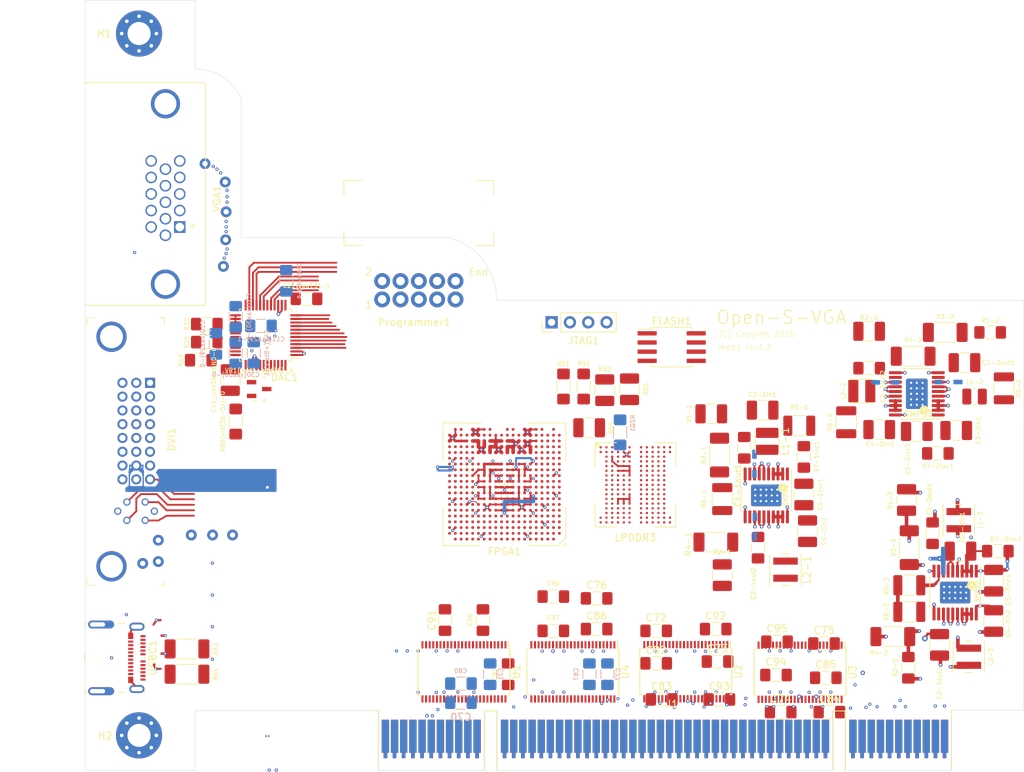
<source format=kicad_pcb>
(kicad_pcb (version 20171130) (host pcbnew "(5.1.7)-1")
  (layers (0 Top signal) (1 GND power hide) (2 Power power hide) (31 Bottom signal) (34 B.Paste user) (35 F.Paste user) (36 B.SilkS user) (37 F.SilkS user) (38 B.Mask user) (39 F.Mask user) (44 Edge.Cuts user))
  (net 0 "")
  (net 1 GND)
  (net 2 "Net-(FPGA1-PadW18)")
  (net 3 "Net-(FPGA1-PadM18)")
  (net 4 "Net-(FPGA1-PadW17)")
  (net 5 "Net-(FPGA1-PadW14)")
  (net 6 "Net-(FPGA1-PadD14)")
  (net 7 "Net-(FPGA1-PadW13)")
  (net 8 "Net-(FPGA1-PadW11)")
  (net 9 "Net-(FPGA1-PadW10)")
  (net 10 "Net-(FPGA1-PadW9)")
  (net 11 "Net-(FPGA1-PadW8)")
  (net 12 "Net-(FPGA1-PadW5)")
  (net 13 "Net-(FPGA1-PadW4)")
  (net 14 "Net-(FPGA1-PadV1)")
  (net 15 "Net-(FPGA1-PadU1)")
  (net 16 "Net-(FPGA1-PadT1)")
  (net 17 "Net-(FPGA1-PadR1)")
  (net 18 +3V3)
  (net 19 "Net-(VGA1-Pad10)")
  (net 20 GNDA)
  (net 21 +5V)
  (net 22 "Net-(DVI1-Pad2)")
  (net 23 "Net-(DVI1-Pad1)")
  (net 24 /2.5V1)
  (net 25 /1.1V1)
  (net 26 "Net-(R2-1-Pad1)")
  (net 27 "Net-(L2-3-Pad1)")
  (net 28 "Net-(R2-2-Pad1)")
  (net 29 "Net-(R2-3-Pad1)")
  (net 30 "Net-(J1-PadB10)")
  (net 31 "Net-(J1-PadB14)")
  (net 32 "Net-(J1-PadB19)")
  (net 33 "Net-(J1-PadB59)")
  (net 34 "Net-(J1-PadA9)")
  (net 35 "Net-(J1-PadA10)")
  (net 36 "Net-(J1-PadA11)")
  (net 37 "Net-(J1-PadA14)")
  (net 38 "Net-(J1-PadA16)")
  (net 39 "Net-(J1-PadA59)")
  (net 40 /Power/1.1V1)
  (net 41 "Net-(DAC1-Pad38)")
  (net 42 "Net-(J1-PadB1)")
  (net 43 "Net-(J1-PadB2)")
  (net 44 "Net-(J1-PadB4)")
  (net 45 /PCI/PCI_INTB)
  (net 46 /PCI/PCI_INTD)
  (net 47 /PCI/PCI_PRSNT1)
  (net 48 /PCI/PCI_PRSNT2)
  (net 49 /PCI/PCI_CLK)
  (net 50 /PCI/PCI_REQ)
  (net 51 /PCI/PCI_AD31)
  (net 52 /PCI/PCI_AD29)
  (net 53 /PCI/PCI_AD27)
  (net 54 /PCI/PCI_AD25)
  (net 55 /PCI/PCI_CBE3)
  (net 56 /PCI/PCI_AD23)
  (net 57 /PCI/PCI_AD21)
  (net 58 /PCI/PCI_AD19)
  (net 59 /PCI/PCI_AD17)
  (net 60 /PCI/PCI_CBE2)
  (net 61 /PCI/PCI_IRDY)
  (net 62 /PCI/PCI_DEVSEL)
  (net 63 /PCI/PCI_XCAP)
  (net 64 /PCI/PCI_LOCK)
  (net 65 /PCI/PCI_PERR)
  (net 66 /PCI/PCI_SERR)
  (net 67 /PCI/PCI_CBE1)
  (net 68 /PCI/PCI_AD14)
  (net 69 /PCI/PCI_AD12)
  (net 70 /PCI/PCI_AD10)
  (net 71 /PCI/PCI_AD8)
  (net 72 /PCI/PCI_AD7)
  (net 73 /PCI/PCI_AD5)
  (net 74 /PCI/PCI_AD3)
  (net 75 /PCI/PCI_AD1)
  (net 76 "Net-(J1-PadB60)")
  (net 77 /PCI/PCI_TRST)
  (net 78 "Net-(J1-PadA2)")
  (net 79 "Net-(J1-PadA3)")
  (net 80 "Net-(J1-PadA4)")
  (net 81 /PCI/PCI_INTA)
  (net 82 /PCI/PCI_INTC)
  (net 83 /PCI/PCI_RST)
  (net 84 /PCI/PCI_GNT)
  (net 85 /PCI/PCI_PME)
  (net 86 /PCI/PCI_AD30)
  (net 87 /PCI/PCI_AD28)
  (net 88 /PCI/PCI_AD26)
  (net 89 /PCI/PCI_AD24)
  (net 90 /PCI/PCI_IDSEL)
  (net 91 /PCI/PCI_AD22)
  (net 92 /PCI/PCI_AD20)
  (net 93 /PCI/PCI_AD18)
  (net 94 /PCI/PCI_AD16)
  (net 95 /PCI/PCI_FRAME)
  (net 96 /PCI/PCI_TRDY)
  (net 97 /PCI/PCI_STOP)
  (net 98 /PCI/PCI_SMCLK)
  (net 99 /PCI/PCI_SMDAT)
  (net 100 /PCI/PCI_PAR)
  (net 101 /PCI/PCI_AD15)
  (net 102 /PCI/PCI_AD13)
  (net 103 /PCI/PCI_AD11)
  (net 104 /PCI/PCI_AD9)
  (net 105 /PCI/PCI_CBE0)
  (net 106 /PCI/PCI_AD6)
  (net 107 /PCI/PCI_AD4)
  (net 108 /PCI/PCI_AD2)
  (net 109 /PCI/PCI_AD0)
  (net 110 "Net-(J1-PadA60)")
  (net 111 "/Signal Voltage-level translation/PCI_PME")
  (net 112 "/Signal Voltage-level translation/PCI_REQ")
  (net 113 "/Signal Voltage-level translation/PCI_GNT")
  (net 114 "/Signal Voltage-level translation/PCI_CLK")
  (net 115 "/Signal Voltage-level translation/PCI_RST")
  (net 116 "/Signal Voltage-level translation/PCI_PRSNT2")
  (net 117 "/Signal Voltage-level translation/PCI_PRSNT1")
  (net 118 "/Signal Voltage-level translation/PCI_INTD")
  (net 119 "/Signal Voltage-level translation/PCI_INTB")
  (net 120 "/Signal Voltage-level translation/PCI_INTC")
  (net 121 "/Signal Voltage-level translation/PCI_INTA")
  (net 122 "/Signal Voltage-level translation/PCI_TRST")
  (net 123 "/Signal Voltage-level translation/PCI_PAR")
  (net 124 "/Signal Voltage-level translation/PCI_SERR")
  (net 125 "/Signal Voltage-level translation/PCI_SMDAT")
  (net 126 "/Signal Voltage-level translation/PCI_SMCLK")
  (net 127 "/Signal Voltage-level translation/PCI_PERR")
  (net 128 "/Signal Voltage-level translation/PCI_LOCK")
  (net 129 "/Signal Voltage-level translation/PCI_STOP")
  (net 130 "/Signal Voltage-level translation/PCI_XCAP")
  (net 131 "/Signal Voltage-level translation/PCI_DEVSEL")
  (net 132 "/Signal Voltage-level translation/PCI_TRDY")
  (net 133 "/Signal Voltage-level translation/PCI_IRDY")
  (net 134 "/Signal Voltage-level translation/PCI_FRAME")
  (net 135 "/Signal Voltage-level translation/PCI_CBE2")
  (net 136 "/Signal Voltage-level translation/PCI_CBE0")
  (net 137 "/Signal Voltage-level translation/PCI_CBE1")
  (net 138 "/Signal Voltage-level translation/PCI_IDSEL")
  (net 139 "/Signal Voltage-level translation/PCI_CBE3")
  (net 140 /DRAM/A7_DRAM)
  (net 141 /DRAM/A5_DRAM)
  (net 142 /DRAM/D5_DRAM)
  (net 143 /DRAM/D13_DRAM)
  (net 144 /DRAM/D9_DRAM)
  (net 145 /DRAM/A9_DRAM)
  (net 146 /DRAM/A1_DRAM)
  (net 147 /DRAM/A3_DRAM)
  (net 148 /DRAM/D7_DRAM)
  (net 149 /DRAM/D3_DRAM)
  (net 150 /DRAM/D1_DRAM)
  (net 151 /DRAM/D15_DRAM)
  (net 152 /DRAM/D11_DRAM)
  (net 153 /DRAM/A2_DRAM)
  (net 154 /DRAM/A0_DRAM)
  (net 155 /DRAM/A4_DRAM)
  (net 156 /DRAM/D6_DRAM)
  (net 157 /DRAM/D14_DRAM)
  (net 158 /DRAM/D10_DRAM)
  (net 159 /DRAM/D8_DRAM)
  (net 160 /DRAM/A8_DRAM)
  (net 161 /DRAM/A6_DRAM)
  (net 162 /DRAM/D2_DRAM)
  (net 163 /DRAM/D0_DRAM)
  (net 164 /DRAM/D12_DRAM)
  (net 165 /DRAM/D4_DRAM)
  (net 166 "Net-(L1-1-Pad2)")
  (net 167 "Net-(L1-2-Pad2)")
  (net 168 "Net-(L2-2-Pad1)")
  (net 169 "Net-(R1-1-Pad2)")
  (net 170 "Net-(R1-2-Pad2)")
  (net 171 "Net-(R1-3-Pad2)")
  (net 172 /Power/1.1V_2)
  (net 173 /Power/0.8V)
  (net 174 "Net-(L1-31-Pad2)")
  (net 175 "Net-(USBC1-PadA6)")
  (net 176 "Net-(USBC1-PadA7)")
  (net 177 "Net-(USBC1-PadB7)")
  (net 178 "Net-(USBC1-PadB6)")
  (net 179 "Net-(C5-1inc1-Pad1)")
  (net 180 "Net-(C5-2inc1-Pad1)")
  (net 181 "Net-(C5-3inc1-Pad1)")
  (net 182 "Net-(R5-1-Pad2)")
  (net 183 "Net-(R5-2-Pad2)")
  (net 184 "Net-(R5-3-Pad2)")
  (net 185 "Net-(R6-1-Pad2)")
  (net 186 "Net-(R6-2-Pad2)")
  (net 187 "Net-(R6-3-Pad2)")
  (net 188 +1V8)
  (net 189 +2V5)
  (net 190 +1V1)
  (net 191 +1V2)
  (net 192 +0V8)
  (net 193 /PCI/PCI_M66EN)
  (net 194 "Net-(L1-3-Pad2)")
  (net 195 "Net-(L2-1-Pad1)")
  (net 196 "/Signal Voltage-level translation/TRST_VT")
  (net 197 "/Signal Voltage-level translation/INTA_VT")
  (net 198 "/Signal Voltage-level translation/INTC_VT")
  (net 199 "/Signal Voltage-level translation/INTB_VT")
  (net 200 "/Signal Voltage-level translation/INTD_VT")
  (net 201 "/Signal Voltage-level translation/PRSNT1_VT")
  (net 202 "/Signal Voltage-level translation/PRSNT2_VT")
  (net 203 "/Signal Voltage-level translation/RST_VT")
  (net 204 "/Signal Voltage-level translation/CLK_VT")
  (net 205 "/Signal Voltage-level translation/GNT_VT")
  (net 206 "/Signal Voltage-level translation/REQ_VT")
  (net 207 "/Signal Voltage-level translation/PME_VT")
  (net 208 "/Signal Voltage-level translation/AD30_VT")
  (net 209 "/Signal Voltage-level translation/AD31_VT")
  (net 210 "/Signal Voltage-level translation/AD29_VT")
  (net 211 "/Signal Voltage-level translation/AD28_VT")
  (net 212 "/Signal Voltage-level translation/IRDY_VT")
  (net 213 "/Signal Voltage-level translation/TRDY_VT")
  (net 214 "/Signal Voltage-level translation/DEVSEL_VT")
  (net 215 "/Signal Voltage-level translation/XCAP_VT")
  (net 216 "/Signal Voltage-level translation/STOP_VT")
  (net 217 "/Signal Voltage-level translation/LOCK_VT")
  (net 218 "/Signal Voltage-level translation/PERR_VT")
  (net 219 "/Signal Voltage-level translation/SMCLK_VT")
  (net 220 "/Signal Voltage-level translation/SMDAT_VT")
  (net 221 "/Signal Voltage-level translation/SERR_VT")
  (net 222 "/Signal Voltage-level translation/PAR_VT")
  (net 223 "/Signal Voltage-level translation/AD15_VT")
  (net 224 "/Signal Voltage-level translation/CBE1_VT")
  (net 225 "/Signal Voltage-level translation/AD14_VT")
  (net 226 "/Signal Voltage-level translation/AD13_VT")
  (net 227 "/Signal Voltage-level translation/AD12_VT")
  (net 228 "/Signal Voltage-level translation/M66EN")
  (net 229 "/Signal Voltage-level translation/AD11_VT")
  (net 230 "/Signal Voltage-level translation/AD10_VT")
  (net 231 "/Signal Voltage-level translation/AD9_VT")
  (net 232 "/Signal Voltage-level translation/M66EN_VT")
  (net 233 "/Signal Voltage-level translation/CBE0_VT")
  (net 234 "/Signal Voltage-level translation/AD8_VT")
  (net 235 "/Signal Voltage-level translation/AD7_VT")
  (net 236 "/Signal Voltage-level translation/AD6_VT")
  (net 237 "/Signal Voltage-level translation/AD27_VT")
  (net 238 "/Signal Voltage-level translation/AD26_VT")
  (net 239 "/Signal Voltage-level translation/AD25_VT")
  (net 240 "/Signal Voltage-level translation/AD24_VT")
  (net 241 "/Signal Voltage-level translation/CBE3_VT")
  (net 242 "/Signal Voltage-level translation/IDSEL_VT")
  (net 243 "/Signal Voltage-level translation/AD23_VT")
  (net 244 "/Signal Voltage-level translation/AD22_VT")
  (net 245 "/Signal Voltage-level translation/AD21_VT")
  (net 246 "/Signal Voltage-level translation/AD20_VT")
  (net 247 "/Signal Voltage-level translation/AD19_VT")
  (net 248 "/Signal Voltage-level translation/AD18_VT")
  (net 249 "/Signal Voltage-level translation/AD17_VT")
  (net 250 "/Signal Voltage-level translation/AD16_VT")
  (net 251 "/Signal Voltage-level translation/CBE2_VT")
  (net 252 "/Signal Voltage-level translation/FRAME_VT")
  (net 253 /DRAM/D31_DRAM)
  (net 254 /DRAM/CK_c_DRAM)
  (net 255 /DRAM/D22_DRAM)
  (net 256 /DRAM/D18_DRAM)
  (net 257 /DRAM/D25_DRAM)
  (net 258 /DRAM/D23_DRAM)
  (net 259 /DRAM/D21_DRAM)
  (net 260 /DRAM/D20_DRAM)
  (net 261 /DRAM/D19_DRAM)
  (net 262 /DRAM/D30_DRAM)
  (net 263 /DRAM/CK_t_DRAM)
  (net 264 /DRAM/CKE_DRAM)
  (net 265 /DRAM/D24_DRAM)
  (net 266 /DRAM/D17_DRAM)
  (net 267 /DRAM/D27_DRAM)
  (net 268 /DRAM/D16_DRAM)
  (net 269 /DRAM/D26_DRAM)
  (net 270 "Net-(LPDDR3-PadU13)")
  (net 271 "Net-(LPDDR3-PadT13)")
  (net 272 "Net-(LPDDR3-PadB13)")
  (net 273 "Net-(LPDDR3-PadA13)")
  (net 274 "Net-(LPDDR3-PadU12)")
  (net 275 "Net-(LPDDR3-PadA12)")
  (net 276 "Net-(LPDDR3-PadJ11)")
  (net 277 "Net-(LPDDR3-PadK9)")
  (net 278 "Net-(LPDDR3-PadL4)")
  (net 279 "Net-(LPDDR3-PadK4)")
  (net 280 "Net-(LPDDR3-PadH4)")
  (net 281 "Net-(LPDDR3-PadC4)")
  (net 282 "Net-(LPDDR3-PadB4)")
  (net 283 "Net-(LPDDR3-PadR3)")
  (net 284 "Net-(LPDDR3-PadB3)")
  (net 285 "Net-(LPDDR3-PadU2)")
  (net 286 "Net-(LPDDR3-PadA2)")
  (net 287 "Net-(LPDDR3-PadU1)")
  (net 288 "Net-(LPDDR3-PadT1)")
  (net 289 "Net-(LPDDR3-PadB1)")
  (net 290 "Net-(LPDDR3-PadA1)")
  (net 291 /DRAM/D28_DRAM)
  (net 292 /DRAM/D29_DRAM)
  (net 293 /JTAG+Config/TMS_FPGA)
  (net 294 /JTAG+Config/TCK_FPGA)
  (net 295 /JTAG+Config/TDI_FPGA)
  (net 296 /JTAG+Config/TDO_FPGA)
  (net 297 /JTAG+Config/PROG_FPGA)
  (net 298 /JTAG+Config/INIT_FPGA)
  (net 299 "Net-(FPGA1-PadT3)")
  (net 300 /JTAG+Config/DOUT_FPGA)
  (net 301 /JTAG+Config/IO2_FPGA)
  (net 302 /JTAG+Config/MOSI_FPGA)
  (net 303 /JTAG+Config/MISO_FPGA)
  (net 304 "Net-(FPGA1-PadU2)")
  (net 305 "Net-(FPGA1-PadT2)")
  (net 306 /JTAG+Config/CSSPIN_FPGA)
  (net 307 /JTAG+Config/IO3_FPGA)
  (net 308 "/VGA + DVI + USBC/ARED")
  (net 309 "/VGA + DVI + USBC/AGREEN")
  (net 310 "/VGA + DVI + USBC/ABLUE")
  (net 311 "/VGA + DVI + USBC/TMDS_CK-")
  (net 312 "/VGA + DVI + USBC/TMDS_CK+")
  (net 313 "Net-(DAC1-Pad37)")
  (net 314 "Net-(C41_vref36toGND-0-Pad2)")
  (net 315 /DAC/RED7)
  (net 316 /DAC/RED6)
  (net 317 /DAC/RED5)
  (net 318 /DAC/RED4)
  (net 319 /DAC/RED3)
  (net 320 /DAC/RED2)
  (net 321 /DAC/ARED)
  (net 322 /DAC/AGREEN)
  (net 323 /DAC/ABLUE)
  (net 324 /DAC/CLK_DAC)
  (net 325 /DAC/BLUE7)
  (net 326 /DAC/BLUE6)
  (net 327 /DAC/BLUE5)
  (net 328 /DAC/BLUE4)
  (net 329 /DAC/BLUE3)
  (net 330 /DAC/BLUE2)
  (net 331 /DAC/DBLUE+2)
  (net 332 /DAC/DBLUE-2)
  (net 333 /DAC/SYNC_DAC)
  (net 334 /DAC/BLANK_DAC)
  (net 335 /DAC/GREEN7)
  (net 336 /DAC/GREEN6)
  (net 337 /DAC/GREEN5)
  (net 338 /DAC/GREEN4)
  (net 339 /DAC/GREEN3)
  (net 340 /DAC/GREEN2)
  (net 341 /DAC/DGREEN+2)
  (net 342 /DAC/DGREEN-2)
  (net 343 "/VGA + DVI + USBC/Hsync_A")
  (net 344 "/VGA + DVI + USBC/Vsync_A")
  (net 345 "/VGA + DVI + USBC/DDC-D_ID1")
  (net 346 "/VGA + DVI + USBC/DDC-C_ID3")
  (net 347 "/VGA + DVI + USBC/DGREEN+2")
  (net 348 "/VGA + DVI + USBC/DGREEN-2")
  (net 349 "/VGA + DVI + USBC/DBLUE+2")
  (net 350 "/VGA + DVI + USBC/DBLUE-2")
  (net 351 "/VGA + DVI + USBC/DRED+2")
  (net 352 "/VGA + DVI + USBC/DRED-2")
  (net 353 /DAC/Vsync_A)
  (net 354 /DAC/AUX-)
  (net 355 /DAC/AUX+)
  (net 356 /DAC/ID_Bit2)
  (net 357 /DAC/DDC-D_ID1)
  (net 358 "/FPGA GPU/TRST_VT")
  (net 359 /DAC/Hsync_A)
  (net 360 /DAC/ID_Bit0)
  (net 361 "/FPGA GPU/CBE3_VT")
  (net 362 "/FPGA GPU/IDSEL_VT")
  (net 363 /DAC/ML_Lane0+)
  (net 364 /DAC/DRED-)
  (net 365 "/FPGA GPU/REQ_VT")
  (net 366 "/FPGA GPU/PME_VT")
  (net 367 /DAC/TMDS_CK+)
  (net 368 /DAC/ML_Lane0-)
  (net 369 /DAC/DRED+)
  (net 370 "/FPGA GPU/SERR_VT")
  (net 371 "/FPGA GPU/GNT_VT")
  (net 372 /DAC/TMDS_CK-)
  (net 373 /DAC/DDC-C_ID3)
  (net 374 "/FPGA GPU/CBE0_VT")
  (net 375 "/FPGA GPU/CBE2_VT")
  (net 376 "/FPGA GPU/FRAME_VT")
  (net 377 "/FPGA GPU/AD28_VT")
  (net 378 "/FPGA GPU/AD29_VT")
  (net 379 "/FPGA GPU/AD31_VT")
  (net 380 "/FPGA GPU/AD30_VT")
  (net 381 "/FPGA GPU/SMDAT_VT")
  (net 382 "/FPGA GPU/PERR_VT")
  (net 383 "/FPGA GPU/CBE1_VT")
  (net 384 "/FPGA GPU/PAR_VT")
  (net 385 "/FPGA GPU/XCAP_VT")
  (net 386 "/FPGA GPU/DEVSEL_VT")
  (net 387 "/FPGA GPU/TRDY_VT")
  (net 388 "/FPGA GPU/IRDY_VT")
  (net 389 "/FPGA GPU/PRSNT2_VT")
  (net 390 "/FPGA GPU/PRSNT1_VT")
  (net 391 "/FPGA GPU/INTD_VT")
  (net 392 "/FPGA GPU/INTB_VT")
  (net 393 "/FPGA GPU/LOCK_VT")
  (net 394 "/FPGA GPU/INTC_VT")
  (net 395 "/FPGA GPU/INTA_VT")
  (net 396 "/FPGA GPU/AD26_VT")
  (net 397 "/FPGA GPU/AD25_VT")
  (net 398 "/FPGA GPU/AD24_VT")
  (net 399 "/FPGA GPU/AD18_VT")
  (net 400 "/FPGA GPU/AD17_VT")
  (net 401 "/FPGA GPU/AD20_VT")
  (net 402 "/FPGA GPU/AD22_VT")
  (net 403 "/FPGA GPU/AD23_VT")
  (net 404 "/FPGA GPU/AD12_VT")
  (net 405 "/FPGA GPU/AD13_VT")
  (net 406 "/FPGA GPU/AD16_VT")
  (net 407 "/FPGA GPU/AD19_VT")
  (net 408 "/FPGA GPU/AD21_VT")
  (net 409 "/FPGA GPU/AD6_VT")
  (net 410 "/FPGA GPU/AD7_VT")
  (net 411 "/FPGA GPU/AD8_VT")
  (net 412 "/FPGA GPU/AD9_VT")
  (net 413 "/FPGA GPU/AD11_VT")
  (net 414 "/FPGA GPU/AD2_VT")
  (net 415 "/FPGA GPU/AD3_VT")
  (net 416 "/FPGA GPU/AD5_VT")
  (net 417 "/FPGA GPU/AD10_VT")
  (net 418 "/FPGA GPU/AD0_VT")
  (net 419 "/FPGA GPU/AD1_VT")
  (net 420 "/FPGA GPU/AD4_VT")
  (net 421 "/FPGA GPU/AD15_VT")
  (net 422 "/FPGA GPU/AD14_VT")
  (net 423 "/VGA + DVI + USBC/AUX-")
  (net 424 "/VGA + DVI + USBC/AUX+")
  (net 425 "/Signal Voltage-level translation/AD4_VT")
  (net 426 "/Signal Voltage-level translation/AD5_VT")
  (net 427 "/Signal Voltage-level translation/AD3_VT")
  (net 428 "/Signal Voltage-level translation/AD2_VT")
  (net 429 "/Signal Voltage-level translation/AD0_VT")
  (net 430 "/Signal Voltage-level translation/AD1_VT")
  (net 431 "/VGA + DVI + USBC/ML_Lane0-")
  (net 432 "/VGA + DVI + USBC/ML_Lane0+")
  (net 433 "/VGA + DVI + USBC/ID_Bit0")
  (net 434 "/VGA + DVI + USBC/ID_Bit2")
  (net 435 "/FPGA GPU/STOP_VT")
  (net 436 /DRAM/DIR_1A)
  (net 437 /DRAM/OE_2A)
  (net 438 /DRAM/OE_1A)
  (net 439 /DRAM/OE_1B)
  (net 440 /DRAM/DIR_1B)
  (net 441 /DRAM/DIR_2A)
  (net 442 "/Signal Voltage-level translation/OE_1A")
  (net 443 "/Signal Voltage-level translation/OE_1B")
  (net 444 "/Signal Voltage-level translation/DIR_1B")
  (net 445 "/Signal Voltage-level translation/DIR_1A")
  (net 446 "/Signal Voltage-level translation/OE_2A")
  (net 447 "/Signal Voltage-level translation/OE_2B")
  (net 448 "/Signal Voltage-level translation/DIR_2B")
  (net 449 "/Signal Voltage-level translation/DIR_2A")
  (net 450 "/Signal Voltage-level translation/OE_3A")
  (net 451 "/Signal Voltage-level translation/OE_3B")
  (net 452 "/Signal Voltage-level translation/DIR_3B")
  (net 453 "/Signal Voltage-level translation/DIR_3A")
  (net 454 "/Signal Voltage-level translation/OE_4A")
  (net 455 "/Signal Voltage-level translation/OE_4B")
  (net 456 "/Signal Voltage-level translation/DIR_4B")
  (net 457 "/Signal Voltage-level translation/DIR_4A")
  (net 458 "Net-(FPGA1-PadA16)")
  (net 459 "Net-(C42(+5to35)1-Pad2)")
  (net 460 /DAC/RED1)
  (net 461 /DAC/RED0)
  (net 462 /DAC/BLUE1)
  (net 463 /DAC/BLUE0)
  (net 464 /DAC/GREEN1)
  (net 465 /DAC/GREEN0)
  (net 466 /DAC/DIR_3A)
  (net 467 /DAC/SMCLK_VT)
  (net 468 /DAC/CLK_VT)
  (net 469 /DAC/RST_VT)
  (net 470 /DAC/OE_3A)
  (net 471 /DAC/OE_4A)
  (net 472 /DAC/DIR_4A)
  (net 473 /DRAM/DQS2c_DRAM)
  (net 474 /DRAM/DQS0c_DRAM)
  (net 475 /DRAM/DQS2t_DRAM)
  (net 476 /DRAM/DQS0t_DRAM)
  (net 477 /DRAM/DQS3t_DRAM)
  (net 478 /DRAM/DQS3c_DRAM)
  (net 479 /DRAM/DQS1c_DRAM)
  (net 480 /DRAM/DQS1t_DRAM)
  (net 481 /DAC/DIR_4B)
  (net 482 /DAC/OE_4B)
  (net 483 /DRAM/DM3_DRAM)
  (net 484 /DRAM/DM2_DRAM)
  (net 485 /DRAM/DM1_DRAM)
  (net 486 /DRAM/DM0_DRAM)
  (net 487 /DAC/DIR_2B)
  (net 488 /DAC/OE_2B)
  (net 489 /DRAM/DIR_3B)
  (net 490 /DRAM/OE_3B)
  (net 491 "/VGA + DVI + USBC/CC1_DP")
  (net 492 "/VGA + DVI + USBC/CC2_DP")
  (net 493 "/Signal Voltage-level translation/PCI_AD28")
  (net 494 "/Signal Voltage-level translation/PCI_AD29")
  (net 495 "/Signal Voltage-level translation/PCI_AD31")
  (net 496 "/Signal Voltage-level translation/PCI_AD30")
  (net 497 "/Signal Voltage-level translation/PCI_AD12")
  (net 498 "/Signal Voltage-level translation/PCI_AD13")
  (net 499 "/Signal Voltage-level translation/PCI_AD14")
  (net 500 "/Signal Voltage-level translation/PCI_AD15")
  (net 501 "/Signal Voltage-level translation/PCI_AD1")
  (net 502 "/Signal Voltage-level translation/PCI_AD0")
  (net 503 "/Signal Voltage-level translation/PCI_AD2")
  (net 504 "/Signal Voltage-level translation/PCI_AD3")
  (net 505 "/Signal Voltage-level translation/PCI_AD5")
  (net 506 "/Signal Voltage-level translation/PCI_AD4")
  (net 507 "/Signal Voltage-level translation/PCI_AD6")
  (net 508 "/Signal Voltage-level translation/PCI_AD7")
  (net 509 "/Signal Voltage-level translation/PCI_AD8")
  (net 510 "/Signal Voltage-level translation/PCI_AD9")
  (net 511 "/Signal Voltage-level translation/PCI_AD10")
  (net 512 "/Signal Voltage-level translation/PCI_AD11")
  (net 513 "/Signal Voltage-level translation/PCI_AD16")
  (net 514 "/Signal Voltage-level translation/PCI_AD17")
  (net 515 "/Signal Voltage-level translation/PCI_AD18")
  (net 516 "/Signal Voltage-level translation/PCI_AD19")
  (net 517 "/Signal Voltage-level translation/PCI_AD20")
  (net 518 "/Signal Voltage-level translation/PCI_AD21")
  (net 519 "/Signal Voltage-level translation/PCI_AD22")
  (net 520 "/Signal Voltage-level translation/PCI_AD23")
  (net 521 "/Signal Voltage-level translation/PCI_AD24")
  (net 522 "/Signal Voltage-level translation/PCI_AD25")
  (net 523 "/Signal Voltage-level translation/PCI_AD26")
  (net 524 "/Signal Voltage-level translation/PCI_AD27")
  (net 525 /DAC/CC1_DP)
  (net 526 /DAC/CC2_DP)
  (net 527 "/VGA + DVI + USBC/HPD_DVI")
  (net 528 "/VGA + DVI + USBC/DGREEN+1")
  (net 529 "/VGA + DVI + USBC/DGREEN-1")
  (net 530 "/VGA + DVI + USBC/DBLUE+1")
  (net 531 "/VGA + DVI + USBC/DBLUE-1")
  (net 532 /DAC/HPD_DVI)
  (net 533 /DAC/DBLUE+1)
  (net 534 /DAC/DBLUE-1)
  (net 535 /DAC/CS_DRAM)
  (net 536 /DAC/DGREEN-1)
  (net 537 /DAC/ODT_DRAM)
  (net 538 /DAC/DGREEN+1)
  (net 539 "/FPGA GPU/M66EN_VT")
  (net 540 /DRAM/ODT_DRAM)
  (net 541 /DRAM/CS_DRAM)
  (module Resistor_SMD:R_Panasonic_1206_3216Metric_ERJ8EN_HandSolder (layer Bottom) (at 153 87 270)
    (fp_text reference RZQ1 (at -1.25 -1.75 90) (layer B.SilkS) (effects (font (size 0.6 0.6) (thickness 0.1)) (justify mirror)))
    (fp_text value ERJ-8ENF2400V hide)
    (pad 2 smd roundrect (at 1.74 0 270) (size 1.5 1.75) (layers Bottom B.Paste B.Mask) (roundrect_rratio 0.175) (net 284 "Net-(LPDDR3-PadB3)"))
    (pad 1 smd roundrect (at -1.74 0 270) (size 1.5 1.75) (layers Bottom B.Paste B.Mask) (roundrect_rratio 0.175) (net 1 GND))
  )
  (module Capacitor_SMD:C_1206_3216Metric_Pad1.42x1.75mm_HandSolder (layer Top) (at 143.75 114.5)
    (fp_text reference C97 (at 0 -1.82) (layer F.SilkS) (effects (font (size 0.6 0.6) (thickness 0.1))))
    (fp_text value VJ1206Y104JXAAR hide)
    (pad 2 smd roundrect (at 1.4875 0) (size 1.425 1.75) (layers Top F.Paste F.Mask) (roundrect_rratio 0.175439) (net 1 GND))
    (pad 1 smd roundrect (at -1.4875 0) (size 1.425 1.75) (layers Top F.Paste F.Mask) (roundrect_rratio 0.175439) (net 191 +1V2))
  )
  (module Capacitor_SMD:C_1206_3216Metric_Pad1.42x1.75mm_HandSolder (layer Top) (at 143.75 109.75)
    (fp_text reference C96 (at 0 -1.82) (layer F.SilkS) (effects (font (size 0.6 0.6) (thickness 0.1))))
    (fp_text value VJ1206Y104JXAAR hide)
    (pad 2 smd roundrect (at 1.4875 0) (size 1.425 1.75) (layers Top F.Paste F.Mask) (roundrect_rratio 0.175439) (net 1 GND))
    (pad 1 smd roundrect (at -1.4875 0) (size 1.425 1.75) (layers Top F.Paste F.Mask) (roundrect_rratio 0.175439) (net 191 +1V2))
  )
  (module Capacitor_SMD:C_1206_3216Metric_Pad1.42x1.75mm_HandSolder (layer Top) (at 174.7375 116)
    (fp_text reference C95 (at 0 -1.82) (layer F.SilkS))
    (fp_text value VJ1206Y104JXAAR hide)
    (pad 2 smd roundrect (at 1.4875 0) (size 1.425 1.75) (layers Top F.Paste F.Mask) (roundrect_rratio 0.175439) (net 1 GND))
    (pad 1 smd roundrect (at -1.4875 0) (size 1.425 1.75) (layers Top F.Paste F.Mask) (roundrect_rratio 0.175439) (net 191 +1V2))
  )
  (module Capacitor_SMD:C_1206_3216Metric_Pad1.42x1.75mm_HandSolder (layer Top) (at 174.6 120.62)
    (fp_text reference C94 (at 0 -1.82) (layer F.SilkS))
    (fp_text value VJ1206Y104JXAAR)
    (pad 2 smd roundrect (at 1.4875 0) (size 1.425 1.75) (layers Top F.Paste F.Mask) (roundrect_rratio 0.175439) (net 1 GND))
    (pad 1 smd roundrect (at -1.4875 0) (size 1.425 1.75) (layers Top F.Paste F.Mask) (roundrect_rratio 0.175439) (net 191 +1V2))
  )
  (module Capacitor_SMD:C_1206_3216Metric_Pad1.42x1.75mm_HandSolder (layer Top) (at 166.75 124)
    (fp_text reference C93 (at 0 -1.82) (layer F.SilkS))
    (fp_text value VJ1206Y104JXAAR hide)
    (pad 2 smd roundrect (at 1.4875 0) (size 1.425 1.75) (layers Top F.Paste F.Mask) (roundrect_rratio 0.175439) (net 1 GND))
    (pad 1 smd roundrect (at -1.4875 0) (size 1.425 1.75) (layers Top F.Paste F.Mask) (roundrect_rratio 0.175439) (net 191 +1V2))
  )
  (module Capacitor_SMD:C_1206_3216Metric_Pad1.42x1.75mm_HandSolder (layer Top) (at 166.25 114.25)
    (fp_text reference C92 (at 0 -1.82) (layer F.SilkS))
    (fp_text value VJ1206Y104JXAAR hide)
    (pad 2 smd roundrect (at 1.4875 0) (size 1.425 1.75) (layers Top F.Paste F.Mask) (roundrect_rratio 0.175439) (net 1 GND))
    (pad 1 smd roundrect (at -1.4875 0) (size 1.425 1.75) (layers Top F.Paste F.Mask) (roundrect_rratio 0.175439) (net 191 +1V2))
  )
  (module Capacitor_SMD:C_1206_3216Metric_Pad1.42x1.75mm_HandSolder (layer Top) (at 128.75 113 90)
    (fp_text reference C91 (at 0 -1.82 90) (layer F.SilkS))
    (fp_text value VJ1206Y104JXAAR hide)
    (pad 2 smd roundrect (at 1.4875 0 90) (size 1.425 1.75) (layers Top F.Paste F.Mask) (roundrect_rratio 0.175439) (net 1 GND))
    (pad 1 smd roundrect (at -1.4875 0 90) (size 1.425 1.75) (layers Top F.Paste F.Mask) (roundrect_rratio 0.175439) (net 191 +1V2))
  )
  (module Capacitor_SMD:C_1206_3216Metric_Pad1.42x1.75mm_HandSolder (layer Top) (at 134 113 90)
    (fp_text reference C90 (at 0 -1.82 90) (layer F.SilkS) (effects (font (size 0.6 0.6) (thickness 0.1))))
    (fp_text value VJ1206Y104JXAAR hide)
    (pad 2 smd roundrect (at 1.4875 0 90) (size 1.425 1.75) (layers Top F.Paste F.Mask) (roundrect_rratio 0.175439) (net 1 GND))
    (pad 1 smd roundrect (at -1.4875 0 90) (size 1.425 1.75) (layers Top F.Paste F.Mask) (roundrect_rratio 0.175439) (net 191 +1V2))
  )
  (module Capacitor_SMD:C_1206_3216Metric_Pad1.42x1.75mm_HandSolder (layer Bottom) (at 148.75 120.5 270)
    (fp_text reference C87 (at 0 1.82 270) (layer B.SilkS) (effects (font (size 0.6 0.6) (thickness 0.1)) (justify mirror)))
    (fp_text value VJ1206Y104JXAAR hide)
    (pad 2 smd roundrect (at 1.4875 0 270) (size 1.425 1.75) (layers Bottom B.Paste B.Mask) (roundrect_rratio 0.175439) (net 1 GND))
    (pad 1 smd roundrect (at -1.4875 0 270) (size 1.425 1.75) (layers Bottom B.Paste B.Mask) (roundrect_rratio 0.175439) (net 18 +3V3))
  )
  (module Capacitor_SMD:C_1206_3216Metric_Pad1.42x1.75mm_HandSolder (layer Top) (at 149.75 114.25)
    (fp_text reference C86 (at 0 -1.82) (layer F.SilkS))
    (fp_text value VJ1206Y104JXAAR hide)
    (pad 2 smd roundrect (at 1.4875 0) (size 1.425 1.75) (layers Top F.Paste F.Mask) (roundrect_rratio 0.175439) (net 1 GND))
    (pad 1 smd roundrect (at -1.4875 0) (size 1.425 1.75) (layers Top F.Paste F.Mask) (roundrect_rratio 0.175439) (net 21 +5V))
  )
  (module Capacitor_SMD:C_1206_3216Metric_Pad1.42x1.75mm_HandSolder (layer Top) (at 181.5 121)
    (fp_text reference C85 (at 0 -1.82) (layer F.SilkS))
    (fp_text value VJ1206Y104JXAAR hide)
    (pad 2 smd roundrect (at 1.4875 0) (size 1.425 1.75) (layers Top F.Paste F.Mask) (roundrect_rratio 0.175439) (net 1 GND))
    (pad 1 smd roundrect (at -1.4875 0) (size 1.425 1.75) (layers Top F.Paste F.Mask) (roundrect_rratio 0.175439) (net 18 +3V3))
  )
  (module Capacitor_SMD:C_1206_3216Metric_Pad1.42x1.75mm_HandSolder (layer Top) (at 182 125.75)
    (fp_text reference C84 (at 0 -1.82) (layer F.SilkS))
    (fp_text value VJ1206Y104JXAAR hide)
    (pad 2 smd roundrect (at 1.4875 0) (size 1.425 1.75) (layers Top F.Paste F.Mask) (roundrect_rratio 0.175439) (net 1 GND))
    (pad 1 smd roundrect (at -1.4875 0) (size 1.425 1.75) (layers Top F.Paste F.Mask) (roundrect_rratio 0.175439) (net 21 +5V))
  )
  (module Capacitor_SMD:C_1206_3216Metric_Pad1.42x1.75mm_HandSolder (layer Top) (at 158.75 124)
    (fp_text reference C83 (at 0 -1.82) (layer F.SilkS))
    (fp_text value VJ1206Y104JXAAR hide)
    (pad 2 smd roundrect (at 1.4875 0) (size 1.425 1.75) (layers Top F.Paste F.Mask) (roundrect_rratio 0.175439) (net 1 GND))
    (pad 1 smd roundrect (at -1.4875 0) (size 1.425 1.75) (layers Top F.Paste F.Mask) (roundrect_rratio 0.175439) (net 18 +3V3))
  )
  (module Capacitor_SMD:C_1206_3216Metric_Pad1.42x1.75mm_HandSolder (layer Top) (at 158 119)
    (fp_text reference C82 (at 0 -1.82) (layer F.SilkS))
    (fp_text value VJ1206Y104JXAAR hide)
    (pad 2 smd roundrect (at 1.4875 0) (size 1.425 1.75) (layers Top F.Paste F.Mask) (roundrect_rratio 0.175439) (net 1 GND))
    (pad 1 smd roundrect (at -1.4875 0) (size 1.425 1.75) (layers Top F.Paste F.Mask) (roundrect_rratio 0.175439) (net 21 +5V))
  )
  (module Capacitor_SMD:C_1206_3216Metric_Pad1.42x1.75mm_HandSolder (layer Top) (at 137.5 120.5 90)
    (fp_text reference C81 (at 0 -1.82 90) (layer F.SilkS) (effects (font (size 0.6 0.6) (thickness 0.1))))
    (fp_text value VJ1206Y104JXAAR hide)
    (pad 2 smd roundrect (at 1.4875 0 90) (size 1.425 1.75) (layers Top F.Paste F.Mask) (roundrect_rratio 0.175439) (net 1 GND))
    (pad 1 smd roundrect (at -1.4875 0 90) (size 1.425 1.75) (layers Top F.Paste F.Mask) (roundrect_rratio 0.175439) (net 18 +3V3))
  )
  (module Capacitor_SMD:C_1206_3216Metric_Pad1.42x1.75mm_HandSolder (layer Bottom) (at 130.95 121.8)
    (fp_text reference C80 (at -0.05 -1.75 180) (layer B.SilkS) (effects (font (size 0.6 0.6) (thickness 0.1)) (justify mirror)))
    (fp_text value VJ1206Y104JXAAR hide)
    (pad 2 smd roundrect (at 1.4875 0) (size 1.425 1.75) (layers Bottom B.Paste B.Mask) (roundrect_rratio 0.175439) (net 1 GND))
    (pad 1 smd roundrect (at -1.4875 0) (size 1.425 1.75) (layers Bottom B.Paste B.Mask) (roundrect_rratio 0.175439) (net 21 +5V))
  )
  (module Capacitor_SMD:C_1206_3216Metric_Pad1.42x1.75mm_HandSolder (layer Bottom) (at 151.25 120.5 90)
    (fp_text reference C77 (at 0 1.5 -90) (layer B.SilkS) (effects (font (size 0.6 0.6) (thickness 0.1)) (justify mirror)))
    (fp_text value C1206C105K4RACTU hide)
    (pad 2 smd roundrect (at 1.4875 0 90) (size 1.425 1.75) (layers Bottom B.Paste B.Mask) (roundrect_rratio 0.175439) (net 18 +3V3))
    (pad 1 smd roundrect (at -1.4875 0 90) (size 1.425 1.75) (layers Bottom B.Paste B.Mask) (roundrect_rratio 0.175439) (net 1 GND))
  )
  (module Capacitor_SMD:C_1206_3216Metric_Pad1.42x1.75mm_HandSolder (layer Top) (at 149.75 110)
    (fp_text reference C76 (at 0 -1.82) (layer F.SilkS))
    (fp_text value C1206C105K4RACTU hide)
    (pad 2 smd roundrect (at 1.4875 0) (size 1.425 1.75) (layers Top F.Paste F.Mask) (roundrect_rratio 0.175439) (net 21 +5V))
    (pad 1 smd roundrect (at -1.4875 0) (size 1.425 1.75) (layers Top F.Paste F.Mask) (roundrect_rratio 0.175439) (net 1 GND))
  )
  (module Capacitor_SMD:C_1206_3216Metric_Pad1.42x1.75mm_HandSolder (layer Top) (at 181.25 116.25)
    (fp_text reference C75 (at 0 -1.82) (layer F.SilkS))
    (fp_text value C1206C105K4RACTU hide)
    (pad 2 smd roundrect (at 1.4875 0) (size 1.425 1.75) (layers Top F.Paste F.Mask) (roundrect_rratio 0.175439) (net 18 +3V3))
    (pad 1 smd roundrect (at -1.4875 0) (size 1.425 1.75) (layers Top F.Paste F.Mask) (roundrect_rratio 0.175439) (net 1 GND))
  )
  (module Capacitor_SMD:C_1206_3216Metric_Pad1.42x1.75mm_HandSolder (layer Top) (at 175.25 125.75)
    (fp_text reference C74 (at 0 -1.82) (layer F.SilkS))
    (fp_text value C1206C105K4RACTU hide)
    (pad 2 smd roundrect (at 1.4875 0) (size 1.425 1.75) (layers Top F.Paste F.Mask) (roundrect_rratio 0.175439) (net 21 +5V))
    (pad 1 smd roundrect (at -1.4875 0) (size 1.425 1.75) (layers Top F.Paste F.Mask) (roundrect_rratio 0.175439) (net 1 GND))
  )
  (module Capacitor_SMD:C_1206_3216Metric_Pad1.42x1.75mm_HandSolder (layer Top) (at 166.5 118.75)
    (fp_text reference C73 (at 0 -1.82) (layer F.SilkS))
    (fp_text value C1206C105K4RACTU hide)
    (pad 2 smd roundrect (at 1.4875 0) (size 1.425 1.75) (layers Top F.Paste F.Mask) (roundrect_rratio 0.175439) (net 18 +3V3))
    (pad 1 smd roundrect (at -1.4875 0) (size 1.425 1.75) (layers Top F.Paste F.Mask) (roundrect_rratio 0.175439) (net 1 GND))
  )
  (module Capacitor_SMD:C_1206_3216Metric_Pad1.42x1.75mm_HandSolder (layer Top) (at 158 114.5)
    (fp_text reference C72 (at 0 -1.82) (layer F.SilkS))
    (fp_text value C1206C105K4RACTU hide)
    (pad 2 smd roundrect (at 1.4875 0) (size 1.425 1.75) (layers Top F.Paste F.Mask) (roundrect_rratio 0.175439) (net 21 +5V))
    (pad 1 smd roundrect (at -1.4875 0) (size 1.425 1.75) (layers Top F.Paste F.Mask) (roundrect_rratio 0.175439) (net 1 GND))
  )
  (module Capacitor_SMD:C_1206_3216Metric_Pad1.42x1.75mm_HandSolder (layer Bottom) (at 135 120.5 270)
    (fp_text reference C71 (at 0 -1.5 270) (layer B.SilkS) (effects (font (size 0.6 0.6) (thickness 0.1)) (justify mirror)))
    (fp_text value C1206C105K4RACTU hide)
    (pad 2 smd roundrect (at 1.4875 0 270) (size 1.425 1.75) (layers Bottom B.Paste B.Mask) (roundrect_rratio 0.175439) (net 18 +3V3))
    (pad 1 smd roundrect (at -1.4875 0 270) (size 1.425 1.75) (layers Bottom B.Paste B.Mask) (roundrect_rratio 0.175439) (net 1 GND))
  )
  (module Capacitor_SMD:C_1206_3216Metric_Pad1.42x1.75mm_HandSolder (layer Bottom) (at 130.95 124.45 180)
    (fp_text reference C70 (at 0 -2 180) (layer B.SilkS) (effects (justify mirror)))
    (fp_text value C1206C105K4RACTU hide)
    (pad 2 smd roundrect (at 1.4875 0 180) (size 1.425 1.75) (layers Bottom B.Paste B.Mask) (roundrect_rratio 0.175439) (net 21 +5V))
    (pad 1 smd roundrect (at -1.4875 0 180) (size 1.425 1.75) (layers Bottom B.Paste B.Mask) (roundrect_rratio 0.175439) (net 1 GND))
  )
  (module Connector_PCBEdge:BUS_PCI_UNI_32-lrj2 (layer Top) (at 159.218 129.667)
    (fp_text reference J1 (at 0 -4.445) (layer F.SilkS) (effects (justify left bottom)))
    (fp_text value Bus_PCI_32bit_Universal_lrj hide)
    (pad B31 connect rect (at -0.63 -0.57) (size 1.02 4.57) (layers Top F.Mask) (net 18 +3V3))
    (pad B40 connect rect (at 10.8 -0.57) (size 1.02 4.57) (layers Top F.Mask) (net 65 /PCI/PCI_PERR))
    (pad B54 connect rect (at 28.58 -0.57) (size 1.02 4.57) (layers Top F.Mask) (net 18 +3V3))
    (pad B53 connect rect (at 27.31 -0.57) (size 1.02 4.57) (layers Top F.Mask) (net 72 /PCI/PCI_AD7))
    (pad A2 connect rect (at -37.46 -0.57) (size 1.02 4.57) (layers Bottom B.Mask) (net 78 "Net-(J1-PadA2)"))
    (pad A3 connect rect (at -36.2 -0.57) (size 1.02 4.57) (layers Bottom B.Mask) (net 79 "Net-(J1-PadA3)"))
    (pad B33 connect rect (at 1.91 -0.57) (size 1.02 4.57) (layers Top F.Mask) (net 60 /PCI/PCI_CBE2))
    (pad A6 connect rect (at -32.38 -0.57) (size 1.02 4.57) (layers Bottom B.Mask) (net 81 /PCI/PCI_INTA))
    (pad A7 connect rect (at -31.11 -0.57) (size 1.02 4.57) (layers Bottom B.Mask) (net 82 /PCI/PCI_INTC))
    (pad B43 connect rect (at 14.61 -0.57) (size 1.02 4.57) (layers Top F.Mask) (net 18 +3V3))
    (pad B45 connect rect (at 17.15 -0.57) (size 1.02 4.57) (layers Top F.Mask) (net 68 /PCI/PCI_AD14))
    (pad B32 connect rect (at 0.64 -0.57) (size 1.02 4.57) (layers Top F.Mask) (net 59 /PCI/PCI_AD17))
    (pad B47 connect rect (at 19.69 -0.57) (size 1.02 4.57) (layers Top F.Mask) (net 69 /PCI/PCI_AD12))
    (pad B48 connect rect (at 20.96 -0.57) (size 1.02 4.57) (layers Top F.Mask) (net 70 /PCI/PCI_AD10))
    (pad B44 connect rect (at 15.88 -0.57) (size 1.02 4.57) (layers Top F.Mask) (net 67 /PCI/PCI_CBE1))
    (pad B39 connect rect (at 9.53 -0.57) (size 1.02 4.57) (layers Top F.Mask) (net 64 /PCI/PCI_LOCK))
    (pad A4 connect rect (at -34.92 -0.57) (size 1.02 4.57) (layers Bottom B.Mask) (net 80 "Net-(J1-PadA4)"))
    (pad A8 connect rect (at -29.84 -0.57) (size 1.02 4.57) (layers Bottom B.Mask) (net 21 +5V))
    (pad B56 connect rect (at 31.12 -0.57) (size 1.02 4.57) (layers Top F.Mask) (net 74 /PCI/PCI_AD3))
    (pad A5 connect rect (at -33.65 -0.57) (size 1.02 4.57) (layers Bottom B.Mask) (net 21 +5V))
    (pad A9 connect rect (at -28.57 -0.57) (size 1.02 4.57) (layers Bottom B.Mask) (net 34 "Net-(J1-PadA9)"))
    (pad A10 connect rect (at -27.3 -0.57) (size 1.02 4.57) (layers Bottom B.Mask) (net 35 "Net-(J1-PadA10)"))
    (pad B34 connect rect (at 3.18 -0.57) (size 1.02 4.57) (layers Top F.Mask) (net 1 GND))
    (pad B59 connect rect (at 34.93 -0.57) (size 1.02 4.57) (layers Top F.Mask) (net 33 "Net-(J1-PadB59)"))
    (pad A1 connect rect (at -38.73 -0.57) (size 1.02 4.57) (layers Bottom B.Mask) (net 77 /PCI/PCI_TRST))
    (pad B35 connect rect (at 4.45 -0.57) (size 1.02 4.57) (layers Top F.Mask) (net 61 /PCI/PCI_IRDY))
    (pad B36 connect rect (at 5.72 -0.57) (size 1.02 4.57) (layers Top F.Mask) (net 18 +3V3))
    (pad B37 connect rect (at 6.99 -0.57) (size 1.02 4.57) (layers Top F.Mask) (net 62 /PCI/PCI_DEVSEL))
    (pad B42 connect rect (at 13.34 -0.57) (size 1.02 4.57) (layers Top F.Mask) (net 66 /PCI/PCI_SERR))
    (pad B49 connect rect (at 22.23 -0.57) (size 1.02 4.57) (layers Top F.Mask) (net 193 /PCI/PCI_M66EN))
    (pad B52 connect rect (at 26.04 -0.57) (size 1.02 4.57) (layers Top F.Mask) (net 71 /PCI/PCI_AD8))
    (pad B57 connect rect (at 32.39 -0.57) (size 1.02 4.57) (layers Top F.Mask) (net 1 GND))
    (pad B29 connect rect (at -3.17 -0.57) (size 1.02 4.57) (layers Top F.Mask) (net 57 /PCI/PCI_AD21))
    (pad B58 connect rect (at 33.66 -0.57) (size 1.02 4.57) (layers Top F.Mask) (net 75 /PCI/PCI_AD1))
    (pad B62 connect rect (at 38.73 -0.57) (size 1.02 4.57) (layers Top F.Mask) (net 21 +5V))
    (pad B38 connect rect (at 8.26 -0.57) (size 1.02 4.57) (layers Top F.Mask) (net 63 /PCI/PCI_XCAP))
    (pad B55 connect rect (at 29.85 -0.57) (size 1.02 4.57) (layers Top F.Mask) (net 73 /PCI/PCI_AD5))
    (pad B46 connect rect (at 18.42 -0.57) (size 1.02 4.57) (layers Top F.Mask) (net 1 GND))
    (pad B41 connect rect (at 12.07 -0.57) (size 1.02 4.57) (layers Top F.Mask) (net 18 +3V3))
    (pad B30 connect rect (at -1.9 -0.57) (size 1.02 4.57) (layers Top F.Mask) (net 58 /PCI/PCI_AD19))
    (pad B60 connect rect (at 36.2 -0.57) (size 1.02 4.57) (layers Top F.Mask) (net 76 "Net-(J1-PadB60)"))
    (pad B61 connect rect (at 37.47 -0.57) (size 1.02 4.57) (layers Top F.Mask) (net 21 +5V))
    (pad B5 connect rect (at -33.65 2.09) (size 0.51 0.76) (layers Top F.Mask) (net 21 +5V))
    (pad B6 connect rect (at -32.38 2.09) (size 0.51 0.76) (layers Top F.Mask) (net 21 +5V))
    (pad A58 connect rect (at 33.66 -0.57) (size 1.02 4.57) (layers Bottom B.Mask) (net 109 /PCI/PCI_AD0))
    (pad B2 connect rect (at -37.46 2.09) (size 0.51 0.76) (layers Top F.Mask) (net 43 "Net-(J1-PadB2)"))
    (pad A16 connect rect (at -19.68 -0.57) (size 1.02 4.57) (layers Bottom B.Mask) (net 38 "Net-(J1-PadA16)"))
    (pad B7 connect rect (at -31.11 2.09) (size 0.51 0.76) (layers Top F.Mask) (net 45 /PCI/PCI_INTB))
    (pad B9 connect rect (at -28.57 2.09) (size 0.51 0.76) (layers Top F.Mask) (net 47 /PCI/PCI_PRSNT1))
    (pad B10 connect rect (at -27.3 2.09) (size 0.51 0.76) (layers Top F.Mask) (net 30 "Net-(J1-PadB10)"))
    (pad A49 connect rect (at 22.23 -0.57) (size 1.02 4.57) (layers Bottom B.Mask) (net 104 /PCI/PCI_AD9))
    (pad B11 connect rect (at -26.03 2.09) (size 0.51 0.76) (layers Top F.Mask) (net 48 /PCI/PCI_PRSNT2))
    (pad A32 connect rect (at 0.64 -0.57) (size 1.02 4.57) (layers Bottom B.Mask) (net 94 /PCI/PCI_AD16))
    (pad A43 connect rect (at 14.61 -0.57) (size 1.02 4.57) (layers Bottom B.Mask) (net 100 /PCI/PCI_PAR))
    (pad B8 connect rect (at -29.84 2.09) (size 0.51 0.76) (layers Top F.Mask) (net 46 /PCI/PCI_INTD))
    (pad B15 connect rect (at -20.95 2.09) (size 0.51 0.76) (layers Top F.Mask) (net 1 GND))
    (pad B4 connect rect (at -34.92 2.09) (size 0.51 0.76) (layers Top F.Mask) (net 44 "Net-(J1-PadB4)"))
    (pad A42 connect rect (at 13.34 -0.57) (size 1.02 4.57) (layers Bottom B.Mask) (net 1 GND))
    (pad A46 connect rect (at 18.42 -0.57) (size 1.02 4.57) (layers Bottom B.Mask) (net 102 /PCI/PCI_AD13))
    (pad A38 connect rect (at 8.26 -0.57) (size 1.02 4.57) (layers Bottom B.Mask) (net 97 /PCI/PCI_STOP))
    (pad A47 connect rect (at 19.69 -0.57) (size 1.02 4.57) (layers Bottom B.Mask) (net 103 /PCI/PCI_AD11))
    (pad A62 connect rect (at 38.73 -0.57) (size 1.02 4.57) (layers Bottom B.Mask) (net 21 +5V))
    (pad B14 connect rect (at -22.22 2.09) (size 0.51 0.76) (layers Top F.Mask) (net 31 "Net-(J1-PadB14)"))
    (pad A54 connect rect (at 28.58 -0.57) (size 1.02 4.57) (layers Bottom B.Mask) (net 106 /PCI/PCI_AD6))
    (pad A36 connect rect (at 5.72 -0.57) (size 1.02 4.57) (layers Bottom B.Mask) (net 96 /PCI/PCI_TRDY))
    (pad A59 connect rect (at 34.93 -0.57) (size 1.02 4.57) (layers Bottom B.Mask) (net 39 "Net-(J1-PadA59)"))
    (pad A19 connect rect (at -15.88 -0.57) (size 1.02 4.57) (layers Bottom B.Mask) (net 85 /PCI/PCI_PME))
    (pad A29 connect rect (at -3.17 -0.57) (size 1.02 4.57) (layers Bottom B.Mask) (net 92 /PCI/PCI_AD20))
    (pad A41 connect rect (at 12.07 -0.57) (size 1.02 4.57) (layers Bottom B.Mask) (net 99 /PCI/PCI_SMDAT))
    (pad A27 connect rect (at -5.71 -0.57) (size 1.02 4.57) (layers Bottom B.Mask) (net 18 +3V3))
    (pad A52 connect rect (at 26.04 -0.57) (size 1.02 4.57) (layers Bottom B.Mask) (net 105 /PCI/PCI_CBE0))
    (pad A28 connect rect (at -4.44 -0.57) (size 1.02 4.57) (layers Bottom B.Mask) (net 91 /PCI/PCI_AD22))
    (pad A39 connect rect (at 9.53 -0.57) (size 1.02 4.57) (layers Bottom B.Mask) (net 18 +3V3))
    (pad A45 connect rect (at 17.15 -0.57) (size 1.02 4.57) (layers Bottom B.Mask) (net 18 +3V3))
    (pad A26 connect rect (at -6.98 -0.57) (size 1.02 4.57) (layers Bottom B.Mask) (net 90 /PCI/PCI_IDSEL))
    (pad A24 connect rect (at -9.52 -0.57) (size 1.02 4.57) (layers Bottom B.Mask) (net 1 GND))
    (pad A30 connect rect (at -1.9 -0.57) (size 1.02 4.57) (layers Bottom B.Mask) (net 1 GND))
    (pad A37 connect rect (at 6.99 -0.57) (size 1.02 4.57) (layers Bottom B.Mask) (net 1 GND))
    (pad A56 connect rect (at 31.12 -0.57) (size 1.02 4.57) (layers Bottom B.Mask) (net 1 GND))
    (pad A60 connect rect (at 36.2 -0.57) (size 1.02 4.57) (layers Bottom B.Mask) (net 110 "Net-(J1-PadA60)"))
    (pad B3 connect rect (at -36.2 2.09) (size 0.51 0.76) (layers Top F.Mask) (net 1 GND))
    (pad A23 connect rect (at -10.79 -0.57) (size 1.02 4.57) (layers Bottom B.Mask) (net 88 /PCI/PCI_AD26))
    (pad A15 connect rect (at -20.95 -0.57) (size 1.02 4.57) (layers Bottom B.Mask) (net 83 /PCI/PCI_RST))
    (pad A33 connect rect (at 1.91 -0.57) (size 1.02 4.57) (layers Bottom B.Mask) (net 18 +3V3))
    (pad A34 connect rect (at 3.18 -0.57) (size 1.02 4.57) (layers Bottom B.Mask) (net 95 /PCI/PCI_FRAME))
    (pad A35 connect rect (at 4.45 -0.57) (size 1.02 4.57) (layers Bottom B.Mask) (net 1 GND))
    (pad A48 connect rect (at 20.96 -0.57) (size 1.02 4.57) (layers Bottom B.Mask) (net 1 GND))
    (pad A21 connect rect (at -13.34 -0.57) (size 1.02 4.57) (layers Bottom B.Mask) (net 18 +3V3))
    (pad A20 connect rect (at -14.6 -0.57) (size 1.02 4.57) (layers Bottom B.Mask) (net 86 /PCI/PCI_AD30))
    (pad A55 connect rect (at 29.85 -0.57) (size 1.02 4.57) (layers Bottom B.Mask) (net 107 /PCI/PCI_AD4))
    (pad A57 connect rect (at 32.39 -0.57) (size 1.02 4.57) (layers Bottom B.Mask) (net 108 /PCI/PCI_AD2))
    (pad A11 connect rect (at -26.03 -0.57) (size 1.02 4.57) (layers Bottom B.Mask) (net 36 "Net-(J1-PadA11)"))
    (pad A14 connect rect (at -22.22 -0.57) (size 1.02 4.57) (layers Bottom B.Mask) (net 37 "Net-(J1-PadA14)"))
    (pad A17 connect rect (at -18.41 -0.57) (size 1.02 4.57) (layers Bottom B.Mask) (net 84 /PCI/PCI_GNT))
    (pad A25 connect rect (at -8.25 -0.57) (size 1.02 4.57) (layers Bottom B.Mask) (net 89 /PCI/PCI_AD24))
    (pad A31 connect rect (at -0.63 -0.57) (size 1.02 4.57) (layers Bottom B.Mask) (net 93 /PCI/PCI_AD18))
    (pad A40 connect rect (at 10.8 -0.57) (size 1.02 4.57) (layers Bottom B.Mask) (net 98 /PCI/PCI_SMCLK))
    (pad A44 connect rect (at 15.88 -0.57) (size 1.02 4.57) (layers Bottom B.Mask) (net 101 /PCI/PCI_AD15))
    (pad A18 connect rect (at -17.14 -0.57) (size 1.02 4.57) (layers Bottom B.Mask) (net 1 GND))
    (pad A22 connect rect (at -12.06 -0.57) (size 1.02 4.57) (layers Bottom B.Mask) (net 87 /PCI/PCI_AD28))
    (pad A61 connect rect (at 37.47 -0.57) (size 1.02 4.57) (layers Bottom B.Mask) (net 21 +5V))
    (pad A53 connect rect (at 27.31 -0.57) (size 1.02 4.57) (layers Bottom B.Mask) (net 18 +3V3))
    (pad B28 connect rect (at -4.44 2.09) (size 0.51 0.76) (layers Top F.Mask) (net 1 GND))
    (pad B59 connect rect (at 34.93 2.09) (size 0.51 0.76) (layers Top F.Mask) (net 33 "Net-(J1-PadB59)"))
    (pad A4 connect rect (at -34.92 2.09) (size 0.51 0.76) (layers Bottom B.Mask) (net 80 "Net-(J1-PadA4)"))
    (pad A8 connect rect (at -29.84 2.09) (size 0.51 0.76) (layers Bottom B.Mask) (net 21 +5V))
    (pad A9 connect rect (at -28.57 2.09) (size 0.51 0.76) (layers Bottom B.Mask) (net 34 "Net-(J1-PadA9)"))
    (pad B17 connect rect (at -18.41 2.09) (size 0.51 0.76) (layers Top F.Mask) (net 1 GND))
    (pad B41 connect rect (at 12.07 2.09) (size 0.51 0.76) (layers Top F.Mask) (net 18 +3V3))
    (pad B52 connect rect (at 26.04 2.09) (size 0.51 0.76) (layers Top F.Mask) (net 71 /PCI/PCI_AD8))
    (pad B61 connect rect (at 37.47 2.09) (size 0.51 0.76) (layers Top F.Mask) (net 21 +5V))
    (pad A10 connect rect (at -27.3 2.09) (size 0.51 0.76) (layers Bottom B.Mask) (net 35 "Net-(J1-PadA10)"))
    (pad B18 connect rect (at -17.14 2.09) (size 0.51 0.76) (layers Top F.Mask) (net 50 /PCI/PCI_REQ))
    (pad B38 connect rect (at 8.26 2.09) (size 0.51 0.76) (layers Top F.Mask) (net 63 /PCI/PCI_XCAP))
    (pad B24 connect rect (at -9.52 2.09) (size 0.51 0.76) (layers Top F.Mask) (net 54 /PCI/PCI_AD25))
    (pad A14 connect rect (at -22.22 2.09) (size 0.51 0.76) (layers Bottom B.Mask) (net 37 "Net-(J1-PadA14)"))
    (pad A15 connect rect (at -20.95 2.09) (size 0.51 0.76) (layers Bottom B.Mask) (net 83 /PCI/PCI_RST))
    (pad B29 connect rect (at -3.17 2.09) (size 0.51 0.76) (layers Top F.Mask) (net 57 /PCI/PCI_AD21))
    (pad B21 connect rect (at -13.34 2.09) (size 0.51 0.76) (layers Top F.Mask) (net 52 /PCI/PCI_AD29))
    (pad A5 connect rect (at -33.65 2.09) (size 0.51 0.76) (layers Bottom B.Mask) (net 21 +5V))
    (pad B45 connect rect (at 17.15 2.09) (size 0.51 0.76) (layers Top F.Mask) (net 68 /PCI/PCI_AD14))
    (pad B30 connect rect (at -1.9 2.09) (size 0.51 0.76) (layers Top F.Mask) (net 58 /PCI/PCI_AD19))
    (pad A16 connect rect (at -19.68 2.09) (size 0.51 0.76) (layers Bottom B.Mask) (net 38 "Net-(J1-PadA16)"))
    (pad B33 connect rect (at 1.91 2.09) (size 0.51 0.76) (layers Top F.Mask) (net 60 /PCI/PCI_CBE2))
    (pad A17 connect rect (at -18.41 2.09) (size 0.51 0.76) (layers Bottom B.Mask) (net 84 /PCI/PCI_GNT))
    (pad B31 connect rect (at -0.63 2.09) (size 0.51 0.76) (layers Top F.Mask) (net 18 +3V3))
    (pad B46 connect rect (at 18.42 2.09) (size 0.51 0.76) (layers Top F.Mask) (net 1 GND))
    (pad A18 connect rect (at -17.14 2.09) (size 0.51 0.76) (layers Bottom B.Mask) (net 1 GND))
    (pad B20 connect rect (at -14.6 2.09) (size 0.51 0.76) (layers Top F.Mask) (net 51 /PCI/PCI_AD31))
    (pad B37 connect rect (at 6.99 2.09) (size 0.51 0.76) (layers Top F.Mask) (net 62 /PCI/PCI_DEVSEL))
    (pad B47 connect rect (at 19.69 2.09) (size 0.51 0.76) (layers Top F.Mask) (net 69 /PCI/PCI_AD12))
    (pad B36 connect rect (at 5.72 2.09) (size 0.51 0.76) (layers Top F.Mask) (net 18 +3V3))
    (pad B35 connect rect (at 4.45 2.09) (size 0.51 0.76) (layers Top F.Mask) (net 61 /PCI/PCI_IRDY))
    (pad B27 connect rect (at -5.71 2.09) (size 0.51 0.76) (layers Top F.Mask) (net 56 /PCI/PCI_AD23))
    (pad B1 connect rect (at -38.73 2.09) (size 0.51 0.76) (layers Top F.Mask) (net 42 "Net-(J1-PadB1)"))
    (pad B48 connect rect (at 20.96 2.09) (size 0.51 0.76) (layers Top F.Mask) (net 70 /PCI/PCI_AD10))
    (pad B42 connect rect (at 13.34 2.09) (size 0.51 0.76) (layers Top F.Mask) (net 66 /PCI/PCI_SERR))
    (pad A7 connect rect (at -31.11 2.09) (size 0.51 0.76) (layers Bottom B.Mask) (net 82 /PCI/PCI_INTC))
    (pad B56 connect rect (at 31.12 2.09) (size 0.51 0.76) (layers Top F.Mask) (net 74 /PCI/PCI_AD3))
    (pad A11 connect rect (at -26.03 2.09) (size 0.51 0.76) (layers Bottom B.Mask) (net 36 "Net-(J1-PadA11)"))
    (pad B39 connect rect (at 9.53 2.09) (size 0.51 0.76) (layers Top F.Mask) (net 64 /PCI/PCI_LOCK))
    (pad B22 connect rect (at -12.06 2.09) (size 0.51 0.76) (layers Top F.Mask) (net 1 GND))
    (pad B32 connect rect (at 0.64 2.09) (size 0.51 0.76) (layers Top F.Mask) (net 59 /PCI/PCI_AD17))
    (pad B49 connect rect (at 22.23 2.09) (size 0.51 0.76) (layers Top F.Mask) (net 193 /PCI/PCI_M66EN))
    (pad B26 connect rect (at -6.98 2.09) (size 0.51 0.76) (layers Top F.Mask) (net 55 /PCI/PCI_CBE3))
    (pad B25 connect rect (at -8.25 2.09) (size 0.51 0.76) (layers Top F.Mask) (net 18 +3V3))
    (pad B40 connect rect (at 10.8 2.09) (size 0.51 0.76) (layers Top F.Mask) (net 65 /PCI/PCI_PERR))
    (pad B44 connect rect (at 15.88 2.09) (size 0.51 0.76) (layers Top F.Mask) (net 67 /PCI/PCI_CBE1))
    (pad B23 connect rect (at -10.79 2.09) (size 0.51 0.76) (layers Top F.Mask) (net 53 /PCI/PCI_AD27))
    (pad B34 connect rect (at 3.18 2.09) (size 0.51 0.76) (layers Top F.Mask) (net 1 GND))
    (pad B53 connect rect (at 27.31 2.09) (size 0.51 0.76) (layers Top F.Mask) (net 72 /PCI/PCI_AD7))
    (pad B16 connect rect (at -19.68 2.09) (size 0.51 0.76) (layers Top F.Mask) (net 49 /PCI/PCI_CLK))
    (pad B43 connect rect (at 14.61 2.09) (size 0.51 0.76) (layers Top F.Mask) (net 18 +3V3))
    (pad B55 connect rect (at 29.85 2.09) (size 0.51 0.76) (layers Top F.Mask) (net 73 /PCI/PCI_AD5))
    (pad B54 connect rect (at 28.58 2.09) (size 0.51 0.76) (layers Top F.Mask) (net 18 +3V3))
    (pad B58 connect rect (at 33.66 2.09) (size 0.51 0.76) (layers Top F.Mask) (net 75 /PCI/PCI_AD1))
    (pad B60 connect rect (at 36.2 2.09) (size 0.51 0.76) (layers Top F.Mask) (net 76 "Net-(J1-PadB60)"))
    (pad A1 connect rect (at -38.73 2.09) (size 0.51 0.76) (layers Bottom B.Mask) (net 77 /PCI/PCI_TRST))
    (pad A3 connect rect (at -36.2 2.09) (size 0.51 0.76) (layers Bottom B.Mask) (net 79 "Net-(J1-PadA3)"))
    (pad A6 connect rect (at -32.38 2.09) (size 0.51 0.76) (layers Bottom B.Mask) (net 81 /PCI/PCI_INTA))
    (pad A2 connect rect (at -37.46 2.09) (size 0.51 0.76) (layers Bottom B.Mask) (net 78 "Net-(J1-PadA2)"))
    (pad B62 connect rect (at 38.73 2.09) (size 0.51 0.76) (layers Top F.Mask) (net 21 +5V))
    (pad B57 connect rect (at 32.39 2.09) (size 0.51 0.76) (layers Top F.Mask) (net 1 GND))
    (pad B19 connect rect (at -15.88 2.09) (size 0.51 0.76) (layers Top F.Mask) (net 32 "Net-(J1-PadB19)"))
    (pad A33 connect rect (at 1.91 2.09) (size 0.51 0.76) (layers Bottom B.Mask) (net 18 +3V3))
    (pad A28 connect rect (at -4.44 2.09) (size 0.51 0.76) (layers Bottom B.Mask) (net 91 /PCI/PCI_AD22))
    (pad A22 connect rect (at -12.06 2.09) (size 0.51 0.76) (layers Bottom B.Mask) (net 87 /PCI/PCI_AD28))
    (pad A32 connect rect (at 0.64 2.09) (size 0.51 0.76) (layers Bottom B.Mask) (net 94 /PCI/PCI_AD16))
    (pad A46 connect rect (at 18.42 2.09) (size 0.51 0.76) (layers Bottom B.Mask) (net 102 /PCI/PCI_AD13))
    (pad A59 connect rect (at 34.93 2.09) (size 0.51 0.76) (layers Bottom B.Mask) (net 39 "Net-(J1-PadA59)"))
    (pad A58 connect rect (at 33.66 2.09) (size 0.51 0.76) (layers Bottom B.Mask) (net 109 /PCI/PCI_AD0))
    (pad A62 connect rect (at 38.73 2.09) (size 0.51 0.76) (layers Bottom B.Mask) (net 21 +5V))
    (pad A54 connect rect (at 28.58 2.09) (size 0.51 0.76) (layers Bottom B.Mask) (net 106 /PCI/PCI_AD6))
    (pad A24 connect rect (at -9.52 2.09) (size 0.51 0.76) (layers Bottom B.Mask) (net 1 GND))
    (pad A19 connect rect (at -15.88 2.09) (size 0.51 0.76) (layers Bottom B.Mask) (net 85 /PCI/PCI_PME))
    (pad A30 connect rect (at -1.9 2.09) (size 0.51 0.76) (layers Bottom B.Mask) (net 1 GND))
    (pad A52 connect rect (at 26.04 2.09) (size 0.51 0.76) (layers Bottom B.Mask) (net 105 /PCI/PCI_CBE0))
    (pad A43 connect rect (at 14.61 2.09) (size 0.51 0.76) (layers Bottom B.Mask) (net 100 /PCI/PCI_PAR))
    (pad A26 connect rect (at -6.98 2.09) (size 0.51 0.76) (layers Bottom B.Mask) (net 90 /PCI/PCI_IDSEL))
    (pad A27 connect rect (at -5.71 2.09) (size 0.51 0.76) (layers Bottom B.Mask) (net 18 +3V3))
    (pad A21 connect rect (at -13.34 2.09) (size 0.51 0.76) (layers Bottom B.Mask) (net 18 +3V3))
    (pad A34 connect rect (at 3.18 2.09) (size 0.51 0.76) (layers Bottom B.Mask) (net 95 /PCI/PCI_FRAME))
    (pad A41 connect rect (at 12.07 2.09) (size 0.51 0.76) (layers Bottom B.Mask) (net 99 /PCI/PCI_SMDAT))
    (pad A42 connect rect (at 13.34 2.09) (size 0.51 0.76) (layers Bottom B.Mask) (net 1 GND))
    (pad A25 connect rect (at -8.25 2.09) (size 0.51 0.76) (layers Bottom B.Mask) (net 89 /PCI/PCI_AD24))
    (pad A40 connect rect (at 10.8 2.09) (size 0.51 0.76) (layers Bottom B.Mask) (net 98 /PCI/PCI_SMCLK))
    (pad A38 connect rect (at 8.26 2.09) (size 0.51 0.76) (layers Bottom B.Mask) (net 97 /PCI/PCI_STOP))
    (pad A44 connect rect (at 15.88 2.09) (size 0.51 0.76) (layers Bottom B.Mask) (net 101 /PCI/PCI_AD15))
    (pad A29 connect rect (at -3.17 2.09) (size 0.51 0.76) (layers Bottom B.Mask) (net 92 /PCI/PCI_AD20))
    (pad A20 connect rect (at -14.6 2.09) (size 0.51 0.76) (layers Bottom B.Mask) (net 86 /PCI/PCI_AD30))
    (pad A23 connect rect (at -10.79 2.09) (size 0.51 0.76) (layers Bottom B.Mask) (net 88 /PCI/PCI_AD26))
    (pad A53 connect rect (at 27.31 2.09) (size 0.51 0.76) (layers Bottom B.Mask) (net 18 +3V3))
    (pad A37 connect rect (at 6.99 2.09) (size 0.51 0.76) (layers Bottom B.Mask) (net 1 GND))
    (pad A48 connect rect (at 20.96 2.09) (size 0.51 0.76) (layers Bottom B.Mask) (net 1 GND))
    (pad A31 connect rect (at -0.63 2.09) (size 0.51 0.76) (layers Bottom B.Mask) (net 93 /PCI/PCI_AD18))
    (pad A47 connect rect (at 19.69 2.09) (size 0.51 0.76) (layers Bottom B.Mask) (net 103 /PCI/PCI_AD11))
    (pad A49 connect rect (at 22.23 2.09) (size 0.51 0.76) (layers Bottom B.Mask) (net 104 /PCI/PCI_AD9))
    (pad A55 connect rect (at 29.85 2.09) (size 0.51 0.76) (layers Bottom B.Mask) (net 107 /PCI/PCI_AD4))
    (pad A35 connect rect (at 4.45 2.09) (size 0.51 0.76) (layers Bottom B.Mask) (net 1 GND))
    (pad A57 connect rect (at 32.39 2.09) (size 0.51 0.76) (layers Bottom B.Mask) (net 108 /PCI/PCI_AD2))
    (pad A61 connect rect (at 37.47 2.09) (size 0.51 0.76) (layers Bottom B.Mask) (net 21 +5V))
    (pad A56 connect rect (at 31.12 2.09) (size 0.51 0.76) (layers Bottom B.Mask) (net 1 GND))
    (pad A39 connect rect (at 9.53 2.09) (size 0.51 0.76) (layers Bottom B.Mask) (net 18 +3V3))
    (pad A45 connect rect (at 17.15 2.09) (size 0.51 0.76) (layers Bottom B.Mask) (net 18 +3V3))
    (pad A60 connect rect (at 36.2 2.09) (size 0.51 0.76) (layers Bottom B.Mask) (net 110 "Net-(J1-PadA60)"))
    (pad A36 connect rect (at 5.72 2.09) (size 0.51 0.76) (layers Bottom B.Mask) (net 96 /PCI/PCI_TRDY))
    (pad B2 connect rect (at -37.46 -0.57) (size 1.02 4.57) (layers Top F.Mask) (net 43 "Net-(J1-PadB2)"))
    (pad B10 connect rect (at -27.3 -0.57) (size 1.02 4.57) (layers Top F.Mask) (net 30 "Net-(J1-PadB10)"))
    (pad B28 connect rect (at -4.44 -0.57) (size 1.02 4.57) (layers Top F.Mask) (net 1 GND))
    (pad B14 connect rect (at -22.22 -0.57) (size 1.02 4.57) (layers Top F.Mask) (net 31 "Net-(J1-PadB14)"))
    (pad B19 connect rect (at -15.88 -0.57) (size 1.02 4.57) (layers Top F.Mask) (net 32 "Net-(J1-PadB19)"))
    (pad B3 connect rect (at -36.2 -0.57) (size 1.02 4.57) (layers Top F.Mask) (net 1 GND))
    (pad B6 connect rect (at -32.38 -0.57) (size 1.02 4.57) (layers Top F.Mask) (net 21 +5V))
    (pad B20 connect rect (at -14.6 -0.57) (size 1.02 4.57) (layers Top F.Mask) (net 51 /PCI/PCI_AD31))
    (pad B11 connect rect (at -26.03 -0.57) (size 1.02 4.57) (layers Top F.Mask) (net 48 /PCI/PCI_PRSNT2))
    (pad B5 connect rect (at -33.65 -0.57) (size 1.02 4.57) (layers Top F.Mask) (net 21 +5V))
    (pad B8 connect rect (at -29.84 -0.57) (size 1.02 4.57) (layers Top F.Mask) (net 46 /PCI/PCI_INTD))
    (pad B9 connect rect (at -28.57 -0.57) (size 1.02 4.57) (layers Top F.Mask) (net 47 /PCI/PCI_PRSNT1))
    (pad B17 connect rect (at -18.41 -0.57) (size 1.02 4.57) (layers Top F.Mask) (net 1 GND))
    (pad B22 connect rect (at -12.06 -0.57) (size 1.02 4.57) (layers Top F.Mask) (net 1 GND))
    (pad B23 connect rect (at -10.79 -0.57) (size 1.02 4.57) (layers Top F.Mask) (net 53 /PCI/PCI_AD27))
    (pad B24 connect rect (at -9.52 -0.57) (size 1.02 4.57) (layers Top F.Mask) (net 54 /PCI/PCI_AD25))
    (pad B4 connect rect (at -34.92 -0.57) (size 1.02 4.57) (layers Top F.Mask) (net 44 "Net-(J1-PadB4)"))
    (pad B7 connect rect (at -31.11 -0.57) (size 1.02 4.57) (layers Top F.Mask) (net 45 /PCI/PCI_INTB))
    (pad B21 connect rect (at -13.34 -0.57) (size 1.02 4.57) (layers Top F.Mask) (net 52 /PCI/PCI_AD29))
    (pad B25 connect rect (at -8.25 -0.57) (size 1.02 4.57) (layers Top F.Mask) (net 18 +3V3))
    (pad B27 connect rect (at -5.71 -0.57) (size 1.02 4.57) (layers Top F.Mask) (net 56 /PCI/PCI_AD23))
    (pad B1 connect rect (at -38.73 -0.57) (size 1.02 4.57) (layers Top F.Mask) (net 42 "Net-(J1-PadB1)"))
    (pad B15 connect rect (at -20.95 -0.57) (size 1.02 4.57) (layers Top F.Mask) (net 1 GND))
    (pad B16 connect rect (at -19.68 -0.57) (size 1.02 4.57) (layers Top F.Mask) (net 49 /PCI/PCI_CLK))
    (pad B18 connect rect (at -17.14 -0.57) (size 1.02 4.57) (layers Top F.Mask) (net 50 /PCI/PCI_REQ))
    (pad B26 connect rect (at -6.98 -0.57) (size 1.02 4.57) (layers Top F.Mask) (net 55 /PCI/PCI_CBE3))
  )
  (module MountingHole:MountingHole_3.2mm_M3_Pad_Via (layer Top) (at 86.36 31.75)
    (fp_text reference H1 (at -4.826 0) (layer F.SilkS))
    (fp_text value MountingHole_Pad)
    (pad 1 thru_hole circle (at 1.697056 -1.697056) (size 0.8 0.8) (drill 0.5) (layers *.Cu *.Mask) (net 20 GNDA))
    (pad 1 thru_hole circle (at 0 -2.4) (size 0.8 0.8) (drill 0.5) (layers *.Cu *.Mask) (net 20 GNDA))
    (pad 1 thru_hole circle (at -1.697056 -1.697056) (size 0.8 0.8) (drill 0.5) (layers *.Cu *.Mask) (net 20 GNDA))
    (pad 1 thru_hole circle (at -2.4 0) (size 0.8 0.8) (drill 0.5) (layers *.Cu *.Mask) (net 20 GNDA))
    (pad 1 thru_hole circle (at -1.697056 1.697056) (size 0.8 0.8) (drill 0.5) (layers *.Cu *.Mask) (net 20 GNDA))
    (pad 1 thru_hole circle (at 0 2.4) (size 0.8 0.8) (drill 0.5) (layers *.Cu *.Mask) (net 20 GNDA))
    (pad 1 thru_hole circle (at 1.697056 1.697056) (size 0.8 0.8) (drill 0.5) (layers *.Cu *.Mask) (net 20 GNDA))
    (pad 1 thru_hole circle (at 2.4 0) (size 0.8 0.8) (drill 0.5) (layers *.Cu *.Mask) (net 20 GNDA))
    (pad 1 thru_hole circle (at 0 0) (size 6.4 6.4) (drill 3.2) (layers *.Cu *.Mask) (net 20 GNDA))
  )
  (module MountingHole:MountingHole_3.2mm_M3_Pad_Via (layer Top) (at 86.36 128.9772)
    (fp_text reference H2 (at -4.699 0.0548) (layer F.SilkS))
    (fp_text value MountingHole_Pad)
    (pad 1 thru_hole circle (at 1.697056 -1.697056) (size 0.8 0.8) (drill 0.5) (layers *.Cu *.Mask) (net 1 GND))
    (pad 1 thru_hole circle (at 0 -2.4) (size 0.8 0.8) (drill 0.5) (layers *.Cu *.Mask) (net 1 GND))
    (pad 1 thru_hole circle (at -1.697056 -1.697056) (size 0.8 0.8) (drill 0.5) (layers *.Cu *.Mask) (net 1 GND))
    (pad 1 thru_hole circle (at -2.4 0) (size 0.8 0.8) (drill 0.5) (layers *.Cu *.Mask) (net 1 GND))
    (pad 1 thru_hole circle (at -1.697056 1.697056) (size 0.8 0.8) (drill 0.5) (layers *.Cu *.Mask) (net 1 GND))
    (pad 1 thru_hole circle (at 0 2.4) (size 0.8 0.8) (drill 0.5) (layers *.Cu *.Mask) (net 1 GND))
    (pad 1 thru_hole circle (at 1.697056 1.697056) (size 0.8 0.8) (drill 0.5) (layers *.Cu *.Mask) (net 1 GND))
    (pad 1 thru_hole circle (at 2.4 0) (size 0.8 0.8) (drill 0.5) (layers *.Cu *.Mask) (net 1 GND))
    (pad 1 thru_hole circle (at 0 0) (size 6.4 6.4) (drill 3.2) (layers *.Cu *.Mask) (net 1 GND))
  )
  (module digikey-footprints:SOT-23-3 (layer Top) (at 103 81)
    (fp_text reference "VR1(pad1-pad36)-0" (at 0.025 -2.583) (layer F.SilkS) (effects (font (size 0.6 0.6) (thickness 0.1))))
    (fp_text value AD1580ARTZ-REEL7)
    (pad 1 smd rect (at -1.05 -0.95) (size 1.3 0.6) (layers Top F.Paste F.Mask) (net 314 "Net-(C41_vref36toGND-0-Pad2)"))
    (pad 2 smd rect (at -1.05 0.95) (size 1.3 0.6) (layers Top F.Paste F.Mask) (net 1 GND))
    (pad 3 smd rect (at 1.05 0) (size 1.3 0.6) (layers Top F.Paste F.Mask) (net 1 GND))
  )
  (module Resistor_SMD:R_Panasonic_1206_3216Metric_ERJ8EN_HandSolder (layer Top) (at 99.75 85.5 90)
    (fp_text reference "R60(vref36-5v)-0" (at 0 -1.82 90) (layer F.SilkS) (effects (font (size 0.6 0.6) (thickness 0.1))))
    (fp_text value ERJ-8ENF1001V)
    (pad 2 smd roundrect (at 1.74 0 90) (size 1.5 1.75) (layers Top F.Paste F.Mask) (roundrect_rratio 0.175) (net 314 "Net-(C41_vref36toGND-0-Pad2)"))
    (pad 1 smd roundrect (at -1.74 0 90) (size 1.5 1.75) (layers Top F.Paste F.Mask) (roundrect_rratio 0.175) (net 21 +5V))
  )
  (module Resistor_SMD:R_2010_5025Metric_Pad1.52x2.65mm_HandSolder (layer Top) (at 93 120.5)
    (fp_text reference R64 (at 4 0 90) (layer F.SilkS) (effects (font (size 0.6 0.6) (thickness 0.1))))
    (fp_text value CMP2010-FX-1004ELF)
    (pad 2 smd roundrect (at 2.3375 0) (size 1.525 2.65) (layers Top F.Paste F.Mask) (roundrect_rratio 0.163934) (net 189 +2V5))
    (pad 1 smd roundrect (at -2.3375 0) (size 1.525 2.65) (layers Top F.Paste F.Mask) (roundrect_rratio 0.163934) (net 424 "/VGA + DVI + USBC/AUX+"))
  )
  (module Resistor_SMD:R_2010_5025Metric_Pad1.52x2.65mm_HandSolder (layer Top) (at 93 117)
    (fp_text reference R63 (at 4 0 90) (layer F.SilkS) (effects (font (size 0.6 0.6) (thickness 0.1))))
    (fp_text value CMP2010-FX-1004ELF)
    (pad 2 smd roundrect (at 2.3375 0) (size 1.525 2.65) (layers Top F.Paste F.Mask) (roundrect_rratio 0.163934) (net 1 GND))
    (pad 1 smd roundrect (at -2.3375 0) (size 1.525 2.65) (layers Top F.Paste F.Mask) (roundrect_rratio 0.163934) (net 423 "/VGA + DVI + USBC/AUX-"))
  )
  (module Resistor_SMD:R_1206_3216Metric_Pad1.42x1.75mm_HandSolder (layer Top) (at 95.75 72)
    (fp_text reference R30 (at -2.75 0 90) (layer F.SilkS) (effects (font (size 0.6 0.6) (thickness 0.1))))
    (fp_text value CRCW120675R0FKEA)
    (pad 2 smd roundrect (at 1.4875 0) (size 1.425 1.75) (layers Top F.Paste F.Mask) (roundrect_rratio 0.175439) (net 323 /DAC/ABLUE))
    (pad 1 smd roundrect (at -1.4875 0) (size 1.425 1.75) (layers Top F.Paste F.Mask) (roundrect_rratio 0.175439) (net 20 GNDA))
  )
  (module Resistor_SMD:R_1206_3216Metric_Pad1.42x1.75mm_HandSolder (layer Top) (at 95.75 74.5)
    (fp_text reference R20 (at -2.75 0 90) (layer F.SilkS) (effects (font (size 0.6 0.6) (thickness 0.1))))
    (fp_text value CRCW120675R0FKEA)
    (pad 2 smd roundrect (at 1.4875 0) (size 1.425 1.75) (layers Top F.Paste F.Mask) (roundrect_rratio 0.175439) (net 322 /DAC/AGREEN))
    (pad 1 smd roundrect (at -1.4875 0) (size 1.425 1.75) (layers Top F.Paste F.Mask) (roundrect_rratio 0.175439) (net 20 GNDA))
  )
  (module Resistor_SMD:R_1206_3216Metric_Pad1.42x1.75mm_HandSolder (layer Top) (at 94.91 77)
    (fp_text reference R10 (at -2.75 0 90) (layer F.SilkS) (effects (font (size 0.6 0.6) (thickness 0.1125))))
    (fp_text value CRCW120675R0FKEA)
    (pad 2 smd roundrect (at 1.4875 0) (size 1.425 1.75) (layers Top F.Paste F.Mask) (roundrect_rratio 0.175439) (net 321 /DAC/ARED))
    (pad 1 smd roundrect (at -1.4875 0) (size 1.425 1.75) (layers Top F.Paste F.Mask) (roundrect_rratio 0.175439) (net 20 GNDA))
  )
  (module Package_QFP:LQFP-48_7x7mm_P0.5mm (layer Top) (at 103.886 73.533 180)
    (fp_text reference DAC1 (at -2.614 -5.85) (layer F.SilkS))
    (fp_text value ADV7125KSTZ50)
    (pad 48 smd roundrect (at -2.75 -4.1625 180) (size 0.3 1.475) (layers Top F.Paste F.Mask) (net 315 /DAC/RED7))
    (pad 47 smd roundrect (at -2.25 -4.1625 180) (size 0.3 1.475) (layers Top F.Paste F.Mask) (net 316 /DAC/RED6))
    (pad 46 smd roundrect (at -1.75 -4.1625 180) (size 0.3 1.475) (layers Top F.Paste F.Mask) (net 317 /DAC/RED5))
    (pad 45 smd roundrect (at -1.25 -4.1625 180) (size 0.3 1.475) (layers Top F.Paste F.Mask) (net 318 /DAC/RED4))
    (pad 44 smd roundrect (at -0.75 -4.1625 180) (size 0.3 1.475) (layers Top F.Paste F.Mask) (net 319 /DAC/RED3))
    (pad 43 smd roundrect (at -0.25 -4.1625 180) (size 0.3 1.475) (layers Top F.Paste F.Mask) (net 320 /DAC/RED2))
    (pad 42 smd roundrect (at 0.25 -4.1625 180) (size 0.3 1.475) (layers Top F.Paste F.Mask) (net 460 /DAC/RED1))
    (pad 41 smd roundrect (at 0.75 -4.1625 180) (size 0.3 1.475) (layers Top F.Paste F.Mask) (net 461 /DAC/RED0))
    (pad 40 smd roundrect (at 1.25 -4.1625 180) (size 0.3 1.475) (layers Top F.Paste F.Mask) (net 1 GND))
    (pad 39 smd roundrect (at 1.75 -4.1625 180) (size 0.3 1.475) (layers Top F.Paste F.Mask) (net 1 GND))
    (pad 38 smd roundrect (at 2.25 -4.1625 180) (size 0.3 1.475) (layers Top F.Paste F.Mask) (net 41 "Net-(DAC1-Pad38)"))
    (pad 37 smd roundrect (at 2.75 -4.1625 180) (size 0.3 1.475) (layers Top F.Paste F.Mask) (net 313 "Net-(DAC1-Pad37)"))
    (pad 36 smd roundrect (at 4.1625 -2.75 180) (size 1.475 0.3) (layers Top F.Paste F.Mask) (net 314 "Net-(C41_vref36toGND-0-Pad2)"))
    (pad 35 smd roundrect (at 4.1625 -2.25 180) (size 1.475 0.3) (layers Top F.Paste F.Mask) (net 459 "Net-(C42(+5to35)1-Pad2)"))
    (pad 34 smd roundrect (at 4.1625 -1.75 180) (size 1.475 0.3) (layers Top F.Paste F.Mask) (net 321 /DAC/ARED))
    (pad 33 smd roundrect (at 4.1625 -1.25 180) (size 1.475 0.3) (layers Top F.Paste F.Mask) (net 20 GNDA))
    (pad 32 smd roundrect (at 4.1625 -0.75 180) (size 1.475 0.3) (layers Top F.Paste F.Mask) (net 322 /DAC/AGREEN))
    (pad 31 smd roundrect (at 4.1625 -0.25 180) (size 1.475 0.3) (layers Top F.Paste F.Mask) (net 20 GNDA))
    (pad 30 smd roundrect (at 4.1625 0.25 180) (size 1.475 0.3) (layers Top F.Paste F.Mask) (net 21 +5V))
    (pad 29 smd roundrect (at 4.1625 0.75 180) (size 1.475 0.3) (layers Top F.Paste F.Mask) (net 21 +5V))
    (pad 28 smd roundrect (at 4.1625 1.25 180) (size 1.475 0.3) (layers Top F.Paste F.Mask) (net 323 /DAC/ABLUE))
    (pad 27 smd roundrect (at 4.1625 1.75 180) (size 1.475 0.3) (layers Top F.Paste F.Mask) (net 20 GNDA))
    (pad 26 smd roundrect (at 4.1625 2.25 180) (size 1.475 0.3) (layers Top F.Paste F.Mask) (net 20 GNDA))
    (pad 25 smd roundrect (at 4.1625 2.75 180) (size 1.475 0.3) (layers Top F.Paste F.Mask) (net 20 GNDA))
    (pad 24 smd roundrect (at 2.75 4.1625 180) (size 0.3 1.475) (layers Top F.Paste F.Mask) (net 324 /DAC/CLK_DAC))
    (pad 23 smd roundrect (at 2.25 4.1625 180) (size 0.3 1.475) (layers Top F.Paste F.Mask) (net 325 /DAC/BLUE7))
    (pad 22 smd roundrect (at 1.75 4.1625 180) (size 0.3 1.475) (layers Top F.Paste F.Mask) (net 326 /DAC/BLUE6))
    (pad 21 smd roundrect (at 1.25 4.1625 180) (size 0.3 1.475) (layers Top F.Paste F.Mask) (net 327 /DAC/BLUE5))
    (pad 20 smd roundrect (at 0.75 4.1625 180) (size 0.3 1.475) (layers Top F.Paste F.Mask) (net 328 /DAC/BLUE4))
    (pad 19 smd roundrect (at 0.25 4.1625 180) (size 0.3 1.475) (layers Top F.Paste F.Mask) (net 329 /DAC/BLUE3))
    (pad 18 smd roundrect (at -0.25 4.1625 180) (size 0.3 1.475) (layers Top F.Paste F.Mask) (net 330 /DAC/BLUE2))
    (pad 17 smd roundrect (at -0.75 4.1625 180) (size 0.3 1.475) (layers Top F.Paste F.Mask) (net 462 /DAC/BLUE1))
    (pad 16 smd roundrect (at -1.25 4.1625 180) (size 0.3 1.475) (layers Top F.Paste F.Mask) (net 463 /DAC/BLUE0))
    (pad 15 smd roundrect (at -1.75 4.1625 180) (size 0.3 1.475) (layers Top F.Paste F.Mask) (net 1 GND))
    (pad 14 smd roundrect (at -2.25 4.1625 180) (size 0.3 1.475) (layers Top F.Paste F.Mask) (net 1 GND))
    (pad 13 smd roundrect (at -2.75 4.1625 180) (size 0.3 1.475) (layers Top F.Paste F.Mask) (net 21 +5V))
    (pad 12 smd roundrect (at -4.1625 2.75 180) (size 1.475 0.3) (layers Top F.Paste F.Mask) (net 333 /DAC/SYNC_DAC))
    (pad 11 smd roundrect (at -4.1625 2.25 180) (size 1.475 0.3) (layers Top F.Paste F.Mask) (net 334 /DAC/BLANK_DAC))
    (pad 10 smd roundrect (at -4.1625 1.75 180) (size 1.475 0.3) (layers Top F.Paste F.Mask) (net 335 /DAC/GREEN7))
    (pad 9 smd roundrect (at -4.1625 1.25 180) (size 1.475 0.3) (layers Top F.Paste F.Mask) (net 336 /DAC/GREEN6))
    (pad 8 smd roundrect (at -4.1625 0.75 180) (size 1.475 0.3) (layers Top F.Paste F.Mask) (net 337 /DAC/GREEN5))
    (pad 7 smd roundrect (at -4.1625 0.25 180) (size 1.475 0.3) (layers Top F.Paste F.Mask) (net 338 /DAC/GREEN4))
    (pad 6 smd roundrect (at -4.1625 -0.25 180) (size 1.475 0.3) (layers Top F.Paste F.Mask) (net 339 /DAC/GREEN3))
    (pad 5 smd roundrect (at -4.1625 -0.75 180) (size 1.475 0.3) (layers Top F.Paste F.Mask) (net 340 /DAC/GREEN2))
    (pad 4 smd roundrect (at -4.1625 -1.25 180) (size 1.475 0.3) (layers Top F.Paste F.Mask) (net 464 /DAC/GREEN1))
    (pad 3 smd roundrect (at -4.1625 -1.75 180) (size 1.475 0.3) (layers Top F.Paste F.Mask) (net 465 /DAC/GREEN0))
    (pad 2 smd roundrect (at -4.1625 -2.25 180) (size 1.475 0.3) (layers Top F.Paste F.Mask) (net 1 GND))
    (pad 1 smd roundrect (at -4.1625 -2.75 180) (size 1.475 0.3) (layers Top F.Paste F.Mask) (net 1 GND))
  )
  (module Capacitor_SMD:C_1210_3225Metric_Pad1.42x2.65mm_HandSolder (layer Top) (at 99 79.75 90)
    (fp_text reference C41_vref36toGND-0 (at 0 -2.28 90) (layer F.SilkS) (effects (font (size 0.6 0.6) (thickness 0.1))))
    (fp_text value C1210C156K8PACTU)
    (pad 2 smd roundrect (at 1.4875 0 90) (size 1.425 2.65) (layers Top F.Paste F.Mask) (roundrect_rratio 0.175439) (net 314 "Net-(C41_vref36toGND-0-Pad2)"))
    (pad 1 smd roundrect (at -1.4875 0 90) (size 1.425 2.65) (layers Top F.Paste F.Mask) (roundrect_rratio 0.175439) (net 1 GND))
  )
  (module Capacitor_SMD:C_1206_3216Metric_Pad1.42x1.75mm_HandSolder (layer Bottom) (at 99.75 71 90)
    (fp_text reference "C31(vaa30)-1" (at 0 1.82 90) (layer B.SilkS) (effects (font (size 0.6 0.6) (thickness 0.1)) (justify mirror)))
    (fp_text value VJ1206Y103JXAMC)
    (pad 2 smd roundrect (at 1.4875 0 90) (size 1.425 1.75) (layers Bottom B.Paste B.Mask) (roundrect_rratio 0.175439) (net 1 GND))
    (pad 1 smd roundrect (at -1.4875 0 90) (size 1.425 1.75) (layers Bottom B.Paste B.Mask) (roundrect_rratio 0.175439) (net 21 +5V))
  )
  (module Capacitor_SMD:C_1206_3216Metric_Pad1.42x1.75mm_HandSolder (layer Bottom) (at 99.75 76 270)
    (fp_text reference "C30(vaa30)-0" (at 3 0 180) (layer B.SilkS) (effects (font (size 0.6 0.6) (thickness 0.1)) (justify mirror)))
    (fp_text value VJ1206Y104JXAAR)
    (pad 2 smd roundrect (at 1.4875 0 270) (size 1.425 1.75) (layers Bottom B.Paste B.Mask) (roundrect_rratio 0.175439) (net 1 GND))
    (pad 1 smd roundrect (at -1.4875 0 270) (size 1.425 1.75) (layers Bottom B.Paste B.Mask) (roundrect_rratio 0.175439) (net 21 +5V))
  )
  (module Capacitor_SMD:C_1206_3216Metric_Pad1.42x1.75mm_HandSolder (layer Top) (at 109.56 68.5)
    (fp_text reference "C21(vaa13)-1" (at 0 -1.82) (layer F.SilkS) (effects (font (size 0.6 0.6) (thickness 0.1))))
    (fp_text value VJ1206Y103JXAMC)
    (pad 2 smd roundrect (at 1.4875 0) (size 1.425 1.75) (layers Top F.Paste F.Mask) (roundrect_rratio 0.175439) (net 1 GND))
    (pad 1 smd roundrect (at -1.4875 0) (size 1.425 1.75) (layers Top F.Paste F.Mask) (roundrect_rratio 0.175439) (net 21 +5V))
  )
  (module Capacitor_SMD:C_1206_3216Metric_Pad1.42x1.75mm_HandSolder (layer Bottom) (at 106.75 66 90)
    (fp_text reference "C20(vaa13)-0" (at 0 1.82 90) (layer B.SilkS) (effects (font (size 0.45 0.45) (thickness 0.1125)) (justify mirror)))
    (fp_text value VJ1206Y104JXAAR)
    (pad 2 smd roundrect (at 1.4875 0 90) (size 1.425 1.75) (layers Bottom B.Paste B.Mask) (roundrect_rratio 0.175439) (net 1 GND))
    (pad 1 smd roundrect (at -1.4875 0 90) (size 1.425 1.75) (layers Bottom B.Paste B.Mask) (roundrect_rratio 0.175439) (net 21 +5V))
  )
  (module Capacitor_SMD:C_1206_3216Metric_Pad1.42x1.75mm_HandSolder (layer Bottom) (at 103.25 72.25)
    (fp_text reference "C11(vaa29)-1" (at 0 1.82) (layer B.SilkS) (effects (font (size 0.6 0.6) (thickness 0.1)) (justify mirror)))
    (fp_text value VJ1206Y103JXAMC)
    (pad 2 smd roundrect (at 1.4875 0) (size 1.425 1.75) (layers Bottom B.Paste B.Mask) (roundrect_rratio 0.175439) (net 1 GND))
    (pad 1 smd roundrect (at -1.4875 0) (size 1.425 1.75) (layers Bottom B.Paste B.Mask) (roundrect_rratio 0.175439) (net 21 +5V))
  )
  (module Capacitor_SMD:C_1206_3216Metric_Pad1.42x1.75mm_HandSolder (layer Bottom) (at 97 74.7375 270)
    (fp_text reference "C10(vaa29)-0" (at 0 1.82 90) (layer B.SilkS) (effects (font (size 0.6 0.6) (thickness 0.1)) (justify mirror)))
    (fp_text value VJ1206Y104JXAAR)
    (pad 2 smd roundrect (at 1.4875 0 270) (size 1.425 1.75) (layers Bottom B.Paste B.Mask) (roundrect_rratio 0.175439) (net 1 GND))
    (pad 1 smd roundrect (at -1.4875 0 270) (size 1.425 1.75) (layers Bottom B.Paste B.Mask) (roundrect_rratio 0.175439) (net 21 +5V))
  )
  (module Capacitor_SMD:C_1206_3216Metric_Pad1.42x1.75mm_HandSolder (layer Bottom) (at 102.25 76 90)
    (fp_text reference "C42(+5to35)1" (at 0 1.82 270) (layer B.SilkS) (effects (font (size 0.6 0.6) (thickness 0.1)) (justify mirror)))
    (fp_text value VJ1206Y104JXAAR)
    (pad 2 smd roundrect (at 1.4875 0 90) (size 1.425 1.75) (layers Bottom B.Paste B.Mask) (roundrect_rratio 0.175439) (net 459 "Net-(C42(+5to35)1-Pad2)"))
    (pad 1 smd roundrect (at -1.4875 0 90) (size 1.425 1.75) (layers Bottom B.Paste B.Mask) (roundrect_rratio 0.175439) (net 21 +5V))
  )
  (module Connector_USB:USB-C_Receptacle_2012670005 (layer Top) (at 82.931 118.237 270)
    (fp_text reference USBC1 (at 0 -5.319 90) (layer F.SilkS))
    (fp_text value USB_C_Molex_201267-0005)
    (pad SH thru_hole oval (at -4.62 2.319 270) (size 0.85 2.35) (drill oval 0.6 2.1) (layers *.Cu *.Mask) (net 1 GND))
    (pad SH thru_hole oval (at -4.62 1.825 270) (size 1.1 3.6) (drill 0.1) (layers *.Cu *.Mask) (net 1 GND))
    (pad SH thru_hole oval (at 4.62 2.319 270) (size 0.85 2.35) (drill oval 0.6 2.1) (layers *.Cu *.Mask) (net 1 GND))
    (pad SH thru_hole oval (at 4.62 1.825 270) (size 1.1 3.6) (drill 0.1) (layers *.Cu *.Mask) (net 1 GND))
    (pad A1 smd roundrect (at -3 -3.975 270) (size 0.3 0.7) (layers Top F.Paste F.Mask) (roundrect_rratio 0.06) (net 1 GND))
    (pad A2 smd roundrect (at -2.5 -3.975 270) (size 0.3 0.7) (layers Top F.Paste F.Mask) (roundrect_rratio 0.06) (net 347 "/VGA + DVI + USBC/DGREEN+2"))
    (pad A3 smd roundrect (at -2 -3.975 270) (size 0.3 0.7) (layers Top F.Paste F.Mask) (roundrect_rratio 0.06) (net 348 "/VGA + DVI + USBC/DGREEN-2"))
    (pad A4 smd roundrect (at -1.5 -3.975 270) (size 0.3 0.7) (layers Top F.Paste F.Mask) (roundrect_rratio 0.06) (net 21 +5V))
    (pad A5 smd roundrect (at -1 -3.975 270) (size 0.3 0.7) (layers Top F.Paste F.Mask) (roundrect_rratio 0.06) (net 491 "/VGA + DVI + USBC/CC1_DP"))
    (pad A6 smd roundrect (at -0.5 -3.975 270) (size 0.3 0.7) (layers Top F.Paste F.Mask) (roundrect_rratio 0.06) (net 175 "Net-(USBC1-PadA6)"))
    (pad A7 smd roundrect (at 0.5 -3.975 270) (size 0.3 0.7) (layers Top F.Paste F.Mask) (roundrect_rratio 0.06) (net 176 "Net-(USBC1-PadA7)"))
    (pad A8 smd roundrect (at 1 -3.975 270) (size 0.3 0.7) (layers Top F.Paste F.Mask) (roundrect_rratio 0.06) (net 424 "/VGA + DVI + USBC/AUX+"))
    (pad A9 smd roundrect (at 1.5 -3.975 270) (size 0.3 0.7) (layers Top F.Paste F.Mask) (roundrect_rratio 0.06) (net 21 +5V))
    (pad A10 smd roundrect (at 2 -3.975 270) (size 0.3 0.7) (layers Top F.Paste F.Mask) (roundrect_rratio 0.06) (net 350 "/VGA + DVI + USBC/DBLUE-2"))
    (pad A11 smd roundrect (at 2.5 -3.975 270) (size 0.3 0.7) (layers Top F.Paste F.Mask) (roundrect_rratio 0.06) (net 349 "/VGA + DVI + USBC/DBLUE+2"))
    (pad A12 smd roundrect (at 3 -3.975 270) (size 0.3 0.7) (layers Top F.Paste F.Mask) (roundrect_rratio 0.06) (net 1 GND))
    (pad B12 smd roundrect (at -3.05 -2.275 270) (size 0.9 0.7) (layers Top F.Paste F.Mask) (roundrect_rratio 0.06) (net 1 GND))
    (pad B9 smd roundrect (at -1.25 -2.275 270) (size 0.3 0.7) (layers Top F.Paste F.Mask) (roundrect_rratio 0.06) (net 21 +5V))
    (pad B7 smd roundrect (at -0.25 -2.275 270) (size 0.3 0.7) (layers Top F.Paste F.Mask) (roundrect_rratio 0.06) (net 177 "Net-(USBC1-PadB7)"))
    (pad B6 smd roundrect (at 0.25 -2.275 270) (size 0.3 0.7) (layers Top F.Paste F.Mask) (roundrect_rratio 0.06) (net 178 "Net-(USBC1-PadB6)"))
    (pad B4 smd roundrect (at 1.25 -2.275 270) (size 0.3 0.7) (layers Top F.Paste F.Mask) (roundrect_rratio 0.06) (net 21 +5V))
    (pad B1 smd roundrect (at 3.05 -2.275 270) (size 0.9 0.7) (layers Top F.Paste F.Mask) (roundrect_rratio 0.06) (net 1 GND))
    (pad B11 smd roundrect (at -2.25 -2.275 270) (size 0.3 0.7) (layers Top F.Paste F.Mask) (roundrect_rratio 0.06) (net 351 "/VGA + DVI + USBC/DRED+2"))
    (pad B10 smd roundrect (at -1.75 -2.275 270) (size 0.3 0.7) (layers Top F.Paste F.Mask) (roundrect_rratio 0.06) (net 352 "/VGA + DVI + USBC/DRED-2"))
    (pad B8 smd roundrect (at -0.75 -2.275 270) (size 0.3 0.7) (layers Top F.Paste F.Mask) (roundrect_rratio 0.06) (net 423 "/VGA + DVI + USBC/AUX-"))
    (pad B5 smd roundrect (at 0.75 -2.275 270) (size 0.3 0.7) (layers Top F.Paste F.Mask) (roundrect_rratio 0.06) (net 492 "/VGA + DVI + USBC/CC2_DP"))
    (pad B3 smd roundrect (at 1.75 -2.275 270) (size 0.3 0.7) (layers Top F.Paste F.Mask) (roundrect_rratio 0.06) (net 431 "/VGA + DVI + USBC/ML_Lane0-"))
    (pad B2 smd roundrect (at 2.25 -2.275 270) (size 0.3 0.7) (layers Top F.Paste F.Mask) (roundrect_rratio 0.06) (net 432 "/VGA + DVI + USBC/ML_Lane0+"))
    (pad SH thru_hole oval (at -4.32 -3.125 270) (size 1.1 2.1) (drill oval 0.6 1.6) (layers *.Cu *.Mask) (net 1 GND))
    (pad SH thru_hole oval (at 4.32 -3.125 270) (size 1.1 2.1) (drill oval 0.6 1.6) (layers *.Cu *.Mask) (net 1 GND))
  )
  (module Resistor_SMD:R_2010_5025Metric_Pad1.52x2.65mm_HandSolder (layer Top) (at 193.598 76.454)
    (fp_text reference R4-2 (at 0 -2.28) (layer F.SilkS) (effects (font (size 0.6 0.6) (thickness 0.1))))
    (fp_text value CMP2010-FX-1002ELF)
    (pad 2 smd roundrect (at 2.3375 0) (size 1.525 2.65) (layers Top F.Paste F.Mask) (roundrect_rratio 0.163934) (net 1 GND))
    (pad 1 smd roundrect (at -2.3375 0) (size 1.525 2.65) (layers Top F.Paste F.Mask) (roundrect_rratio 0.163934) (net 28 "Net-(R2-2-Pad1)"))
  )
  (module Resistor_SMD:R_1210_3225Metric_Pad1.42x2.65mm_HandSolder (layer Top) (at 154.305 81.026 270)
    (fp_text reference R55 (at 0 -2.28 90) (layer F.SilkS) (effects (font (size 0.6 0.6) (thickness 0.1))))
    (fp_text value ERJ-14YJ103U hide)
    (pad 2 smd roundrect (at 1.4875 0 270) (size 1.425 2.65) (layers Top F.Paste F.Mask) (roundrect_rratio 0.175439) (net 189 +2V5))
    (pad 1 smd roundrect (at -1.4875 0 270) (size 1.425 2.65) (layers Top F.Paste F.Mask) (roundrect_rratio 0.175439) (net 303 /JTAG+Config/MISO_FPGA))
  )
  (module Resistor_SMD:R_1210_3225Metric_Pad1.42x2.65mm_HandSolder (layer Top) (at 148.717 86.36 180)
    (fp_text reference R54 (at -3.048 0 90) (layer F.SilkS) (effects (font (size 0.6 0.6) (thickness 0.1))))
    (fp_text value RC1210FR-071KL hide)
    (pad 2 smd roundrect (at 1.4875 0 180) (size 1.425 2.65) (layers Top F.Paste F.Mask) (roundrect_rratio 0.175439) (net 189 +2V5))
    (pad 1 smd roundrect (at -1.4875 0 180) (size 1.425 2.65) (layers Top F.Paste F.Mask) (roundrect_rratio 0.175439) (net 189 +2V5))
  )
  (module Resistor_SMD:R_1210_3225Metric_Pad1.42x2.65mm_HandSolder (layer Top) (at 150.876 81.153 270)
    (fp_text reference R53 (at -2.921 0 180) (layer F.SilkS) (effects (font (size 0.6 0.6) (thickness 0.1))))
    (fp_text value ERJ-14YJ103U)
    (pad 2 smd roundrect (at 1.4875 0 270) (size 1.425 2.65) (layers Top F.Paste F.Mask) (roundrect_rratio 0.175439) (net 189 +2V5))
    (pad 1 smd roundrect (at -1.4875 0 270) (size 1.425 2.65) (layers Top F.Paste F.Mask) (roundrect_rratio 0.175439) (net 302 /JTAG+Config/MOSI_FPGA))
  )
  (module Resistor_SMD:R_Panasonic_1206_3216Metric_ERJ8EN_HandSolder (layer Top) (at 147.955 80.645 270)
    (fp_text reference R52 (at -3.175 0 180) (layer F.SilkS) (effects (font (size 0.6 0.6) (thickness 0.1))))
    (fp_text value ERJ-8ENF4701V)
    (pad 2 smd roundrect (at 1.74 0 270) (size 1.5 1.75) (layers Top F.Paste F.Mask) (roundrect_rratio 0.175) (net 189 +2V5))
    (pad 1 smd roundrect (at -1.74 0 270) (size 1.5 1.75) (layers Top F.Paste F.Mask) (roundrect_rratio 0.175) (net 306 /JTAG+Config/CSSPIN_FPGA))
  )
  (module Resistor_SMD:R_Panasonic_1206_3216Metric_ERJ8EN_HandSolder (layer Top) (at 145.161 80.645 90)
    (fp_text reference R51 (at 3.175 0 180) (layer F.SilkS) (effects (font (size 0.6 0.6) (thickness 0.1))))
    (fp_text value ERJ-8ENF4701V)
    (pad 2 smd roundrect (at 1.74 0 90) (size 1.5 1.75) (layers Top F.Paste F.Mask) (roundrect_rratio 0.175) (net 294 /JTAG+Config/TCK_FPGA))
    (pad 1 smd roundrect (at -1.74 0 90) (size 1.5 1.75) (layers Top F.Paste F.Mask) (roundrect_rratio 0.175) (net 1 GND))
  )
  (module Connector_PinHeader_2.54mm:WE_WR-BHD_RA_2x5_P2.54mm_Drill1.2mm (layer Top) (at 125.12 67.31 180)
    (fp_text reference Programmer1 (at 0.62 -4.44) (layer F.SilkS))
    (fp_text value Wurth_WR-BHD_61201021721)
    (fp_text user End (at -8.255 2.54) (layer F.SilkS) (effects (font (thickness 0.125))))
    (fp_text user 2 (at 6.985 2.54) (layer F.SilkS) (effects (font (thickness 0.125))))
    (fp_text user 1 (at 6.985 -2.01) (layer F.SilkS) (effects (font (thickness 0.125))))
    (pad 2 thru_hole circle (at 5.08 1.27 180) (size 2.2 2.2) (drill 1.2) (layers *.Cu *.Mask) (net 302 /JTAG+Config/MOSI_FPGA))
    (pad 1 thru_hole circle (at 5.08 -1.27 180) (size 2.2 2.2) (drill 1.2) (layers *.Cu *.Mask) (net 297 /JTAG+Config/PROG_FPGA))
    (pad 4 thru_hole circle (at 2.54 1.27 180) (size 2.2 2.2) (drill 1.2) (layers *.Cu *.Mask) (net 303 /JTAG+Config/MISO_FPGA))
    (pad 3 thru_hole circle (at 2.54 -1.27 180) (size 2.2 2.2) (drill 1.2) (layers *.Cu *.Mask) (net 298 /JTAG+Config/INIT_FPGA))
    (pad 6 thru_hole circle (at 0 1.27 180) (size 2.2 2.2) (drill 1.2) (layers *.Cu *.Mask) (net 301 /JTAG+Config/IO2_FPGA))
    (pad 5 thru_hole circle (at 0 -1.27 180) (size 2.2 2.2) (drill 1.2) (layers *.Cu *.Mask) (net 300 /JTAG+Config/DOUT_FPGA))
    (pad 8 thru_hole circle (at -2.54 1.27 180) (size 2.2 2.2) (drill 1.2) (layers *.Cu *.Mask) (net 307 /JTAG+Config/IO3_FPGA))
    (pad 7 thru_hole circle (at -2.54 -1.27 180) (size 2.2 2.2) (drill 1.2) (layers *.Cu *.Mask) (net 306 /JTAG+Config/CSSPIN_FPGA))
    (pad 10 thru_hole circle (at -5.08 1.27 180) (size 2.2 2.2) (drill 1.2) (layers *.Cu *.Mask) (net 189 +2V5))
    (pad 9 thru_hole circle (at -5.08 -1.27 180) (size 2.2 2.2) (drill 1.2) (layers *.Cu *.Mask) (net 1 GND))
  )
  (module Connector_PinHeader_2.54mm:PinHeader_1x04_P2.54mm_Vertical (layer Top) (at 143.51 71.755 90)
    (fp_text reference JTAG1 (at -2.54 4.445 180) (layer F.SilkS))
    (fp_text value CONN_04JST-PTH)
    (pad 4 thru_hole oval (at 0 7.62 90) (size 1.7 1.7) (drill 1) (layers *.Cu *.Mask) (net 293 /JTAG+Config/TMS_FPGA))
    (pad 3 thru_hole oval (at 0 5.08 90) (size 1.7 1.7) (drill 1) (layers *.Cu *.Mask) (net 296 /JTAG+Config/TDO_FPGA))
    (pad 2 thru_hole oval (at 0 2.54 90) (size 1.7 1.7) (drill 1) (layers *.Cu *.Mask) (net 295 /JTAG+Config/TDI_FPGA))
    (pad 1 thru_hole rect (at 0 0 90) (size 1.7 1.7) (drill 1) (layers *.Cu *.Mask) (net 294 /JTAG+Config/TCK_FPGA))
  )
  (module Package_SO:SOIC-8_5.28x5.28mm_P1.27mm (layer Top) (at 160.147 75.184)
    (fp_text reference FLASH1 (at 0 -3.59) (layer F.SilkS))
    (fp_text value ISSI_IS25WP128F-JBLE)
    (pad 8 smd roundrect (at 3.4 -1.905) (size 2.65 0.6) (layers Top F.Paste F.Mask) (roundrect_rratio 0.167) (net 188 +1V8))
    (pad 7 smd roundrect (at 3.4 -0.635) (size 2.65 0.6) (layers Top F.Paste F.Mask) (roundrect_rratio 0.167) (net 307 /JTAG+Config/IO3_FPGA))
    (pad 6 smd roundrect (at 3.4 0.635) (size 2.65 0.6) (layers Top F.Paste F.Mask) (roundrect_rratio 0.125) (net 189 +2V5))
    (pad 5 smd roundrect (at 3.4 1.905) (size 2.65 0.6) (layers Top F.Paste F.Mask) (roundrect_rratio 0.125) (net 302 /JTAG+Config/MOSI_FPGA))
    (pad 4 smd roundrect (at -3.4 1.905) (size 2.65 0.6) (layers Top F.Paste F.Mask) (roundrect_rratio 0.125) (net 1 GND))
    (pad 3 smd roundrect (at -3.4 0.635) (size 2.65 0.6) (layers Top F.Paste F.Mask) (roundrect_rratio 0.125) (net 301 /JTAG+Config/IO2_FPGA))
    (pad 2 smd roundrect (at -3.4 -0.635) (size 2.65 0.6) (layers Top F.Paste F.Mask) (roundrect_rratio 0.125) (net 303 /JTAG+Config/MISO_FPGA))
    (pad 1 smd roundrect (at -3.4 -1.905) (size 2.65 0.6) (layers Top F.Paste F.Mask) (roundrect_rratio 0.125) (net 306 /JTAG+Config/CSSPIN_FPGA))
  )
  (module Package_BGA:Winbond_VFBGA-178_W63CH2MBVACE (layer Top) (at 155.11 94.27)
    (fp_text reference LPDDR3 (at 0 7.33) (layer F.SilkS))
    (fp_text value W63CH2MBVACE)
    (pad U13 smd circle (at 4.8 5.2) (size 0.33 0.33) (layers Top F.Paste F.Mask) (net 270 "Net-(LPDDR3-PadU13)"))
    (pad T13 smd circle (at 4.8 4.55) (size 0.33 0.33) (layers Top F.Paste F.Mask) (net 271 "Net-(LPDDR3-PadT13)"))
    (pad B13 smd circle (at 4.8 -4.55) (size 0.33 0.33) (layers Top F.Paste F.Mask) (net 272 "Net-(LPDDR3-PadB13)"))
    (pad A13 smd circle (at 4.8 -5.2) (size 0.33 0.33) (layers Top F.Paste F.Mask) (net 273 "Net-(LPDDR3-PadA13)"))
    (pad U12 smd circle (at 4 5.2) (size 0.33 0.33) (layers Top F.Paste F.Mask) (net 274 "Net-(LPDDR3-PadU12)"))
    (pad T12 smd circle (at 4 4.55) (size 0.33 0.33) (layers Top F.Paste F.Mask) (net 1 GND))
    (pad R12 smd circle (at 4 3.9) (size 0.33 0.33) (layers Top F.Paste F.Mask) (net 191 +1V2))
    (pad P12 smd circle (at 4 3.25) (size 0.33 0.33) (layers Top F.Paste F.Mask) (net 1 GND))
    (pad N12 smd circle (at 4 2.6) (size 0.33 0.33) (layers Top F.Paste F.Mask) (net 191 +1V2))
    (pad M12 smd circle (at 4 1.95) (size 0.33 0.33) (layers Top F.Paste F.Mask) (net 1 GND))
    (pad L12 smd circle (at 4 1.3) (size 0.33 0.33) (layers Top F.Paste F.Mask) (net 191 +1V2))
    (pad K12 smd circle (at 4 0.65) (size 0.33 0.33) (layers Top F.Paste F.Mask) (net 191 +1V2))
    (pad J12 smd circle (at 4 0) (size 0.33 0.33) (layers Top F.Paste F.Mask) (net 1 GND))
    (pad H12 smd circle (at 4 -0.65) (size 0.33 0.33) (layers Top F.Paste F.Mask) (net 191 +1V2))
    (pad G12 smd circle (at 4 -1.3) (size 0.33 0.33) (layers Top F.Paste F.Mask) (net 191 +1V2))
    (pad F12 smd circle (at 4 -1.95) (size 0.33 0.33) (layers Top F.Paste F.Mask) (net 1 GND))
    (pad E12 smd circle (at 4 -2.6) (size 0.33 0.33) (layers Top F.Paste F.Mask) (net 191 +1V2))
    (pad D12 smd circle (at 4 -3.25) (size 0.33 0.33) (layers Top F.Paste F.Mask) (net 1 GND))
    (pad C12 smd circle (at 4 -3.9) (size 0.33 0.33) (layers Top F.Paste F.Mask) (net 191 +1V2))
    (pad B12 smd circle (at 4 -4.55) (size 0.33 0.33) (layers Top F.Paste F.Mask) (net 1 GND))
    (pad A12 smd circle (at 4 -5.2) (size 0.33 0.33) (layers Top F.Paste F.Mask) (net 275 "Net-(LPDDR3-PadA12)"))
    (pad U11 smd circle (at 3.2 5.2) (size 0.33 0.33) (layers Top F.Paste F.Mask) (net 191 +1V2))
    (pad T11 smd circle (at 3.2 4.55) (size 0.33 0.33) (layers Top F.Paste F.Mask) (net 261 /DRAM/D19_DRAM))
    (pad R11 smd circle (at 3.2 3.9) (size 0.33 0.33) (layers Top F.Paste F.Mask) (net 258 /DRAM/D23_DRAM))
    (pad P11 smd circle (at 3.2 3.25) (size 0.33 0.33) (layers Top F.Paste F.Mask) (net 473 /DRAM/DQS2c_DRAM))
    (pad N11 smd circle (at 3.2 2.6) (size 0.33 0.33) (layers Top F.Paste F.Mask) (net 149 /DRAM/D3_DRAM))
    (pad M11 smd circle (at 3.2 1.95) (size 0.33 0.33) (layers Top F.Paste F.Mask) (net 148 /DRAM/D7_DRAM))
    (pad L11 smd circle (at 3.2 1.3) (size 0.33 0.33) (layers Top F.Paste F.Mask) (net 474 /DRAM/DQS0c_DRAM))
    (pad K11 smd circle (at 3.2 0.65) (size 0.33 0.33) (layers Top F.Paste F.Mask) (net 191 +1V2))
    (pad J11 smd circle (at 3.2 0) (size 0.33 0.33) (layers Top F.Paste F.Mask) (net 276 "Net-(LPDDR3-PadJ11)"))
    (pad H11 smd circle (at 3.2 -0.65) (size 0.33 0.33) (layers Top F.Paste F.Mask) (net 191 +1V2))
    (pad G11 smd circle (at 3.2 -1.3) (size 0.33 0.33) (layers Top F.Paste F.Mask) (net 479 /DRAM/DQS1c_DRAM))
    (pad F11 smd circle (at 3.2 -1.95) (size 0.33 0.33) (layers Top F.Paste F.Mask) (net 159 /DRAM/D8_DRAM))
    (pad E11 smd circle (at 3.2 -2.6) (size 0.33 0.33) (layers Top F.Paste F.Mask) (net 164 /DRAM/D12_DRAM))
    (pad D11 smd circle (at 3.2 -3.25) (size 0.33 0.33) (layers Top F.Paste F.Mask) (net 478 /DRAM/DQS3c_DRAM))
    (pad C11 smd circle (at 3.2 -3.9) (size 0.33 0.33) (layers Top F.Paste F.Mask) (net 265 /DRAM/D24_DRAM))
    (pad B11 smd circle (at 3.2 -4.55) (size 0.33 0.33) (layers Top F.Paste F.Mask) (net 291 /DRAM/D28_DRAM))
    (pad A11 smd circle (at 3.2 -5.2) (size 0.33 0.33) (layers Top F.Paste F.Mask) (net 191 +1V2))
    (pad U10 smd circle (at 2.4 5.2) (size 0.33 0.33) (layers Top F.Paste F.Mask) (net 188 +1V8))
    (pad T10 smd circle (at 2.4 4.55) (size 0.33 0.33) (layers Top F.Paste F.Mask) (net 256 /DRAM/D18_DRAM))
    (pad R10 smd circle (at 2.4 3.9) (size 0.33 0.33) (layers Top F.Paste F.Mask) (net 255 /DRAM/D22_DRAM))
    (pad P10 smd circle (at 2.4 3.25) (size 0.33 0.33) (layers Top F.Paste F.Mask) (net 475 /DRAM/DQS2t_DRAM))
    (pad N10 smd circle (at 2.4 2.6) (size 0.33 0.33) (layers Top F.Paste F.Mask) (net 162 /DRAM/D2_DRAM))
    (pad M10 smd circle (at 2.4 1.95) (size 0.33 0.33) (layers Top F.Paste F.Mask) (net 156 /DRAM/D6_DRAM))
    (pad L10 smd circle (at 2.4 1.3) (size 0.33 0.33) (layers Top F.Paste F.Mask) (net 476 /DRAM/DQS0t_DRAM))
    (pad K10 smd circle (at 2.4 0.65) (size 0.33 0.33) (layers Top F.Paste F.Mask) (net 1 GND))
    (pad J10 smd circle (at 2.4 0) (size 0.33 0.33) (layers Top F.Paste F.Mask) (net 191 +1V2))
    (pad H10 smd circle (at 2.4 -0.65) (size 0.33 0.33) (layers Top F.Paste F.Mask) (net 1 GND))
    (pad G10 smd circle (at 2.4 -1.3) (size 0.33 0.33) (layers Top F.Paste F.Mask) (net 480 /DRAM/DQS1t_DRAM))
    (pad F10 smd circle (at 2.4 -1.95) (size 0.33 0.33) (layers Top F.Paste F.Mask) (net 144 /DRAM/D9_DRAM))
    (pad E10 smd circle (at 2.4 -2.6) (size 0.33 0.33) (layers Top F.Paste F.Mask) (net 143 /DRAM/D13_DRAM))
    (pad D10 smd circle (at 2.4 -3.25) (size 0.33 0.33) (layers Top F.Paste F.Mask) (net 477 /DRAM/DQS3t_DRAM))
    (pad C10 smd circle (at 2.4 -3.9) (size 0.33 0.33) (layers Top F.Paste F.Mask) (net 257 /DRAM/D25_DRAM))
    (pad B10 smd circle (at 2.4 -4.55) (size 0.33 0.33) (layers Top F.Paste F.Mask) (net 292 /DRAM/D29_DRAM))
    (pad A10 smd circle (at 2.4 -5.2) (size 0.33 0.33) (layers Top F.Paste F.Mask) (net 188 +1V8))
    (pad U9 smd circle (at 1.6 5.2) (size 0.33 0.33) (layers Top F.Paste F.Mask) (net 191 +1V2))
    (pad T9 smd circle (at 1.6 4.55) (size 0.33 0.33) (layers Top F.Paste F.Mask) (net 266 /DRAM/D17_DRAM))
    (pad R9 smd circle (at 1.6 3.9) (size 0.33 0.33) (layers Top F.Paste F.Mask) (net 259 /DRAM/D21_DRAM))
    (pad P9 smd circle (at 1.6 3.25) (size 0.33 0.33) (layers Top F.Paste F.Mask) (net 163 /DRAM/D0_DRAM))
    (pad N9 smd circle (at 1.6 2.6) (size 0.33 0.33) (layers Top F.Paste F.Mask) (net 150 /DRAM/D1_DRAM))
    (pad M9 smd circle (at 1.6 1.95) (size 0.33 0.33) (layers Top F.Paste F.Mask) (net 142 /DRAM/D5_DRAM))
    (pad L9 smd circle (at 1.6 1.3) (size 0.33 0.33) (layers Top F.Paste F.Mask) (net 1 GND))
    (pad K9 smd circle (at 1.6 0.65) (size 0.33 0.33) (layers Top F.Paste F.Mask) (net 277 "Net-(LPDDR3-PadK9)"))
    (pad J9 smd circle (at 1.6 0) (size 0.33 0.33) (layers Top F.Paste F.Mask) (net 191 +1V2))
    (pad H9 smd circle (at 1.6 -0.65) (size 0.33 0.33) (layers Top F.Paste F.Mask) (net 191 +1V2))
    (pad G9 smd circle (at 1.6 -1.3) (size 0.33 0.33) (layers Top F.Paste F.Mask) (net 1 GND))
    (pad F9 smd circle (at 1.6 -1.95) (size 0.33 0.33) (layers Top F.Paste F.Mask) (net 158 /DRAM/D10_DRAM))
    (pad E9 smd circle (at 1.6 -2.6) (size 0.33 0.33) (layers Top F.Paste F.Mask) (net 157 /DRAM/D14_DRAM))
    (pad D9 smd circle (at 1.6 -3.25) (size 0.33 0.33) (layers Top F.Paste F.Mask) (net 151 /DRAM/D15_DRAM))
    (pad C9 smd circle (at 1.6 -3.9) (size 0.33 0.33) (layers Top F.Paste F.Mask) (net 269 /DRAM/D26_DRAM))
    (pad B9 smd circle (at 1.6 -4.55) (size 0.33 0.33) (layers Top F.Paste F.Mask) (net 262 /DRAM/D30_DRAM))
    (pad A9 smd circle (at 1.6 -5.2) (size 0.33 0.33) (layers Top F.Paste F.Mask) (net 191 +1V2))
    (pad U8 smd circle (at 0.8 5.2) (size 0.33 0.33) (layers Top F.Paste F.Mask) (net 191 +1V2))
    (pad T8 smd circle (at 0.8 4.55) (size 0.33 0.33) (layers Top F.Paste F.Mask) (net 268 /DRAM/D16_DRAM))
    (pad R8 smd circle (at 0.8 3.9) (size 0.33 0.33) (layers Top F.Paste F.Mask) (net 260 /DRAM/D20_DRAM))
    (pad P8 smd circle (at 0.8 3.25) (size 0.33 0.33) (layers Top F.Paste F.Mask) (net 484 /DRAM/DM2_DRAM))
    (pad N8 smd circle (at 0.8 2.6) (size 0.33 0.33) (layers Top F.Paste F.Mask) (net 191 +1V2))
    (pad M8 smd circle (at 0.8 1.95) (size 0.33 0.33) (layers Top F.Paste F.Mask) (net 165 /DRAM/D4_DRAM))
    (pad L8 smd circle (at 0.8 1.3) (size 0.33 0.33) (layers Top F.Paste F.Mask) (net 486 /DRAM/DM0_DRAM))
    (pad K8 smd circle (at 0.8 0.65) (size 0.33 0.33) (layers Top F.Paste F.Mask) (net 191 +1V2))
    (pad J8 smd circle (at 0.8 0) (size 0.33 0.33) (layers Top F.Paste F.Mask) (net 540 /DRAM/ODT_DRAM))
    (pad H8 smd circle (at 0.8 -0.65) (size 0.33 0.33) (layers Top F.Paste F.Mask) (net 191 +1V2))
    (pad G8 smd circle (at 0.8 -1.3) (size 0.33 0.33) (layers Top F.Paste F.Mask) (net 485 /DRAM/DM1_DRAM))
    (pad F8 smd circle (at 0.8 -1.95) (size 0.33 0.33) (layers Top F.Paste F.Mask) (net 152 /DRAM/D11_DRAM))
    (pad E8 smd circle (at 0.8 -2.6) (size 0.33 0.33) (layers Top F.Paste F.Mask) (net 191 +1V2))
    (pad D8 smd circle (at 0.8 -3.25) (size 0.33 0.33) (layers Top F.Paste F.Mask) (net 483 /DRAM/DM3_DRAM))
    (pad C8 smd circle (at 0.8 -3.9) (size 0.33 0.33) (layers Top F.Paste F.Mask) (net 267 /DRAM/D27_DRAM))
    (pad B8 smd circle (at 0.8 -4.55) (size 0.33 0.33) (layers Top F.Paste F.Mask) (net 253 /DRAM/D31_DRAM))
    (pad A8 smd circle (at 0.8 -5.2) (size 0.33 0.33) (layers Top F.Paste F.Mask) (net 191 +1V2))
    (pad U6 smd circle (at -0.8 5.2) (size 0.33 0.33) (layers Top F.Paste F.Mask) (net 188 +1V8))
    (pad T6 smd circle (at -0.8 4.55) (size 0.33 0.33) (layers Top F.Paste F.Mask) (net 1 GND))
    (pad R6 smd circle (at -0.8 3.9) (size 0.33 0.33) (layers Top F.Paste F.Mask) (net 1 GND))
    (pad P6 smd circle (at -0.8 3.25) (size 0.33 0.33) (layers Top F.Paste F.Mask) (net 191 +1V2))
    (pad N6 smd circle (at -0.8 2.6) (size 0.33 0.33) (layers Top F.Paste F.Mask) (net 1 GND))
    (pad M6 smd circle (at -0.8 1.95) (size 0.33 0.33) (layers Top F.Paste F.Mask) (net 1 GND))
    (pad L6 smd circle (at -0.8 1.3) (size 0.33 0.33) (layers Top F.Paste F.Mask) (net 1 GND))
    (pad K6 smd circle (at -0.8 0.65) (size 0.33 0.33) (layers Top F.Paste F.Mask) (net 191 +1V2))
    (pad J6 smd circle (at -0.8 0) (size 0.33 0.33) (layers Top F.Paste F.Mask) (net 191 +1V2))
    (pad H6 smd circle (at -0.8 -0.65) (size 0.33 0.33) (layers Top F.Paste F.Mask) (net 191 +1V2))
    (pad G6 smd circle (at -0.8 -1.3) (size 0.33 0.33) (layers Top F.Paste F.Mask) (net 1 GND))
    (pad F6 smd circle (at -0.8 -1.95) (size 0.33 0.33) (layers Top F.Paste F.Mask) (net 1 GND))
    (pad E6 smd circle (at -0.8 -2.6) (size 0.33 0.33) (layers Top F.Paste F.Mask) (net 1 GND))
    (pad D6 smd circle (at -0.8 -3.25) (size 0.33 0.33) (layers Top F.Paste F.Mask) (net 191 +1V2))
    (pad C6 smd circle (at -0.8 -3.9) (size 0.33 0.33) (layers Top F.Paste F.Mask) (net 1 GND))
    (pad B6 smd circle (at -0.8 -4.55) (size 0.33 0.33) (layers Top F.Paste F.Mask) (net 1 GND))
    (pad A6 smd circle (at -0.8 -5.2) (size 0.33 0.33) (layers Top F.Paste F.Mask) (net 188 +1V8))
    (pad U5 smd circle (at -1.6 5.2) (size 0.33 0.33) (layers Top F.Paste F.Mask) (net 188 +1V8))
    (pad T5 smd circle (at -1.6 4.55) (size 0.33 0.33) (layers Top F.Paste F.Mask) (net 1 GND))
    (pad R5 smd circle (at -1.6 3.9) (size 0.33 0.33) (layers Top F.Paste F.Mask) (net 1 GND))
    (pad P5 smd circle (at -1.6 3.25) (size 0.33 0.33) (layers Top F.Paste F.Mask) (net 191 +1V2))
    (pad N5 smd circle (at -1.6 2.6) (size 0.33 0.33) (layers Top F.Paste F.Mask) (net 1 GND))
    (pad M5 smd circle (at -1.6 1.95) (size 0.33 0.33) (layers Top F.Paste F.Mask) (net 1 GND))
    (pad L5 smd circle (at -1.6 1.3) (size 0.33 0.33) (layers Top F.Paste F.Mask) (net 191 +1V2))
    (pad K5 smd circle (at -1.6 0.65) (size 0.33 0.33) (layers Top F.Paste F.Mask) (net 191 +1V2))
    (pad J5 smd circle (at -1.6 0) (size 0.33 0.33) (layers Top F.Paste F.Mask) (net 191 +1V2))
    (pad H5 smd circle (at -1.6 -0.65) (size 0.33 0.33) (layers Top F.Paste F.Mask) (net 191 +1V2))
    (pad G5 smd circle (at -1.6 -1.3) (size 0.33 0.33) (layers Top F.Paste F.Mask) (net 191 +1V2))
    (pad F5 smd circle (at -1.6 -1.95) (size 0.33 0.33) (layers Top F.Paste F.Mask) (net 1 GND))
    (pad E5 smd circle (at -1.6 -2.6) (size 0.33 0.33) (layers Top F.Paste F.Mask) (net 1 GND))
    (pad D5 smd circle (at -1.6 -3.25) (size 0.33 0.33) (layers Top F.Paste F.Mask) (net 191 +1V2))
    (pad C5 smd circle (at -1.6 -3.9) (size 0.33 0.33) (layers Top F.Paste F.Mask) (net 1 GND))
    (pad B5 smd circle (at -1.6 -4.55) (size 0.33 0.33) (layers Top F.Paste F.Mask) (net 1 GND))
    (pad A5 smd circle (at -1.6 -5.2) (size 0.33 0.33) (layers Top F.Paste F.Mask) (net 188 +1V8))
    (pad U4 smd circle (at -2.4 5.2) (size 0.33 0.33) (layers Top F.Paste F.Mask) (net 188 +1V8))
    (pad T4 smd circle (at -2.4 4.55) (size 0.33 0.33) (layers Top F.Paste F.Mask) (net 1 GND))
    (pad R4 smd circle (at -2.4 3.9) (size 0.33 0.33) (layers Top F.Paste F.Mask) (net 1 GND))
    (pad P4 smd circle (at -2.4 3.25) (size 0.33 0.33) (layers Top F.Paste F.Mask) (net 191 +1V2))
    (pad N4 smd circle (at -2.4 2.6) (size 0.33 0.33) (layers Top F.Paste F.Mask) (net 1 GND))
    (pad M4 smd circle (at -2.4 1.95) (size 0.33 0.33) (layers Top F.Paste F.Mask) (net 1 GND))
    (pad L4 smd circle (at -2.4 1.3) (size 0.33 0.33) (layers Top F.Paste F.Mask) (net 278 "Net-(LPDDR3-PadL4)"))
    (pad K4 smd circle (at -2.4 0.65) (size 0.33 0.33) (layers Top F.Paste F.Mask) (net 279 "Net-(LPDDR3-PadK4)"))
    (pad J4 smd circle (at -2.4 0) (size 0.33 0.33) (layers Top F.Paste F.Mask) (net 1 GND))
    (pad H4 smd circle (at -2.4 -0.65) (size 0.33 0.33) (layers Top F.Paste F.Mask) (net 280 "Net-(LPDDR3-PadH4)"))
    (pad G4 smd circle (at -2.4 -1.3) (size 0.33 0.33) (layers Top F.Paste F.Mask) (net 1 GND))
    (pad F4 smd circle (at -2.4 -1.95) (size 0.33 0.33) (layers Top F.Paste F.Mask) (net 1 GND))
    (pad E4 smd circle (at -2.4 -2.6) (size 0.33 0.33) (layers Top F.Paste F.Mask) (net 1 GND))
    (pad D4 smd circle (at -2.4 -3.25) (size 0.33 0.33) (layers Top F.Paste F.Mask) (net 191 +1V2))
    (pad C4 smd circle (at -2.4 -3.9) (size 0.33 0.33) (layers Top F.Paste F.Mask) (net 281 "Net-(LPDDR3-PadC4)"))
    (pad B4 smd circle (at -2.4 -4.55) (size 0.33 0.33) (layers Top F.Paste F.Mask) (net 282 "Net-(LPDDR3-PadB4)"))
    (pad A4 smd circle (at -2.4 -5.2) (size 0.33 0.33) (layers Top F.Paste F.Mask) (net 188 +1V8))
    (pad U3 smd circle (at -3.2 5.2) (size 0.33 0.33) (layers Top F.Paste F.Mask) (net 188 +1V8))
    (pad T3 smd circle (at -3.2 4.55) (size 0.33 0.33) (layers Top F.Paste F.Mask) (net 1 GND))
    (pad R3 smd circle (at -3.2 3.9) (size 0.33 0.33) (layers Top F.Paste F.Mask) (net 283 "Net-(LPDDR3-PadR3)"))
    (pad P3 smd circle (at -3.2 3.25) (size 0.33 0.33) (layers Top F.Paste F.Mask) (net 1 GND))
    (pad N3 smd circle (at -3.2 2.6) (size 0.33 0.33) (layers Top F.Paste F.Mask) (net 147 /DRAM/A3_DRAM))
    (pad M3 smd circle (at -3.2 1.95) (size 0.33 0.33) (layers Top F.Paste F.Mask) (net 155 /DRAM/A4_DRAM))
    (pad L3 smd circle (at -3.2 1.3) (size 0.33 0.33) (layers Top F.Paste F.Mask) (net 541 /DRAM/CS_DRAM))
    (pad K3 smd circle (at -3.2 0.65) (size 0.33 0.33) (layers Top F.Paste F.Mask) (net 264 /DRAM/CKE_DRAM))
    (pad J3 smd circle (at -3.2 0) (size 0.33 0.33) (layers Top F.Paste F.Mask) (net 263 /DRAM/CK_t_DRAM))
    (pad H3 smd circle (at -3.2 -0.65) (size 0.33 0.33) (layers Top F.Paste F.Mask) (net 191 +1V2))
    (pad G3 smd circle (at -3.2 -1.3) (size 0.33 0.33) (layers Top F.Paste F.Mask) (net 1 GND))
    (pad F3 smd circle (at -3.2 -1.95) (size 0.33 0.33) (layers Top F.Paste F.Mask) (net 141 /DRAM/A5_DRAM))
    (pad E3 smd circle (at -3.2 -2.6) (size 0.33 0.33) (layers Top F.Paste F.Mask) (net 161 /DRAM/A6_DRAM))
    (pad D3 smd circle (at -3.2 -3.25) (size 0.33 0.33) (layers Top F.Paste F.Mask) (net 1 GND))
    (pad C3 smd circle (at -3.2 -3.9) (size 0.33 0.33) (layers Top F.Paste F.Mask) (net 1 GND))
    (pad B3 smd circle (at -3.2 -4.55) (size 0.33 0.33) (layers Top F.Paste F.Mask) (net 284 "Net-(LPDDR3-PadB3)"))
    (pad A3 smd circle (at -3.2 -5.2) (size 0.33 0.33) (layers Top F.Paste F.Mask) (net 188 +1V8))
    (pad U2 smd circle (at -4 5.2) (size 0.33 0.33) (layers Top F.Paste F.Mask) (net 285 "Net-(LPDDR3-PadU2)"))
    (pad T2 smd circle (at -4 4.55) (size 0.33 0.33) (layers Top F.Paste F.Mask) (net 1 GND))
    (pad R2 smd circle (at -4 3.9) (size 0.33 0.33) (layers Top F.Paste F.Mask) (net 154 /DRAM/A0_DRAM))
    (pad P2 smd circle (at -4 3.25) (size 0.33 0.33) (layers Top F.Paste F.Mask) (net 146 /DRAM/A1_DRAM))
    (pad N2 smd circle (at -4 2.6) (size 0.33 0.33) (layers Top F.Paste F.Mask) (net 153 /DRAM/A2_DRAM))
    (pad M2 smd circle (at -4 1.95) (size 0.33 0.33) (layers Top F.Paste F.Mask) (net 191 +1V2))
    (pad L2 smd circle (at -4 1.3) (size 0.33 0.33) (layers Top F.Paste F.Mask) (net 191 +1V2))
    (pad K2 smd circle (at -4 0.65) (size 0.33 0.33) (layers Top F.Paste F.Mask) (net 1 GND))
    (pad J2 smd circle (at -4 0) (size 0.33 0.33) (layers Top F.Paste F.Mask))
    (pad H2 smd circle (at -4 -0.65) (size 0.33 0.33) (layers Top F.Paste F.Mask) (net 1 GND))
    (pad G2 smd circle (at -4 -1.3) (size 0.33 0.33) (layers Top F.Paste F.Mask) (net 191 +1V2))
    (pad F2 smd circle (at -4 -1.95) (size 0.33 0.33) (layers Top F.Paste F.Mask) (net 191 +1V2))
    (pad E2 smd circle (at -4 -2.6) (size 0.33 0.33) (layers Top F.Paste F.Mask) (net 140 /DRAM/A7_DRAM))
    (pad D2 smd circle (at -4 -3.25) (size 0.33 0.33) (layers Top F.Paste F.Mask) (net 160 /DRAM/A8_DRAM))
    (pad C2 smd circle (at -4 -3.9) (size 0.33 0.33) (layers Top F.Paste F.Mask) (net 145 /DRAM/A9_DRAM))
    (pad B2 smd circle (at -4 -4.55) (size 0.33 0.33) (layers Top F.Paste F.Mask) (net 1 GND))
    (pad A2 smd circle (at -4 -5.2) (size 0.33 0.33) (layers Top F.Paste F.Mask) (net 286 "Net-(LPDDR3-PadA2)"))
    (pad U1 smd circle (at -4.8 5.2) (size 0.33 0.33) (layers Top F.Paste F.Mask) (net 287 "Net-(LPDDR3-PadU1)"))
    (pad T1 smd circle (at -4.8 4.55) (size 0.33 0.33) (layers Top F.Paste F.Mask) (net 288 "Net-(LPDDR3-PadT1)"))
    (pad B1 smd circle (at -4.8 -4.55) (size 0.33 0.33) (layers Top F.Paste F.Mask) (net 289 "Net-(LPDDR3-PadB1)"))
    (pad A1 smd circle (at -4.8 -5.2) (size 0.33 0.33) (layers Top F.Paste F.Mask) (net 290 "Net-(LPDDR3-PadA1)"))
  )
  (module Inductor_SMD:L_TDK_VLS3015CX-1_handsoldering (layer Top) (at 186.486 81.28 180)
    (fp_text reference L2-2 (at 2.54 0 90) (layer F.SilkS) (effects (font (size 0.6 0.6) (thickness 0.1))))
    (fp_text value VLS3015CX-1R5M-1)
    (pad 2 smd roundrect (at 1.175 0 180) (size 1.4 3.1) (layers Top F.Paste F.Mask) (roundrect_rratio 0.1) (net 191 +1V2))
    (pad 1 smd roundrect (at -1.175 0 180) (size 1.4 3.1) (layers Top F.Paste F.Mask) (roundrect_rratio 0.1) (net 168 "Net-(L2-2-Pad1)"))
  )
  (module Inductor_SMD:L_Coilcraft_XFL4015 (layer Top) (at 175.92 106.02 270)
    (fp_text reference L2-1 (at 0 -3 90) (layer F.SilkS))
    (fp_text value XFL4015-701MEC)
    (pad 2 smd rect (at 1.185 0 270) (size 0.98 3.4) (layers Top F.Paste F.Mask) (net 190 +1V1))
    (pad 1 smd rect (at -1.185 0 270) (size 0.98 3.4) (layers Top F.Paste F.Mask) (net 195 "Net-(L2-1-Pad1)"))
  )
  (module Inductor_SMD:L_Coilcraft_XFL4015 (layer Top) (at 199.923 99.162 270)
    (fp_text reference L1-3 (at 0 -3 90) (layer F.SilkS) (effects (font (size 0.6 0.6) (thickness 0.1))))
    (fp_text value XFL4015-701MEC)
    (pad 2 smd rect (at 1.185 0 270) (size 0.98 3.4) (layers Top F.Paste F.Mask) (net 194 "Net-(L1-3-Pad2)"))
    (pad 1 smd rect (at -1.185 0 270) (size 0.98 3.4) (layers Top F.Paste F.Mask) (net 190 +1V1))
  )
  (module Inductor_SMD:L_TDK_VLS3015CX-1_handsoldering (layer Top) (at 173.38 88.24 270)
    (fp_text reference L1-1 (at 0 -2.5 90) (layer F.SilkS))
    (fp_text value VLS3015CX-1R5M-1)
    (pad 2 smd roundrect (at 1.175 0 270) (size 1.4 3.1) (layers Top F.Paste F.Mask) (roundrect_rratio 0.1) (net 166 "Net-(L1-1-Pad2)"))
    (pad 1 smd roundrect (at -1.175 0 270) (size 1.4 3.1) (layers Top F.Paste F.Mask) (roundrect_rratio 0.1) (net 188 +1V8))
  )
  (module Resistor_SMD:R_1206_3216Metric_Pad1.42x1.75mm_HandSolder (layer Top) (at 205.3332 103.4546 180)
    (fp_text reference R7-3inc1 (at -1.143 1.651) (layer F.SilkS) (effects (font (size 0.6 0.6) (thickness 0.1))))
    (fp_text value CRCW12064R99FKEAHP)
    (pad 1 smd roundrect (at -1.4875 0 180) (size 1.425 1.75) (layers Top F.Paste F.Mask) (roundrect_rratio 0.175439) (net 181 "Net-(C5-3inc1-Pad1)"))
    (pad 2 smd roundrect (at 1.4875 0 180) (size 1.425 1.75) (layers Top F.Paste F.Mask) (roundrect_rratio 0.175439) (net 21 +5V))
  )
  (module Resistor_SMD:R_1206_3216Metric_Pad1.42x1.75mm_HandSolder (layer Top) (at 197.027 89.916)
    (fp_text reference R7-2inc1 (at 0 1.778) (layer F.SilkS) (effects (font (size 0.6 0.6) (thickness 0.1))))
    (fp_text value CRCW12064R99FKEAHP)
    (pad 2 smd roundrect (at 1.4875 0) (size 1.425 1.75) (layers Top F.Paste F.Mask) (roundrect_rratio 0.175439) (net 21 +5V))
    (pad 1 smd roundrect (at -1.4875 0) (size 1.425 1.75) (layers Top F.Paste F.Mask) (roundrect_rratio 0.175439) (net 180 "Net-(C5-2inc1-Pad1)"))
  )
  (module Resistor_SMD:R_1206_3216Metric_Pad1.42x1.75mm_HandSolder (layer Top) (at 178.46 90.399 90)
    (fp_text reference R7-1inc1 (at 0 1.778 90) (layer F.SilkS) (effects (font (size 0.6 0.6) (thickness 0.1))))
    (fp_text value CRCW12064R99FKEAHP)
    (pad 2 smd roundrect (at 1.4875 0 90) (size 1.425 1.75) (layers Top F.Paste F.Mask) (roundrect_rratio 0.175439) (net 18 +3V3))
    (pad 1 smd roundrect (at -1.4875 0 90) (size 1.425 1.75) (layers Top F.Paste F.Mask) (roundrect_rratio 0.175439) (net 179 "Net-(C5-1inc1-Pad1)"))
  )
  (module Resistor_SMD:R_YAGEO_1210_3225Metric_HandSolder (layer Top) (at 193.065 111.862)
    (fp_text reference R6-3 (at -3.175 0 270) (layer F.SilkS) (effects (font (size 0.6 0.6) (thickness 0.1))))
    (fp_text value RC1210FR-0749K9L)
    (pad 2 smd roundrect (at 1.5875 0) (size 1.25 2.8) (layers Top F.Paste F.Mask) (roundrect_rratio 0.175) (net 187 "Net-(R6-3-Pad2)"))
    (pad 1 smd roundrect (at -1.5875 0) (size 1.25 2.8) (layers Top F.Paste F.Mask) (roundrect_rratio 0.175) (net 21 +5V))
  )
  (module Resistor_SMD:R_YAGEO_1210_3225Metric_HandSolder (layer Top) (at 184.327 85.598 90)
    (fp_text reference R6-2 (at 0 -2.28 90) (layer F.SilkS) (effects (font (size 0.6 0.6) (thickness 0.1))))
    (fp_text value RC1210FR-0749K9L)
    (pad 2 smd roundrect (at 1.5875 0 90) (size 1.25 2.8) (layers Top F.Paste F.Mask) (roundrect_rratio 0.175) (net 186 "Net-(R6-2-Pad2)"))
    (pad 1 smd roundrect (at -1.5875 0 90) (size 1.25 2.8) (layers Top F.Paste F.Mask) (roundrect_rratio 0.175) (net 18 +3V3))
  )
  (module Resistor_SMD:R_YAGEO_1210_3225Metric_HandSolder (layer Top) (at 167.157 96.241 270)
    (fp_text reference R6-1 (at 0 2.54 90) (layer F.SilkS) (effects (font (size 0.6 0.6) (thickness 0.1))))
    (fp_text value RC1210FR-0749K9L)
    (pad 2 smd roundrect (at 1.5875 0 270) (size 1.25 2.8) (layers Top F.Paste F.Mask) (roundrect_rratio 0.175) (net 185 "Net-(R6-1-Pad2)"))
    (pad 1 smd roundrect (at -1.5875 0 270) (size 1.25 2.8) (layers Top F.Paste F.Mask) (roundrect_rratio 0.175) (net 18 +3V3))
  )
  (module Resistor_SMD:R_YAGEO_1210_3225Metric_HandSolder (layer Top) (at 193.065 108.179)
    (fp_text reference R5-3 (at -3.175 0.127 270) (layer F.SilkS) (effects (font (size 0.6 0.6) (thickness 0.1))))
    (fp_text value RC1210FR-0749K9L)
    (pad 2 smd roundrect (at 1.5875 0) (size 1.25 2.8) (layers Top F.Paste F.Mask) (roundrect_rratio 0.175) (net 184 "Net-(R5-3-Pad2)"))
    (pad 1 smd roundrect (at -1.5875 0) (size 1.25 2.8) (layers Top F.Paste F.Mask) (roundrect_rratio 0.175) (net 21 +5V))
  )
  (module Resistor_SMD:R_YAGEO_1210_3225Metric_HandSolder (layer Top) (at 206.171 80.899 90)
    (fp_text reference R5-2 (at 0 2.032 90) (layer F.SilkS) (effects (font (size 0.6 0.6) (thickness 0.1))))
    (fp_text value RC1210FR-0749K9L)
    (pad 2 smd roundrect (at 1.5875 0 90) (size 1.25 2.8) (layers Top F.Paste F.Mask) (roundrect_rratio 0.175) (net 183 "Net-(R5-2-Pad2)"))
    (pad 1 smd roundrect (at -1.5875 0 90) (size 1.25 2.8) (layers Top F.Paste F.Mask) (roundrect_rratio 0.175) (net 21 +5V))
  )
  (module Resistor_SMD:R_YAGEO_1210_3225Metric_HandSolder (layer Top) (at 177.825 86.081 180)
    (fp_text reference R5-1 (at 0 2.54) (layer F.SilkS) (effects (font (size 0.6 0.6) (thickness 0.1))))
    (fp_text value RC1210FR-0749K9L)
    (pad 2 smd roundrect (at 1.5875 0 180) (size 1.25 2.8) (layers Top F.Paste F.Mask) (roundrect_rratio 0.175) (net 182 "Net-(R5-1-Pad2)"))
    (pad 1 smd roundrect (at -1.5875 0 180) (size 1.25 2.8) (layers Top F.Paste F.Mask) (roundrect_rratio 0.175) (net 18 +3V3))
  )
  (module Capacitor_SMD:C_1210_3225Metric_Pad1.42x2.65mm_HandSolder (layer Top) (at 204.749 107.544 270)
    (fp_text reference C5-3inc1 (at 1.27 -2.032 90) (layer F.SilkS) (effects (font (size 0.6 0.6) (thickness 0.1))))
    (fp_text value C1210C474K5RACTU)
    (pad 2 smd roundrect (at 1.4875 0 270) (size 1.425 2.65) (layers Top F.Paste F.Mask) (roundrect_rratio 0.175439) (net 1 GND))
    (pad 1 smd roundrect (at -1.4875 0 270) (size 1.425 2.65) (layers Top F.Paste F.Mask) (roundrect_rratio 0.175439) (net 181 "Net-(C5-3inc1-Pad1)"))
  )
  (module Capacitor_SMD:C_1210_3225Metric_Pad1.42x2.65mm_HandSolder (layer Top) (at 194.106 86.868 180)
    (fp_text reference C5-2inc1 (at 1.27 -3.81 90) (layer F.SilkS) (effects (font (size 0.6 0.6) (thickness 0.1))))
    (fp_text value C1210C474K5RACTU)
    (pad 2 smd roundrect (at 1.4875 0 180) (size 1.425 2.65) (layers Top F.Paste F.Mask) (roundrect_rratio 0.175439) (net 1 GND))
    (pad 1 smd roundrect (at -1.4875 0 180) (size 1.425 2.65) (layers Top F.Paste F.Mask) (roundrect_rratio 0.175439) (net 180 "Net-(C5-2inc1-Pad1)"))
  )
  (module Capacitor_SMD:C_1210_3225Metric_Pad1.42x2.65mm_HandSolder (layer Top) (at 178.46 95.606 270)
    (fp_text reference C5-1inc1 (at 0 -2.28 90) (layer F.SilkS) (effects (font (size 0.6 0.6) (thickness 0.1))))
    (fp_text value C1210C474K5RACTU)
    (pad 2 smd roundrect (at 1.4875 0 270) (size 1.425 2.65) (layers Top F.Paste F.Mask) (roundrect_rratio 0.175439) (net 1 GND))
    (pad 1 smd roundrect (at -1.4875 0 270) (size 1.425 2.65) (layers Top F.Paste F.Mask) (roundrect_rratio 0.175439) (net 179 "Net-(C5-1inc1-Pad1)"))
  )
  (module Capacitor_SMD:C_1210_3225Metric_Pad1.42x2.65mm_HandSolder (layer Top) (at 188.899 86.614 180)
    (fp_text reference C4-2in2 (at -0.127 -2.032 180) (layer F.SilkS) (effects (font (size 0.6 0.6) (thickness 0.1))))
    (fp_text value C1210C156K8PACTU)
    (pad 2 smd roundrect (at 1.4875 0 180) (size 1.425 2.65) (layers Top F.Paste F.Mask) (roundrect_rratio 0.175439) (net 18 +3V3))
    (pad 1 smd roundrect (at -1.4875 0 180) (size 1.425 2.65) (layers Top F.Paste F.Mask) (roundrect_rratio 0.175439) (net 1 GND))
  )
  (module Capacitor_SMD:C_1210_3225Metric_Pad1.42x2.65mm_HandSolder (layer Top) (at 178.968 100.686 270)
    (fp_text reference C4-1in2 (at 0 -2.28 90) (layer F.SilkS) (effects (font (size 0.6 0.6) (thickness 0.1))))
    (fp_text value C1210C156K8PACTU)
    (pad 2 smd roundrect (at 1.4875 0 270) (size 1.425 2.65) (layers Top F.Paste F.Mask) (roundrect_rratio 0.175439) (net 18 +3V3))
    (pad 1 smd roundrect (at -1.4875 0 270) (size 1.425 2.65) (layers Top F.Paste F.Mask) (roundrect_rratio 0.175439) (net 1 GND))
  )
  (module Capacitor_SMD:C_1210_3225Metric_Pad1.42x2.65mm_HandSolder (layer Top) (at 200.1516 103.4546)
    (fp_text reference C3-3in1 (at 0.254 -3.5052 90) (layer F.SilkS) (effects (font (size 0.6 0.6) (thickness 0.1))))
    (fp_text value C1210C156K8PACTU)
    (pad 1 smd roundrect (at -1.4875 0) (size 1.425 2.65) (layers Top F.Paste F.Mask) (roundrect_rratio 0.175439) (net 1 GND))
    (pad 2 smd roundrect (at 1.4875 0) (size 1.425 2.65) (layers Top F.Paste F.Mask) (roundrect_rratio 0.175439) (net 21 +5V))
  )
  (module Capacitor_SMD:C_1210_3225Metric_Pad1.42x2.65mm_HandSolder (layer Top) (at 199.567 86.741)
    (fp_text reference C3-2in1 (at 3.048 0 90) (layer F.SilkS) (effects (font (size 0.6 0.6) (thickness 0.1))))
    (fp_text value C1210C156K8PACTU)
    (pad 2 smd roundrect (at 1.4875 0) (size 1.425 2.65) (layers Top F.Paste F.Mask) (roundrect_rratio 0.175439) (net 21 +5V))
    (pad 1 smd roundrect (at -1.4875 0) (size 1.425 2.65) (layers Top F.Paste F.Mask) (roundrect_rratio 0.175439) (net 1 GND))
  )
  (module Capacitor_SMD:C_1210_3225Metric_Pad1.42x2.65mm_HandSolder (layer Top) (at 204.749 113.132 270)
    (fp_text reference C4-3in2 (at 0.381 -2.032 90) (layer F.SilkS) (effects (font (size 0.6 0.6) (thickness 0.1))))
    (fp_text value C1210C156K8PACTU)
    (pad 2 smd roundrect (at 1.4875 0 270) (size 1.425 2.65) (layers Top F.Paste F.Mask) (roundrect_rratio 0.175439) (net 21 +5V))
    (pad 1 smd roundrect (at -1.4875 0 270) (size 1.425 2.65) (layers Top F.Paste F.Mask) (roundrect_rratio 0.175439) (net 1 GND))
  )
  (module Capacitor_SMD:C_1210_3225Metric_Pad1.42x2.65mm_HandSolder (layer Top) (at 172.745 83.922)
    (fp_text reference C3-1in1 (at 0 -2.159 180) (layer F.SilkS) (effects (font (size 0.6 0.6) (thickness 0.12))))
    (fp_text value C1210C156K8PACTU)
    (pad 2 smd roundrect (at 1.4875 0) (size 1.425 2.65) (layers Top F.Paste F.Mask) (roundrect_rratio 0.175439) (net 18 +3V3))
    (pad 1 smd roundrect (at -1.4875 0) (size 1.425 2.65) (layers Top F.Paste F.Mask) (roundrect_rratio 0.175439) (net 1 GND))
  )
  (module Capacitor_SMD:C_1210_3225Metric_Pad1.42x2.65mm_HandSolder (layer Top) (at 197.256 116.434 90)
    (fp_text reference C2-3out2 (at -5.334 0 90) (layer F.SilkS) (effects (font (size 0.6 0.6) (thickness 0.1))))
    (fp_text value C3225X7R1C226M250AC)
    (pad 2 smd roundrect (at 1.4875 0 90) (size 1.425 2.65) (layers Top F.Paste F.Mask) (roundrect_rratio 0.175439) (net 1 GND))
    (pad 1 smd roundrect (at -1.4875 0 90) (size 1.425 2.65) (layers Top F.Paste F.Mask) (roundrect_rratio 0.175439) (net 192 +0V8))
  )
  (module Capacitor_SMD:C_1206_3216Metric_Pad1.42x1.75mm_HandSolder (layer Top) (at 187.502 78.105)
    (fp_text reference C2-2out2 (at 1.905 2.54 90) (layer F.SilkS) (effects (font (size 0.6 0.6) (thickness 0.1))))
    (fp_text value C3216X7S0J336M160AC)
    (pad 2 smd roundrect (at 1.4875 0) (size 1.425 1.75) (layers Top F.Paste F.Mask) (roundrect_rratio 0.175439) (net 1 GND))
    (pad 1 smd roundrect (at -1.4875 0) (size 1.425 1.75) (layers Top F.Paste F.Mask) (roundrect_rratio 0.175439) (net 191 +1V2))
  )
  (module Capacitor_SMD:C_1206_3216Metric_Pad1.42x1.75mm_HandSolder (layer Top) (at 172.11 102.972 90)
    (fp_text reference C2-1out2 (at -4.953 -0.635 90) (layer F.SilkS) (effects (font (size 0.6 0.6) (thickness 0.12))))
    (fp_text value C3216X7S0J336M160AC)
    (pad 2 smd roundrect (at 1.4875 0 90) (size 1.425 1.75) (layers Top F.Paste F.Mask) (roundrect_rratio 0.175439) (net 1 GND))
    (pad 1 smd roundrect (at -1.4875 0 90) (size 1.425 1.75) (layers Top F.Paste F.Mask) (roundrect_rratio 0.175439) (net 190 +1V1))
  )
  (module Capacitor_SMD:C_1206_3216Metric_Pad1.42x1.75mm_HandSolder (layer Top) (at 196.2908 100.9654 270)
    (fp_text reference C1-3out1 (at -4.7244 0.4572 270) (layer F.SilkS) (effects (font (size 0.6 0.6) (thickness 0.12))))
    (fp_text value C3216X7S0J336M160AC)
    (pad 2 smd roundrect (at 1.4875 0 270) (size 1.425 1.75) (layers Top F.Paste F.Mask) (roundrect_rratio 0.175439) (net 1 GND))
    (pad 1 smd roundrect (at -1.4875 0 270) (size 1.425 1.75) (layers Top F.Paste F.Mask) (roundrect_rratio 0.175439) (net 190 +1V1))
  )
  (module Capacitor_SMD:C_1210_3225Metric_Pad1.42x2.65mm_HandSolder (layer Top) (at 200.71 77.343 180)
    (fp_text reference C1-2out1 (at -4.699 0) (layer F.SilkS) (effects (font (size 0.6 0.6) (thickness 0.1))))
    (fp_text value C3225X7R1C226M250AC)
    (pad 2 smd roundrect (at 1.4875 0 180) (size 1.425 2.65) (layers Top F.Paste F.Mask) (roundrect_rratio 0.175439) (net 1 GND))
    (pad 1 smd roundrect (at -1.4875 0 180) (size 1.425 2.65) (layers Top F.Paste F.Mask) (roundrect_rratio 0.175439) (net 189 +2V5))
  )
  (module Capacitor_SMD:C_1206_3216Metric_Pad1.42x1.75mm_HandSolder (layer Top) (at 170.205 89.129 270)
    (fp_text reference C1-1out1 (at 5.207 0.889 90) (layer F.SilkS) (effects (font (size 0.8 0.8))))
    (fp_text value C3216X7S0J336M160AC)
    (pad 2 smd roundrect (at 1.4875 0 270) (size 1.425 1.75) (layers Top F.Paste F.Mask) (roundrect_rratio 0.175439) (net 1 GND))
    (pad 1 smd roundrect (at -1.4875 0 270) (size 1.425 1.75) (layers Top F.Paste F.Mask) (roundrect_rratio 0.175439) (net 188 +1V8))
  )
  (module Resistor_SMD:R_1210_3225Metric_Pad1.42x2.65mm_HandSolder (layer Top) (at 192.684 96.368 270)
    (fp_text reference R1-3 (at 0.0508 2.2606 90) (layer F.SilkS) (effects (font (size 0.6 0.6) (thickness 0.12))))
    (fp_text value ERJ-14NF3741U)
    (pad 2 smd roundrect (at 1.4875 0 270) (size 1.425 2.65) (layers Top F.Paste F.Mask) (roundrect_rratio 0.175439) (net 171 "Net-(R1-3-Pad2)"))
    (pad 1 smd roundrect (at -1.4875 0 270) (size 1.425 2.65) (layers Top F.Paste F.Mask) (roundrect_rratio 0.175439) (net 190 +1V1))
  )
  (module Resistor_SMD:R_2010_5025Metric_Pad1.52x2.65mm_HandSolder (layer Top) (at 166.268 102.21 180)
    (fp_text reference R4-1 (at 3.81 -0.254 270) (layer F.SilkS) (effects (font (size 0.8 0.8) (thickness 0.12))))
    (fp_text value CMP2010-FX-1002ELF)
    (pad 2 smd roundrect (at 2.3375 0 180) (size 1.525 2.65) (layers Top F.Paste F.Mask) (roundrect_rratio 0.163934) (net 1 GND))
    (pad 1 smd roundrect (at -2.3375 0 180) (size 1.525 2.65) (layers Top F.Paste F.Mask) (roundrect_rratio 0.163934) (net 26 "Net-(R2-1-Pad1)"))
  )
  (module Resistor_SMD:R_2010_5025Metric_Pad1.52x2.65mm_HandSolder (layer Top) (at 193.065 102.972 270)
    (fp_text reference R3-3 (at 0 2.159 90) (layer F.SilkS) (effects (font (size 0.6 0.6) (thickness 0.1))))
    (fp_text value CMP2010-FX-1002ELF)
    (pad 1 smd roundrect (at -2.3375 0 270) (size 1.525 2.65) (layers Top F.Paste F.Mask) (roundrect_rratio 0.163934) (net 171 "Net-(R1-3-Pad2)"))
    (pad 2 smd roundrect (at 2.3375 0 270) (size 1.525 2.65) (layers Top F.Paste F.Mask) (roundrect_rratio 0.163934) (net 1 GND))
  )
  (module Resistor_SMD:R_2010_5025Metric_Pad1.52x2.65mm_HandSolder (layer Top) (at 166.776 90.145 270)
    (fp_text reference R3-1 (at 0 2.159 90) (layer F.SilkS) (effects (font (size 0.6 0.6) (thickness 0.1))))
    (fp_text value CMP2010-FX-1002ELF)
    (pad 2 smd roundrect (at 2.3375 0 270) (size 1.525 2.65) (layers Top F.Paste F.Mask) (roundrect_rratio 0.163934) (net 1 GND))
    (pad 1 smd roundrect (at -2.3375 0 270) (size 1.525 2.65) (layers Top F.Paste F.Mask) (roundrect_rratio 0.163934) (net 169 "Net-(R1-1-Pad2)"))
  )
  (module Resistor_SMD:R_1210_3225Metric_Pad1.42x2.65mm_HandSolder (layer Top) (at 167.157 106.782 270)
    (fp_text reference R2-1 (at -3.175 0) (layer F.SilkS) (effects (font (size 0.6 0.6) (thickness 0.12))))
    (fp_text value ERJ-14NF3741U)
    (pad 2 smd roundrect (at 1.4875 0 270) (size 1.425 2.65) (layers Top F.Paste F.Mask) (roundrect_rratio 0.175439) (net 190 +1V1))
    (pad 1 smd roundrect (at -1.4875 0 270) (size 1.425 2.65) (layers Top F.Paste F.Mask) (roundrect_rratio 0.175439) (net 26 "Net-(R2-1-Pad1)"))
  )
  (module Resistor_SMD:R_2010_5025Metric_Pad1.52x2.65mm_HandSolder (layer Top) (at 190.779 115.291 180)
    (fp_text reference R4-3 (at 1.9304 -2.2352 180) (layer F.SilkS) (effects (font (size 0.6 0.6) (thickness 0.1))))
    (fp_text value CMP2010-FX-1002ELF)
    (pad 1 smd roundrect (at -2.3375 0 180) (size 1.525 2.65) (layers Top F.Paste F.Mask) (roundrect_rratio 0.163934) (net 29 "Net-(R2-3-Pad1)"))
    (pad 2 smd roundrect (at 2.3375 0 180) (size 1.525 2.65) (layers Top F.Paste F.Mask) (roundrect_rratio 0.163934) (net 1 GND))
  )
  (module Resistor_SMD:R_2010_5025Metric_Pad1.52x2.65mm_HandSolder (layer Top) (at 198.043 73.152 180)
    (fp_text reference R3-2 (at 0 2.159) (layer F.SilkS) (effects (font (size 0.6 0.6) (thickness 0.1))))
    (fp_text value CMP2010-FX-1002ELF)
    (pad 2 smd roundrect (at 2.3375 0 180) (size 1.525 2.65) (layers Top F.Paste F.Mask) (roundrect_rratio 0.163934) (net 1 GND))
    (pad 1 smd roundrect (at -2.3375 0 180) (size 1.525 2.65) (layers Top F.Paste F.Mask) (roundrect_rratio 0.163934) (net 170 "Net-(R1-2-Pad2)"))
  )
  (module Resistor_SMD:R_1206_3216Metric_Pad1.42x1.75mm_HandSolder (layer Top) (at 192.938 119.609 270)
    (fp_text reference R2-3 (at 0 1.796051 270) (layer F.SilkS) (effects (font (size 0.6 0.6) (thickness 0.12))))
    (fp_text value CRCW12064R99FKEAHP)
    (pad 2 smd roundrect (at 1.4875 0 270) (size 1.425 1.75) (layers Top F.Paste F.Mask) (roundrect_rratio 0.175439) (net 192 +0V8))
    (pad 1 smd roundrect (at -1.4875 0 270) (size 1.425 1.75) (layers Top F.Paste F.Mask) (roundrect_rratio 0.175439) (net 29 "Net-(R2-3-Pad1)"))
  )
  (module Resistor_SMD:R_1210_3225Metric_Pad1.42x2.65mm_HandSolder (layer Top) (at 187.5 73 180)
    (fp_text reference R2-2 (at 0 1.905 180) (layer F.SilkS) (effects (font (size 0.6 0.6) (thickness 0.1))))
    (fp_text value RC1210FR-074K99L)
    (pad 2 smd roundrect (at 1.4875 0 180) (size 1.425 2.65) (layers Top F.Paste F.Mask) (roundrect_rratio 0.175439) (net 191 +1V2))
    (pad 1 smd roundrect (at -1.4875 0 180) (size 1.425 2.65) (layers Top F.Paste F.Mask) (roundrect_rratio 0.175439) (net 28 "Net-(R2-2-Pad1)"))
  )
  (module Resistor_SMD:R_1206_3216Metric_Pad1.42x1.75mm_HandSolder (layer Top) (at 204.266 73.152 180)
    (fp_text reference R1-2 (at 0 1.651) (layer F.SilkS) (effects (font (size 0.6 0.6) (thickness 0.1))))
    (fp_text value ERJ-8ENF2152V)
    (pad 2 smd roundrect (at 1.4875 0 180) (size 1.425 1.75) (layers Top F.Paste F.Mask) (roundrect_rratio 0.175439) (net 170 "Net-(R1-2-Pad2)"))
    (pad 1 smd roundrect (at -1.4875 0 180) (size 1.425 1.75) (layers Top F.Paste F.Mask) (roundrect_rratio 0.175439) (net 189 +2V5))
  )
  (module Resistor_SMD:R_1210_3225Metric_Pad1.42x2.65mm_HandSolder (layer Top) (at 165.633 84.43 180)
    (fp_text reference R1-1 (at 3.048 0 270) (layer F.SilkS) (effects (font (size 0.6 0.6) (thickness 0.1))))
    (fp_text value CRCW121012K7FKEA hide)
    (pad 2 smd roundrect (at 1.4875 0 180) (size 1.425 2.65) (layers Top F.Paste F.Mask) (roundrect_rratio 0.175439) (net 169 "Net-(R1-1-Pad2)"))
    (pad 1 smd roundrect (at -1.4875 0 180) (size 1.425 2.65) (layers Top F.Paste F.Mask) (roundrect_rratio 0.175439) (net 188 +1V8))
  )
  (module Inductor_SMD:L_Coilcraft_XFL4015 (layer Top) (at 201.32 118.085 270)
    (fp_text reference L2-3 (at 0 -3.048 90) (layer F.SilkS) (effects (font (size 0.6 0.6) (thickness 0.1))))
    (fp_text value XFL4015-701MEC)
    (pad 2 smd rect (at 1.185 0 270) (size 0.98 3.4) (layers Top F.Paste F.Mask) (net 192 +0V8))
    (pad 1 smd rect (at -1.185 0 270) (size 0.98 3.4) (layers Top F.Paste F.Mask) (net 27 "Net-(L2-3-Pad1)"))
  )
  (module Inductor_SMD:L_1008_2520Metric (layer Top) (at 202.107 82.042 180)
    (fp_text reference L1-2 (at -0.00762 2.032 180) (layer F.SilkS) (effects (font (size 0.6 0.6) (thickness 0.1))))
    (fp_text value 1008PS-152KLC)
    (pad 2 smd roundrect (at 1.075 0 180) (size 1.25 2.2) (layers Top F.Paste F.Mask) (roundrect_rratio 0.2) (net 167 "Net-(L1-2-Pad2)"))
    (pad 1 smd roundrect (at -1.075 0 180) (size 1.25 2.2) (layers Top F.Paste F.Mask) (roundrect_rratio 0.2) (net 189 +2V5))
  )
  (module Package_BGA:caBGA-381_15.2x15.2_17.0x17.0mm (layer Top) (at 136.9778 94.1886 180)
    (fp_text reference FPGA1 (at -0.0044 -9.3164) (layer F.SilkS))
    (fp_text value LFE5U-85F-BG381-LRJ)
    (pad W20 smd circle (at 7.6 6.8 180) (size 0.4 0.4) (layers Top F.Paste F.Mask) (net 1 GND))
    (pad V20 smd circle (at 7.6 6 180) (size 0.4 0.4) (layers Top F.Paste F.Mask) (net 1 GND))
    (pad U20 smd circle (at 7.6 5.2 180) (size 0.4 0.4) (layers Top F.Paste F.Mask) (net 335 /DAC/GREEN7))
    (pad T20 smd circle (at 7.6 4.4 180) (size 0.4 0.4) (layers Top F.Paste F.Mask) (net 532 /DAC/HPD_DVI))
    (pad R20 smd circle (at 7.6 3.6 180) (size 0.4 0.4) (layers Top F.Paste F.Mask) (net 461 /DAC/RED0))
    (pad P20 smd circle (at 7.6 2.8 180) (size 0.4 0.4) (layers Top F.Paste F.Mask) (net 324 /DAC/CLK_DAC))
    (pad N20 smd circle (at 7.6 2 180) (size 0.4 0.4) (layers Top F.Paste F.Mask) (net 353 /DAC/Vsync_A))
    (pad M20 smd circle (at 7.6 1.2 180) (size 0.4 0.4) (layers Top F.Paste F.Mask) (net 367 /DAC/TMDS_CK+))
    (pad L20 smd circle (at 7.6 0.4 180) (size 0.4 0.4) (layers Top F.Paste F.Mask) (net 372 /DAC/TMDS_CK-))
    (pad K20 smd circle (at 7.6 -0.4 180) (size 0.4 0.4) (layers Top F.Paste F.Mask) (net 315 /DAC/RED7))
    (pad J20 smd circle (at 7.6 -1.2 180) (size 0.4 0.4) (layers Top F.Paste F.Mask) (net 319 /DAC/RED3))
    (pad H20 smd circle (at 7.6 -2 180) (size 0.4 0.4) (layers Top F.Paste F.Mask) (net 341 /DAC/DGREEN+2))
    (pad G20 smd circle (at 7.6 -2.8 180) (size 0.4 0.4) (layers Top F.Paste F.Mask) (net 356 /DAC/ID_Bit2))
    (pad F20 smd circle (at 7.6 -3.6 180) (size 0.4 0.4) (layers Top F.Paste F.Mask) (net 317 /DAC/RED5))
    (pad E20 smd circle (at 7.6 -4.4 180) (size 0.4 0.4) (layers Top F.Paste F.Mask) (net 333 /DAC/SYNC_DAC))
    (pad D20 smd circle (at 7.6 -5.2 180) (size 0.4 0.4) (layers Top F.Paste F.Mask) (net 192 +0V8))
    (pad C20 smd circle (at 7.6 -6 180) (size 0.4 0.4) (layers Top F.Paste F.Mask) (net 466 /DAC/DIR_3A))
    (pad B20 smd circle (at 7.6 -6.8 180) (size 0.4 0.4) (layers Top F.Paste F.Mask) (net 358 "/FPGA GPU/TRST_VT"))
    (pad Y19 smd circle (at 6.8 7.6 180) (size 0.4 0.4) (layers Top F.Paste F.Mask) (net 1 GND))
    (pad W19 smd circle (at 6.8 6.8 180) (size 0.4 0.4) (layers Top F.Paste F.Mask) (net 1 GND))
    (pad V19 smd circle (at 6.8 6 180) (size 0.4 0.4) (layers Top F.Paste F.Mask) (net 1 GND))
    (pad U19 smd circle (at 6.8 5.2 180) (size 0.4 0.4) (layers Top F.Paste F.Mask) (net 328 /DAC/BLUE4))
    (pad T19 smd circle (at 6.8 4.4 180) (size 0.4 0.4) (layers Top F.Paste F.Mask) (net 369 /DAC/DRED+))
    (pad R19 smd circle (at 6.8 3.6 180) (size 0.4 0.4) (layers Top F.Paste F.Mask) (net 1 GND))
    (pad P19 smd circle (at 6.8 2.8 180) (size 0.4 0.4) (layers Top F.Paste F.Mask) (net 340 /DAC/GREEN2))
    (pad N19 smd circle (at 6.8 2 180) (size 0.4 0.4) (layers Top F.Paste F.Mask) (net 359 /DAC/Hsync_A))
    (pad M19 smd circle (at 6.8 1.2 180) (size 0.4 0.4) (layers Top F.Paste F.Mask) (net 533 /DAC/DBLUE+1))
    (pad L19 smd circle (at 6.8 0.4 180) (size 0.4 0.4) (layers Top F.Paste F.Mask) (net 534 /DAC/DBLUE-1))
    (pad K19 smd circle (at 6.8 -0.4 180) (size 0.4 0.4) (layers Top F.Paste F.Mask) (net 467 /DAC/SMCLK_VT))
    (pad J19 smd circle (at 6.8 -1.2 180) (size 0.4 0.4) (layers Top F.Paste F.Mask) (net 468 /DAC/CLK_VT))
    (pad H19 smd circle (at 6.8 -2 180) (size 0.4 0.4) (layers Top F.Paste F.Mask) (net 1 GND))
    (pad G19 smd circle (at 6.8 -2.8 180) (size 0.4 0.4) (layers Top F.Paste F.Mask) (net 342 /DAC/DGREEN-2))
    (pad F19 smd circle (at 6.8 -3.6 180) (size 0.4 0.4) (layers Top F.Paste F.Mask) (net 469 /DAC/RST_VT))
    (pad E19 smd circle (at 6.8 -4.4 180) (size 0.4 0.4) (layers Top F.Paste F.Mask) (net 360 /DAC/ID_Bit0))
    (pad D19 smd circle (at 6.8 -5.2 180) (size 0.4 0.4) (layers Top F.Paste F.Mask) (net 470 /DAC/OE_3A))
    (pad C19 smd circle (at 6.8 -6 180) (size 0.4 0.4) (layers Top F.Paste F.Mask) (net 1 GND))
    (pad B19 smd circle (at 6.8 -6.8 180) (size 0.4 0.4) (layers Top F.Paste F.Mask) (net 361 "/FPGA GPU/CBE3_VT"))
    (pad A19 smd circle (at 6.8 -7.6 180) (size 0.4 0.4) (layers Top F.Paste F.Mask) (net 362 "/FPGA GPU/IDSEL_VT"))
    (pad Y18 smd circle (at 6 7.6 180) (size 0.4 0.4) (layers Top F.Paste F.Mask))
    (pad W18 smd circle (at 6 6.8 180) (size 0.4 0.4) (layers Top F.Paste F.Mask) (net 2 "Net-(FPGA1-PadW18)"))
    (pad V18 smd circle (at 6 6 180) (size 0.4 0.4) (layers Top F.Paste F.Mask) (net 1 GND))
    (pad U18 smd circle (at 6 5.2 180) (size 0.4 0.4) (layers Top F.Paste F.Mask) (net 331 /DAC/DBLUE+2))
    (pad T18 smd circle (at 6 4.4 180) (size 0.4 0.4) (layers Top F.Paste F.Mask) (net 338 /DAC/GREEN4))
    (pad R18 smd circle (at 6 3.6 180) (size 0.4 0.4) (layers Top F.Paste F.Mask) (net 364 /DAC/DRED-))
    (pad P18 smd circle (at 6 2.8 180) (size 0.4 0.4) (layers Top F.Paste F.Mask) (net 339 /DAC/GREEN3))
    (pad N18 smd circle (at 6 2 180) (size 0.4 0.4) (layers Top F.Paste F.Mask) (net 336 /DAC/GREEN6))
    (pad M18 smd circle (at 6 1.2 180) (size 0.4 0.4) (layers Top F.Paste F.Mask) (net 3 "Net-(FPGA1-PadM18)"))
    (pad L18 smd circle (at 6 0.4 180) (size 0.4 0.4) (layers Top F.Paste F.Mask) (net 334 /DAC/BLANK_DAC))
    (pad K18 smd circle (at 6 -0.4 180) (size 0.4 0.4) (layers Top F.Paste F.Mask) (net 337 /DAC/GREEN5))
    (pad J18 smd circle (at 6 -1.2 180) (size 0.4 0.4) (layers Top F.Paste F.Mask) (net 327 /DAC/BLUE5))
    (pad H18 smd circle (at 6 -2 180) (size 0.4 0.4) (layers Top F.Paste F.Mask) (net 363 /DAC/ML_Lane0+))
    (pad G18 smd circle (at 6 -2.8 180) (size 0.4 0.4) (layers Top F.Paste F.Mask) (net 481 /DAC/DIR_4B))
    (pad F18 smd circle (at 6 -3.6 180) (size 0.4 0.4) (layers Top F.Paste F.Mask) (net 318 /DAC/RED4))
    (pad E18 smd circle (at 6 -4.4 180) (size 0.4 0.4) (layers Top F.Paste F.Mask) (net 460 /DAC/RED1))
    (pad D18 smd circle (at 6 -5.2 180) (size 0.4 0.4) (layers Top F.Paste F.Mask) (net 471 /DAC/OE_4A))
    (pad C18 smd circle (at 6 -6 180) (size 0.4 0.4) (layers Top F.Paste F.Mask) (net 525 /DAC/CC1_DP))
    (pad B18 smd circle (at 6 -6.8 180) (size 0.4 0.4) (layers Top F.Paste F.Mask) (net 365 "/FPGA GPU/REQ_VT"))
    (pad A18 smd circle (at 6 -7.6 180) (size 0.4 0.4) (layers Top F.Paste F.Mask) (net 366 "/FPGA GPU/PME_VT"))
    (pad W17 smd circle (at 5.2 6.8 180) (size 0.4 0.4) (layers Top F.Paste F.Mask) (net 4 "Net-(FPGA1-PadW17)"))
    (pad V17 smd circle (at 5.2 6 180) (size 0.4 0.4) (layers Top F.Paste F.Mask) (net 1 GND))
    (pad U17 smd circle (at 5.2 5.2 180) (size 0.4 0.4) (layers Top F.Paste F.Mask) (net 332 /DAC/DBLUE-2))
    (pad T17 smd circle (at 5.2 4.4 180) (size 0.4 0.4) (layers Top F.Paste F.Mask) (net 535 /DAC/CS_DRAM))
    (pad R17 smd circle (at 5.2 3.6 180) (size 0.4 0.4) (layers Top F.Paste F.Mask) (net 465 /DAC/GREEN0))
    (pad P17 smd circle (at 5.2 2.8 180) (size 0.4 0.4) (layers Top F.Paste F.Mask) (net 463 /DAC/BLUE0))
    (pad N17 smd circle (at 5.2 2 180) (size 0.4 0.4) (layers Top F.Paste F.Mask) (net 487 /DAC/DIR_2B))
    (pad M17 smd circle (at 5.2 1.2 180) (size 0.4 0.4) (layers Top F.Paste F.Mask) (net 536 /DAC/DGREEN-1))
    (pad L17 smd circle (at 5.2 0.4 180) (size 0.4 0.4) (layers Top F.Paste F.Mask) (net 354 /DAC/AUX-))
    (pad K17 smd circle (at 5.2 -0.4 180) (size 0.4 0.4) (layers Top F.Paste F.Mask) (net 357 /DAC/DDC-D_ID1))
    (pad J17 smd circle (at 5.2 -1.2 180) (size 0.4 0.4) (layers Top F.Paste F.Mask) (net 320 /DAC/RED2))
    (pad H17 smd circle (at 5.2 -2 180) (size 0.4 0.4) (layers Top F.Paste F.Mask) (net 368 /DAC/ML_Lane0-))
    (pad G17 smd circle (at 5.2 -2.8 180) (size 0.4 0.4) (layers Top F.Paste F.Mask) (net 1 GND))
    (pad F17 smd circle (at 5.2 -3.6 180) (size 0.4 0.4) (layers Top F.Paste F.Mask) (net 482 /DAC/OE_4B))
    (pad E17 smd circle (at 5.2 -4.4 180) (size 0.4 0.4) (layers Top F.Paste F.Mask) (net 472 /DAC/DIR_4A))
    (pad D17 smd circle (at 5.2 -5.2 180) (size 0.4 0.4) (layers Top F.Paste F.Mask) (net 526 /DAC/CC2_DP))
    (pad C17 smd circle (at 5.2 -6 180) (size 0.4 0.4) (layers Top F.Paste F.Mask) (net 435 "/FPGA GPU/STOP_VT"))
    (pad B17 smd circle (at 5.2 -6.8 180) (size 0.4 0.4) (layers Top F.Paste F.Mask) (net 370 "/FPGA GPU/SERR_VT"))
    (pad A17 smd circle (at 5.2 -7.6 180) (size 0.4 0.4) (layers Top F.Paste F.Mask) (net 371 "/FPGA GPU/GNT_VT"))
    (pad Y16 smd circle (at 4.4 7.6 180) (size 0.4 0.4) (layers Top F.Paste F.Mask) (net 1 GND))
    (pad W16 smd circle (at 4.4 6.8 180) (size 0.4 0.4) (layers Top F.Paste F.Mask) (net 1 GND))
    (pad V16 smd circle (at 4.4 6 180) (size 0.4 0.4) (layers Top F.Paste F.Mask) (net 1 GND))
    (pad U16 smd circle (at 4.4 5.2 180) (size 0.4 0.4) (layers Top F.Paste F.Mask) (net 537 /DAC/ODT_DRAM))
    (pad T16 smd circle (at 4.4 4.4 180) (size 0.4 0.4) (layers Top F.Paste F.Mask) (net 330 /DAC/BLUE2))
    (pad R16 smd circle (at 4.4 3.6 180) (size 0.4 0.4) (layers Top F.Paste F.Mask) (net 464 /DAC/GREEN1))
    (pad P16 smd circle (at 4.4 2.8 180) (size 0.4 0.4) (layers Top F.Paste F.Mask) (net 488 /DAC/OE_2B))
    (pad N16 smd circle (at 4.4 2 180) (size 0.4 0.4) (layers Top F.Paste F.Mask) (net 538 /DAC/DGREEN+1))
    (pad M16 smd circle (at 4.4 1.2 180) (size 0.4 0.4) (layers Top F.Paste F.Mask) (net 1 GND))
    (pad L16 smd circle (at 4.4 0.4 180) (size 0.4 0.4) (layers Top F.Paste F.Mask) (net 355 /DAC/AUX+))
    (pad K16 smd circle (at 4.4 -0.4 180) (size 0.4 0.4) (layers Top F.Paste F.Mask) (net 373 /DAC/DDC-C_ID3))
    (pad J16 smd circle (at 4.4 -1.2 180) (size 0.4 0.4) (layers Top F.Paste F.Mask) (net 462 /DAC/BLUE1))
    (pad H16 smd circle (at 4.4 -2 180) (size 0.4 0.4) (layers Top F.Paste F.Mask) (net 326 /DAC/BLUE6))
    (pad G16 smd circle (at 4.4 -2.8 180) (size 0.4 0.4) (layers Top F.Paste F.Mask) (net 325 /DAC/BLUE7))
    (pad F16 smd circle (at 4.4 -3.6 180) (size 0.4 0.4) (layers Top F.Paste F.Mask) (net 329 /DAC/BLUE3))
    (pad E16 smd circle (at 4.4 -4.4 180) (size 0.4 0.4) (layers Top F.Paste F.Mask) (net 316 /DAC/RED6))
    (pad D16 smd circle (at 4.4 -5.2 180) (size 0.4 0.4) (layers Top F.Paste F.Mask) (net 374 "/FPGA GPU/CBE0_VT"))
    (pad C16 smd circle (at 4.4 -6 180) (size 0.4 0.4) (layers Top F.Paste F.Mask) (net 375 "/FPGA GPU/CBE2_VT"))
    (pad B16 smd circle (at 4.4 -6.8 180) (size 0.4 0.4) (layers Top F.Paste F.Mask) (net 376 "/FPGA GPU/FRAME_VT"))
    (pad A16 smd circle (at 4.4 -7.6 180) (size 0.4 0.4) (layers Top F.Paste F.Mask) (net 458 "Net-(FPGA1-PadA16)"))
    (pad Y15 smd circle (at 3.6 7.6 180) (size 0.4 0.4) (layers Top F.Paste F.Mask) (net 1 GND))
    (pad W15 smd circle (at 3.6 6.8 180) (size 0.4 0.4) (layers Top F.Paste F.Mask) (net 1 GND))
    (pad V15 smd circle (at 3.6 6 180) (size 0.4 0.4) (layers Top F.Paste F.Mask) (net 1 GND))
    (pad U15 smd circle (at 3.6 5.2 180) (size 0.4 0.4) (layers Top F.Paste F.Mask) (net 1 GND))
    (pad T15 smd circle (at 3.6 4.4 180) (size 0.4 0.4) (layers Top F.Paste F.Mask) (net 1 GND))
    (pad P15 smd circle (at 3.6 2.8 180) (size 0.4 0.4) (layers Top F.Paste F.Mask))
    (pad N15 smd circle (at 3.6 2 180) (size 0.4 0.4) (layers Top F.Paste F.Mask) (net 1 GND))
    (pad M15 smd circle (at 3.6 1.2 180) (size 0.4 0.4) (layers Top F.Paste F.Mask) (net 189 +2V5))
    (pad L15 smd circle (at 3.6 0.4 180) (size 0.4 0.4) (layers Top F.Paste F.Mask) (net 189 +2V5))
    (pad K15 smd circle (at 3.6 -0.4 180) (size 0.4 0.4) (layers Top F.Paste F.Mask) (net 1 GND))
    (pad J15 smd circle (at 3.6 -1.2 180) (size 0.4 0.4) (layers Top F.Paste F.Mask) (net 189 +2V5))
    (pad H15 smd circle (at 3.6 -2 180) (size 0.4 0.4) (layers Top F.Paste F.Mask) (net 189 +2V5))
    (pad G15 smd circle (at 3.6 -2.8 180) (size 0.4 0.4) (layers Top F.Paste F.Mask) (net 1 GND))
    (pad F15 smd circle (at 3.6 -3.6 180) (size 0.4 0.4) (layers Top F.Paste F.Mask) (net 189 +2V5))
    (pad E15 smd circle (at 3.6 -4.4 180) (size 0.4 0.4) (layers Top F.Paste F.Mask) (net 539 "/FPGA GPU/M66EN_VT"))
    (pad D15 smd circle (at 3.6 -5.2 180) (size 0.4 0.4) (layers Top F.Paste F.Mask) (net 377 "/FPGA GPU/AD28_VT"))
    (pad C15 smd circle (at 3.6 -6 180) (size 0.4 0.4) (layers Top F.Paste F.Mask) (net 378 "/FPGA GPU/AD29_VT"))
    (pad B15 smd circle (at 3.6 -6.8 180) (size 0.4 0.4) (layers Top F.Paste F.Mask) (net 379 "/FPGA GPU/AD31_VT"))
    (pad A15 smd circle (at 3.6 -7.6 180) (size 0.4 0.4) (layers Top F.Paste F.Mask) (net 380 "/FPGA GPU/AD30_VT"))
    (pad Y14 smd circle (at 2.8 7.6 180) (size 0.4 0.4) (layers Top F.Paste F.Mask) (net 1 GND))
    (pad W14 smd circle (at 2.8 6.8 180) (size 0.4 0.4) (layers Top F.Paste F.Mask) (net 5 "Net-(FPGA1-PadW14)"))
    (pad V14 smd circle (at 2.8 6 180) (size 0.4 0.4) (layers Top F.Paste F.Mask) (net 1 GND))
    (pad U14 smd circle (at 2.8 5.2 180) (size 0.4 0.4) (layers Top F.Paste F.Mask) (net 1 GND))
    (pad T14 smd circle (at 2.8 4.4 180) (size 0.4 0.4) (layers Top F.Paste F.Mask) (net 1 GND))
    (pad P14 smd circle (at 2.8 2.8 180) (size 0.4 0.4) (layers Top F.Paste F.Mask) (net 1 GND))
    (pad N14 smd circle (at 2.8 2 180) (size 0.4 0.4) (layers Top F.Paste F.Mask) (net 1 GND))
    (pad M14 smd circle (at 2.8 1.2 180) (size 0.4 0.4) (layers Top F.Paste F.Mask) (net 1 GND))
    (pad L14 smd circle (at 2.8 0.4 180) (size 0.4 0.4) (layers Top F.Paste F.Mask) (net 189 +2V5))
    (pad K14 smd circle (at 2.8 -0.4 180) (size 0.4 0.4) (layers Top F.Paste F.Mask) (net 1 GND))
    (pad J14 smd circle (at 2.8 -1.2 180) (size 0.4 0.4) (layers Top F.Paste F.Mask) (net 1 GND))
    (pad H14 smd circle (at 2.8 -2 180) (size 0.4 0.4) (layers Top F.Paste F.Mask) (net 189 +2V5))
    (pad G14 smd circle (at 2.8 -2.8 180) (size 0.4 0.4) (layers Top F.Paste F.Mask) (net 1 GND))
    (pad F14 smd circle (at 2.8 -3.6 180) (size 0.4 0.4) (layers Top F.Paste F.Mask) (net 1 GND))
    (pad E14 smd circle (at 2.8 -4.4 180) (size 0.4 0.4) (layers Top F.Paste F.Mask) (net 381 "/FPGA GPU/SMDAT_VT"))
    (pad D14 smd circle (at 2.8 -5.2 180) (size 0.4 0.4) (layers Top F.Paste F.Mask) (net 6 "Net-(FPGA1-PadD14)"))
    (pad C14 smd circle (at 2.8 -6 180) (size 0.4 0.4) (layers Top F.Paste F.Mask) (net 382 "/FPGA GPU/PERR_VT"))
    (pad B14 smd circle (at 2.8 -6.8 180) (size 0.4 0.4) (layers Top F.Paste F.Mask) (net 1 GND))
    (pad A14 smd circle (at 2.8 -7.6 180) (size 0.4 0.4) (layers Top F.Paste F.Mask) (net 383 "/FPGA GPU/CBE1_VT"))
    (pad Y13 smd circle (at 2 7.6 180) (size 0.4 0.4) (layers Top F.Paste F.Mask))
    (pad W13 smd circle (at 2 6.8 180) (size 0.4 0.4) (layers Top F.Paste F.Mask) (net 7 "Net-(FPGA1-PadW13)"))
    (pad V13 smd circle (at 2 6 180) (size 0.4 0.4) (layers Top F.Paste F.Mask) (net 1 GND))
    (pad U13 smd circle (at 2 5.2 180) (size 0.4 0.4) (layers Top F.Paste F.Mask) (net 1 GND))
    (pad T13 smd circle (at 2 4.4 180) (size 0.4 0.4) (layers Top F.Paste F.Mask) (net 1 GND))
    (pad P13 smd circle (at 2 2.8 180) (size 0.4 0.4) (layers Top F.Paste F.Mask) (net 1 GND))
    (pad N13 smd circle (at 2 2 180) (size 0.4 0.4) (layers Top F.Paste F.Mask) (net 190 +1V1))
    (pad M13 smd circle (at 2 1.2 180) (size 0.4 0.4) (layers Top F.Paste F.Mask) (net 190 +1V1))
    (pad L13 smd circle (at 2 0.4 180) (size 0.4 0.4) (layers Top F.Paste F.Mask) (net 190 +1V1))
    (pad K13 smd circle (at 2 -0.4 180) (size 0.4 0.4) (layers Top F.Paste F.Mask) (net 190 +1V1))
    (pad J13 smd circle (at 2 -1.2 180) (size 0.4 0.4) (layers Top F.Paste F.Mask) (net 190 +1V1))
    (pad H13 smd circle (at 2 -2 180) (size 0.4 0.4) (layers Top F.Paste F.Mask) (net 190 +1V1))
    (pad G13 smd circle (at 2 -2.8 180) (size 0.4 0.4) (layers Top F.Paste F.Mask) (net 1 GND))
    (pad F13 smd circle (at 2 -3.6 180) (size 0.4 0.4) (layers Top F.Paste F.Mask) (net 1 GND))
    (pad E13 smd circle (at 2 -4.4 180) (size 0.4 0.4) (layers Top F.Paste F.Mask) (net 384 "/FPGA GPU/PAR_VT"))
    (pad D13 smd circle (at 2 -5.2 180) (size 0.4 0.4) (layers Top F.Paste F.Mask) (net 385 "/FPGA GPU/XCAP_VT"))
    (pad C13 smd circle (at 2 -6 180) (size 0.4 0.4) (layers Top F.Paste F.Mask) (net 386 "/FPGA GPU/DEVSEL_VT"))
    (pad B13 smd circle (at 2 -6.8 180) (size 0.4 0.4) (layers Top F.Paste F.Mask) (net 387 "/FPGA GPU/TRDY_VT"))
    (pad A13 smd circle (at 2 -7.6 180) (size 0.4 0.4) (layers Top F.Paste F.Mask) (net 388 "/FPGA GPU/IRDY_VT"))
    (pad W12 smd circle (at 1.2 6.8 180) (size 0.4 0.4) (layers Top F.Paste F.Mask) (net 1 GND))
    (pad V12 smd circle (at 1.2 6 180) (size 0.4 0.4) (layers Top F.Paste F.Mask) (net 1 GND))
    (pad U12 smd circle (at 1.2 5.2 180) (size 0.4 0.4) (layers Top F.Paste F.Mask) (net 1 GND))
    (pad T12 smd circle (at 1.2 4.4 180) (size 0.4 0.4) (layers Top F.Paste F.Mask) (net 1 GND))
    (pad P12 smd circle (at 1.2 2.8 180) (size 0.4 0.4) (layers Top F.Paste F.Mask) (net 1 GND))
    (pad N12 smd circle (at 1.2 2 180) (size 0.4 0.4) (layers Top F.Paste F.Mask) (net 190 +1V1))
    (pad M12 smd circle (at 1.2 1.2 180) (size 0.4 0.4) (layers Top F.Paste F.Mask) (net 1 GND))
    (pad L12 smd circle (at 1.2 0.4 180) (size 0.4 0.4) (layers Top F.Paste F.Mask) (net 1 GND))
    (pad K12 smd circle (at 1.2 -0.4 180) (size 0.4 0.4) (layers Top F.Paste F.Mask) (net 1 GND))
    (pad J12 smd circle (at 1.2 -1.2 180) (size 0.4 0.4) (layers Top F.Paste F.Mask) (net 1 GND))
    (pad H12 smd circle (at 1.2 -2 180) (size 0.4 0.4) (layers Top F.Paste F.Mask) (net 190 +1V1))
    (pad G12 smd circle (at 1.2 -2.8 180) (size 0.4 0.4) (layers Top F.Paste F.Mask) (net 1 GND))
    (pad F12 smd circle (at 1.2 -3.6 180) (size 0.4 0.4) (layers Top F.Paste F.Mask) (net 189 +2V5))
    (pad E12 smd circle (at 1.2 -4.4 180) (size 0.4 0.4) (layers Top F.Paste F.Mask) (net 389 "/FPGA GPU/PRSNT2_VT"))
    (pad D12 smd circle (at 1.2 -5.2 180) (size 0.4 0.4) (layers Top F.Paste F.Mask) (net 390 "/FPGA GPU/PRSNT1_VT"))
    (pad C12 smd circle (at 1.2 -6 180) (size 0.4 0.4) (layers Top F.Paste F.Mask) (net 391 "/FPGA GPU/INTD_VT"))
    (pad B12 smd circle (at 1.2 -6.8 180) (size 0.4 0.4) (layers Top F.Paste F.Mask) (net 392 "/FPGA GPU/INTB_VT"))
    (pad A12 smd circle (at 1.2 -7.6 180) (size 0.4 0.4) (layers Top F.Paste F.Mask) (net 393 "/FPGA GPU/LOCK_VT"))
    (pad W11 smd circle (at 0.4 6.8 180) (size 0.4 0.4) (layers Top F.Paste F.Mask) (net 8 "Net-(FPGA1-PadW11)"))
    (pad V11 smd circle (at 0.4 6 180) (size 0.4 0.4) (layers Top F.Paste F.Mask) (net 1 GND))
    (pad U11 smd circle (at 0.4 5.2 180) (size 0.4 0.4) (layers Top F.Paste F.Mask) (net 1 GND))
    (pad T11 smd circle (at 0.4 4.4 180) (size 0.4 0.4) (layers Top F.Paste F.Mask) (net 1 GND))
    (pad P11 smd circle (at 0.4 2.8 180) (size 0.4 0.4) (layers Top F.Paste F.Mask) (net 1 GND))
    (pad N11 smd circle (at 0.4 2 180) (size 0.4 0.4) (layers Top F.Paste F.Mask) (net 190 +1V1))
    (pad M11 smd circle (at 0.4 1.2 180) (size 0.4 0.4) (layers Top F.Paste F.Mask) (net 1 GND))
    (pad L11 smd circle (at 0.4 0.4 180) (size 0.4 0.4) (layers Top F.Paste F.Mask) (net 1 GND))
    (pad K11 smd circle (at 0.4 -0.4 180) (size 0.4 0.4) (layers Top F.Paste F.Mask) (net 1 GND))
    (pad J11 smd circle (at 0.4 -1.2 180) (size 0.4 0.4) (layers Top F.Paste F.Mask) (net 1 GND))
    (pad H11 smd circle (at 0.4 -2 180) (size 0.4 0.4) (layers Top F.Paste F.Mask) (net 190 +1V1))
    (pad G11 smd circle (at 0.4 -2.8 180) (size 0.4 0.4) (layers Top F.Paste F.Mask) (net 1 GND))
    (pad F11 smd circle (at 0.4 -3.6 180) (size 0.4 0.4) (layers Top F.Paste F.Mask) (net 189 +2V5))
    (pad E11 smd circle (at 0.4 -4.4 180) (size 0.4 0.4) (layers Top F.Paste F.Mask) (net 394 "/FPGA GPU/INTC_VT"))
    (pad D11 smd circle (at 0.4 -5.2 180) (size 0.4 0.4) (layers Top F.Paste F.Mask) (net 395 "/FPGA GPU/INTA_VT"))
    (pad C11 smd circle (at 0.4 -6 180) (size 0.4 0.4) (layers Top F.Paste F.Mask) (net 396 "/FPGA GPU/AD26_VT"))
    (pad B11 smd circle (at 0.4 -6.8 180) (size 0.4 0.4) (layers Top F.Paste F.Mask) (net 397 "/FPGA GPU/AD25_VT"))
    (pad A11 smd circle (at 0.4 -7.6 180) (size 0.4 0.4) (layers Top F.Paste F.Mask) (net 398 "/FPGA GPU/AD24_VT"))
    (pad Y10 smd circle (at -0.4 7.6 180) (size 0.4 0.4) (layers Top F.Paste F.Mask))
    (pad W10 smd circle (at -0.4 6.8 180) (size 0.4 0.4) (layers Top F.Paste F.Mask) (net 9 "Net-(FPGA1-PadW10)"))
    (pad V10 smd circle (at -0.4 6 180) (size 0.4 0.4) (layers Top F.Paste F.Mask) (net 1 GND))
    (pad U10 smd circle (at -0.4 5.2 180) (size 0.4 0.4) (layers Top F.Paste F.Mask) (net 1 GND))
    (pad T10 smd circle (at -0.4 4.4 180) (size 0.4 0.4) (layers Top F.Paste F.Mask) (net 1 GND))
    (pad P10 smd circle (at -0.4 2.8 180) (size 0.4 0.4) (layers Top F.Paste F.Mask) (net 189 +2V5))
    (pad N10 smd circle (at -0.4 2 180) (size 0.4 0.4) (layers Top F.Paste F.Mask) (net 190 +1V1))
    (pad M10 smd circle (at -0.4 1.2 180) (size 0.4 0.4) (layers Top F.Paste F.Mask) (net 1 GND))
    (pad L10 smd circle (at -0.4 0.4 180) (size 0.4 0.4) (layers Top F.Paste F.Mask) (net 1 GND))
    (pad K10 smd circle (at -0.4 -0.4 180) (size 0.4 0.4) (layers Top F.Paste F.Mask) (net 1 GND))
    (pad J10 smd circle (at -0.4 -1.2 180) (size 0.4 0.4) (layers Top F.Paste F.Mask) (net 1 GND))
    (pad H10 smd circle (at -0.4 -2 180) (size 0.4 0.4) (layers Top F.Paste F.Mask) (net 190 +1V1))
    (pad G10 smd circle (at -0.4 -2.8 180) (size 0.4 0.4) (layers Top F.Paste F.Mask) (net 1 GND))
    (pad F10 smd circle (at -0.4 -3.6 180) (size 0.4 0.4) (layers Top F.Paste F.Mask) (net 189 +2V5))
    (pad E10 smd circle (at -0.4 -4.4 180) (size 0.4 0.4) (layers Top F.Paste F.Mask) (net 399 "/FPGA GPU/AD18_VT"))
    (pad D10 smd circle (at -0.4 -5.2 180) (size 0.4 0.4) (layers Top F.Paste F.Mask) (net 400 "/FPGA GPU/AD17_VT"))
    (pad C10 smd circle (at -0.4 -6 180) (size 0.4 0.4) (layers Top F.Paste F.Mask) (net 401 "/FPGA GPU/AD20_VT"))
    (pad B10 smd circle (at -0.4 -6.8 180) (size 0.4 0.4) (layers Top F.Paste F.Mask) (net 402 "/FPGA GPU/AD22_VT"))
    (pad A10 smd circle (at -0.4 -7.6 180) (size 0.4 0.4) (layers Top F.Paste F.Mask) (net 403 "/FPGA GPU/AD23_VT"))
    (pad Y9 smd circle (at -1.2 7.6 180) (size 0.4 0.4) (layers Top F.Paste F.Mask))
    (pad W9 smd circle (at -1.2 6.8 180) (size 0.4 0.4) (layers Top F.Paste F.Mask) (net 10 "Net-(FPGA1-PadW9)"))
    (pad V9 smd circle (at -1.2 6 180) (size 0.4 0.4) (layers Top F.Paste F.Mask) (net 1 GND))
    (pad U9 smd circle (at -1.2 5.2 180) (size 0.4 0.4) (layers Top F.Paste F.Mask) (net 1 GND))
    (pad T9 smd circle (at -1.2 4.4 180) (size 0.4 0.4) (layers Top F.Paste F.Mask) (net 1 GND))
    (pad P9 smd circle (at -1.2 2.8 180) (size 0.4 0.4) (layers Top F.Paste F.Mask) (net 189 +2V5))
    (pad N9 smd circle (at -1.2 2 180) (size 0.4 0.4) (layers Top F.Paste F.Mask) (net 190 +1V1))
    (pad M9 smd circle (at -1.2 1.2 180) (size 0.4 0.4) (layers Top F.Paste F.Mask) (net 1 GND))
    (pad L9 smd circle (at -1.2 0.4 180) (size 0.4 0.4) (layers Top F.Paste F.Mask) (net 1 GND))
    (pad K9 smd circle (at -1.2 -0.4 180) (size 0.4 0.4) (layers Top F.Paste F.Mask) (net 1 GND))
    (pad J9 smd circle (at -1.2 -1.2 180) (size 0.4 0.4) (layers Top F.Paste F.Mask) (net 1 GND))
    (pad H9 smd circle (at -1.2 -2 180) (size 0.4 0.4) (layers Top F.Paste F.Mask) (net 190 +1V1))
    (pad G9 smd circle (at -1.2 -2.8 180) (size 0.4 0.4) (layers Top F.Paste F.Mask) (net 1 GND))
    (pad F9 smd circle (at -1.2 -3.6 180) (size 0.4 0.4) (layers Top F.Paste F.Mask) (net 189 +2V5))
    (pad E9 smd circle (at -1.2 -4.4 180) (size 0.4 0.4) (layers Top F.Paste F.Mask) (net 404 "/FPGA GPU/AD12_VT"))
    (pad D9 smd circle (at -1.2 -5.2 180) (size 0.4 0.4) (layers Top F.Paste F.Mask) (net 405 "/FPGA GPU/AD13_VT"))
    (pad C9 smd circle (at -1.2 -6 180) (size 0.4 0.4) (layers Top F.Paste F.Mask) (net 406 "/FPGA GPU/AD16_VT"))
    (pad B9 smd circle (at -1.2 -6.8 180) (size 0.4 0.4) (layers Top F.Paste F.Mask) (net 407 "/FPGA GPU/AD19_VT"))
    (pad A9 smd circle (at -1.2 -7.6 180) (size 0.4 0.4) (layers Top F.Paste F.Mask) (net 408 "/FPGA GPU/AD21_VT"))
    (pad W8 smd circle (at -2 6.8 180) (size 0.4 0.4) (layers Top F.Paste F.Mask) (net 11 "Net-(FPGA1-PadW8)"))
    (pad V8 smd circle (at -2 6 180) (size 0.4 0.4) (layers Top F.Paste F.Mask) (net 1 GND))
    (pad U8 smd circle (at -2 5.2 180) (size 0.4 0.4) (layers Top F.Paste F.Mask) (net 1 GND))
    (pad T8 smd circle (at -2 4.4 180) (size 0.4 0.4) (layers Top F.Paste F.Mask) (net 1 GND))
    (pad P8 smd circle (at -2 2.8 180) (size 0.4 0.4) (layers Top F.Paste F.Mask) (net 1 GND))
    (pad N8 smd circle (at -2 2 180) (size 0.4 0.4) (layers Top F.Paste F.Mask) (net 190 +1V1))
    (pad M8 smd circle (at -2 1.2 180) (size 0.4 0.4) (layers Top F.Paste F.Mask) (net 190 +1V1))
    (pad L8 smd circle (at -2 0.4 180) (size 0.4 0.4) (layers Top F.Paste F.Mask) (net 190 +1V1))
    (pad K8 smd circle (at -2 -0.4 180) (size 0.4 0.4) (layers Top F.Paste F.Mask) (net 190 +1V1))
    (pad J8 smd circle (at -2 -1.2 180) (size 0.4 0.4) (layers Top F.Paste F.Mask) (net 190 +1V1))
    (pad H8 smd circle (at -2 -2 180) (size 0.4 0.4) (layers Top F.Paste F.Mask) (net 190 +1V1))
    (pad G8 smd circle (at -2 -2.8 180) (size 0.4 0.4) (layers Top F.Paste F.Mask) (net 1 GND))
    (pad F8 smd circle (at -2 -3.6 180) (size 0.4 0.4) (layers Top F.Paste F.Mask) (net 1 GND))
    (pad E8 smd circle (at -2 -4.4 180) (size 0.4 0.4) (layers Top F.Paste F.Mask) (net 409 "/FPGA GPU/AD6_VT"))
    (pad D8 smd circle (at -2 -5.2 180) (size 0.4 0.4) (layers Top F.Paste F.Mask) (net 410 "/FPGA GPU/AD7_VT"))
    (pad C8 smd circle (at -2 -6 180) (size 0.4 0.4) (layers Top F.Paste F.Mask) (net 411 "/FPGA GPU/AD8_VT"))
    (pad B8 smd circle (at -2 -6.8 180) (size 0.4 0.4) (layers Top F.Paste F.Mask) (net 412 "/FPGA GPU/AD9_VT"))
    (pad A8 smd circle (at -2 -7.6 180) (size 0.4 0.4) (layers Top F.Paste F.Mask) (net 413 "/FPGA GPU/AD11_VT"))
    (pad Y7 smd circle (at -2.8 7.6 180) (size 0.4 0.4) (layers Top F.Paste F.Mask) (net 1 GND))
    (pad W7 smd circle (at -2.8 6.8 180) (size 0.4 0.4) (layers Top F.Paste F.Mask) (net 1 GND))
    (pad V7 smd circle (at -2.8 6 180) (size 0.4 0.4) (layers Top F.Paste F.Mask) (net 1 GND))
    (pad U7 smd circle (at -2.8 5.2 180) (size 0.4 0.4) (layers Top F.Paste F.Mask) (net 1 GND))
    (pad T7 smd circle (at -2.8 4.4 180) (size 0.4 0.4) (layers Top F.Paste F.Mask) (net 1 GND))
    (pad P7 smd circle (at -2.8 2.8 180) (size 0.4 0.4) (layers Top F.Paste F.Mask) (net 1 GND))
    (pad N7 smd circle (at -2.8 2 180) (size 0.4 0.4) (layers Top F.Paste F.Mask) (net 1 GND))
    (pad M7 smd circle (at -2.8 1.2 180) (size 0.4 0.4) (layers Top F.Paste F.Mask) (net 1 GND))
    (pad L7 smd circle (at -2.8 0.4 180) (size 0.4 0.4) (layers Top F.Paste F.Mask) (net 189 +2V5))
    (pad K7 smd circle (at -2.8 -0.4 180) (size 0.4 0.4) (layers Top F.Paste F.Mask) (net 1 GND))
    (pad J7 smd circle (at -2.8 -1.2 180) (size 0.4 0.4) (layers Top F.Paste F.Mask) (net 1 GND))
    (pad H7 smd circle (at -2.8 -2 180) (size 0.4 0.4) (layers Top F.Paste F.Mask) (net 189 +2V5))
    (pad G7 smd circle (at -2.8 -2.8 180) (size 0.4 0.4) (layers Top F.Paste F.Mask) (net 1 GND))
    (pad F7 smd circle (at -2.8 -3.6 180) (size 0.4 0.4) (layers Top F.Paste F.Mask) (net 1 GND))
    (pad E7 smd circle (at -2.8 -4.4 180) (size 0.4 0.4) (layers Top F.Paste F.Mask) (net 414 "/FPGA GPU/AD2_VT"))
    (pad D7 smd circle (at -2.8 -5.2 180) (size 0.4 0.4) (layers Top F.Paste F.Mask) (net 415 "/FPGA GPU/AD3_VT"))
    (pad C7 smd circle (at -2.8 -6 180) (size 0.4 0.4) (layers Top F.Paste F.Mask) (net 416 "/FPGA GPU/AD5_VT"))
    (pad B7 smd circle (at -2.8 -6.8 180) (size 0.4 0.4) (layers Top F.Paste F.Mask) (net 1 GND))
    (pad A7 smd circle (at -2.8 -7.6 180) (size 0.4 0.4) (layers Top F.Paste F.Mask) (net 417 "/FPGA GPU/AD10_VT"))
    (pad Y6 smd circle (at -3.6 7.6 180) (size 0.4 0.4) (layers Top F.Paste F.Mask) (net 1 GND))
    (pad W6 smd circle (at -3.6 6.8 180) (size 0.4 0.4) (layers Top F.Paste F.Mask) (net 1 GND))
    (pad V6 smd circle (at -3.6 6 180) (size 0.4 0.4) (layers Top F.Paste F.Mask) (net 1 GND))
    (pad U6 smd circle (at -3.6 5.2 180) (size 0.4 0.4) (layers Top F.Paste F.Mask) (net 1 GND))
    (pad T6 smd circle (at -3.6 4.4 180) (size 0.4 0.4) (layers Top F.Paste F.Mask) (net 1 GND))
    (pad P6 smd circle (at -3.6 2.8 180) (size 0.4 0.4) (layers Top F.Paste F.Mask) (net 189 +2V5))
    (pad N6 smd circle (at -3.6 2 180) (size 0.4 0.4) (layers Top F.Paste F.Mask) (net 1 GND))
    (pad M6 smd circle (at -3.6 1.2 180) (size 0.4 0.4) (layers Top F.Paste F.Mask) (net 189 +2V5))
    (pad L6 smd circle (at -3.6 0.4 180) (size 0.4 0.4) (layers Top F.Paste F.Mask) (net 189 +2V5))
    (pad K6 smd circle (at -3.6 -0.4 180) (size 0.4 0.4) (layers Top F.Paste F.Mask) (net 1 GND))
    (pad J6 smd circle (at -3.6 -1.2 180) (size 0.4 0.4) (layers Top F.Paste F.Mask) (net 189 +2V5))
    (pad H6 smd circle (at -3.6 -2 180) (size 0.4 0.4) (layers Top F.Paste F.Mask) (net 189 +2V5))
    (pad G6 smd circle (at -3.6 -2.8 180) (size 0.4 0.4) (layers Top F.Paste F.Mask) (net 1 GND))
    (pad F6 smd circle (at -3.6 -3.6 180) (size 0.4 0.4) (layers Top F.Paste F.Mask) (net 189 +2V5))
    (pad E6 smd circle (at -3.6 -4.4 180) (size 0.4 0.4) (layers Top F.Paste F.Mask) (net 418 "/FPGA GPU/AD0_VT"))
    (pad D6 smd circle (at -3.6 -5.2 180) (size 0.4 0.4) (layers Top F.Paste F.Mask) (net 419 "/FPGA GPU/AD1_VT"))
    (pad C6 smd circle (at -3.6 -6 180) (size 0.4 0.4) (layers Top F.Paste F.Mask) (net 420 "/FPGA GPU/AD4_VT"))
    (pad B6 smd circle (at -3.6 -6.8 180) (size 0.4 0.4) (layers Top F.Paste F.Mask) (net 421 "/FPGA GPU/AD15_VT"))
    (pad A6 smd circle (at -3.6 -7.6 180) (size 0.4 0.4) (layers Top F.Paste F.Mask) (net 422 "/FPGA GPU/AD14_VT"))
    (pad Y5 smd circle (at -4.4 7.6 180) (size 0.4 0.4) (layers Top F.Paste F.Mask) (net 1 GND))
    (pad W5 smd circle (at -4.4 6.8 180) (size 0.4 0.4) (layers Top F.Paste F.Mask) (net 12 "Net-(FPGA1-PadW5)"))
    (pad V5 smd circle (at -4.4 6 180) (size 0.4 0.4) (layers Top F.Paste F.Mask) (net 1 GND))
    (pad U5 smd circle (at -4.4 5.2 180) (size 0.4 0.4) (layers Top F.Paste F.Mask) (net 293 /JTAG+Config/TMS_FPGA))
    (pad T5 smd circle (at -4.4 4.4 180) (size 0.4 0.4) (layers Top F.Paste F.Mask) (net 294 /JTAG+Config/TCK_FPGA))
    (pad R5 smd circle (at -4.4 3.6 180) (size 0.4 0.4) (layers Top F.Paste F.Mask) (net 295 /JTAG+Config/TDI_FPGA))
    (pad P5 smd circle (at -4.4 2.8 180) (size 0.4 0.4) (layers Top F.Paste F.Mask) (net 267 /DRAM/D27_DRAM))
    (pad N5 smd circle (at -4.4 2 180) (size 0.4 0.4) (layers Top F.Paste F.Mask) (net 473 /DRAM/DQS2c_DRAM))
    (pad M5 smd circle (at -4.4 1.2 180) (size 0.4 0.4) (layers Top F.Paste F.Mask) (net 162 /DRAM/D2_DRAM))
    (pad L5 smd circle (at -4.4 0.4 180) (size 0.4 0.4) (layers Top F.Paste F.Mask) (net 262 /DRAM/D30_DRAM))
    (pad K5 smd circle (at -4.4 -0.4 180) (size 0.4 0.4) (layers Top F.Paste F.Mask) (net 142 /DRAM/D5_DRAM))
    (pad J5 smd circle (at -4.4 -1.2 180) (size 0.4 0.4) (layers Top F.Paste F.Mask) (net 483 /DRAM/DM3_DRAM))
    (pad H5 smd circle (at -4.4 -2 180) (size 0.4 0.4) (layers Top F.Paste F.Mask) (net 291 /DRAM/D28_DRAM))
    (pad G5 smd circle (at -4.4 -2.8 180) (size 0.4 0.4) (layers Top F.Paste F.Mask) (net 154 /DRAM/A0_DRAM))
    (pad F5 smd circle (at -4.4 -3.6 180) (size 0.4 0.4) (layers Top F.Paste F.Mask) (net 145 /DRAM/A9_DRAM))
    (pad E5 smd circle (at -4.4 -4.4 180) (size 0.4 0.4) (layers Top F.Paste F.Mask) (net 160 /DRAM/A8_DRAM))
    (pad D5 smd circle (at -4.4 -5.2 180) (size 0.4 0.4) (layers Top F.Paste F.Mask) (net 436 /DRAM/DIR_1A))
    (pad C5 smd circle (at -4.4 -6 180) (size 0.4 0.4) (layers Top F.Paste F.Mask) (net 155 /DRAM/A4_DRAM))
    (pad B5 smd circle (at -4.4 -6.8 180) (size 0.4 0.4) (layers Top F.Paste F.Mask) (net 147 /DRAM/A3_DRAM))
    (pad A5 smd circle (at -4.4 -7.6 180) (size 0.4 0.4) (layers Top F.Paste F.Mask) (net 474 /DRAM/DQS0c_DRAM))
    (pad Y4 smd circle (at -5.2 7.6 180) (size 0.4 0.4) (layers Top F.Paste F.Mask))
    (pad W4 smd circle (at -5.2 6.8 180) (size 0.4 0.4) (layers Top F.Paste F.Mask) (net 13 "Net-(FPGA1-PadW4)"))
    (pad V4 smd circle (at -5.2 6 180) (size 0.4 0.4) (layers Top F.Paste F.Mask) (net 296 /JTAG+Config/TDO_FPGA))
    (pad U4 smd circle (at -5.2 5.2 180) (size 0.4 0.4) (layers Top F.Paste F.Mask) (net 1 GND))
    (pad T4 smd circle (at -5.2 4.4 180) (size 0.4 0.4) (layers Top F.Paste F.Mask) (net 189 +2V5))
    (pad R4 smd circle (at -5.2 3.6 180) (size 0.4 0.4) (layers Top F.Paste F.Mask) (net 1 GND))
    (pad P4 smd circle (at -5.2 2.8 180) (size 0.4 0.4) (layers Top F.Paste F.Mask) (net 159 /DRAM/D8_DRAM))
    (pad N4 smd circle (at -5.2 2 180) (size 0.4 0.4) (layers Top F.Paste F.Mask) (net 269 /DRAM/D26_DRAM))
    (pad M4 smd circle (at -5.2 1.2 180) (size 0.4 0.4) (layers Top F.Paste F.Mask) (net 475 /DRAM/DQS2t_DRAM))
    (pad L4 smd circle (at -5.2 0.4 180) (size 0.4 0.4) (layers Top F.Paste F.Mask) (net 253 /DRAM/D31_DRAM))
    (pad K4 smd circle (at -5.2 -0.4 180) (size 0.4 0.4) (layers Top F.Paste F.Mask) (net 156 /DRAM/D6_DRAM))
    (pad J4 smd circle (at -5.2 -1.2 180) (size 0.4 0.4) (layers Top F.Paste F.Mask) (net 484 /DRAM/DM2_DRAM))
    (pad H4 smd circle (at -5.2 -2 180) (size 0.4 0.4) (layers Top F.Paste F.Mask) (net 264 /DRAM/CKE_DRAM))
    (pad G4 smd circle (at -5.2 -2.8 180) (size 0.4 0.4) (layers Top F.Paste F.Mask) (net 1 GND))
    (pad F4 smd circle (at -5.2 -3.6 180) (size 0.4 0.4) (layers Top F.Paste F.Mask) (net 437 /DRAM/OE_2A))
    (pad E4 smd circle (at -5.2 -4.4 180) (size 0.4 0.4) (layers Top F.Paste F.Mask) (net 438 /DRAM/OE_1A))
    (pad D4 smd circle (at -5.2 -5.2 180) (size 0.4 0.4) (layers Top F.Paste F.Mask) (net 1 GND))
    (pad C4 smd circle (at -5.2 -6 180) (size 0.4 0.4) (layers Top F.Paste F.Mask) (net 439 /DRAM/OE_1B))
    (pad B4 smd circle (at -5.2 -6.8 180) (size 0.4 0.4) (layers Top F.Paste F.Mask) (net 440 /DRAM/DIR_1B))
    (pad A4 smd circle (at -5.2 -7.6 180) (size 0.4 0.4) (layers Top F.Paste F.Mask) (net 476 /DRAM/DQS0t_DRAM))
    (pad W3 smd circle (at -6 6.8 180) (size 0.4 0.4) (layers Top F.Paste F.Mask) (net 297 /JTAG+Config/PROG_FPGA))
    (pad V3 smd circle (at -6 6 180) (size 0.4 0.4) (layers Top F.Paste F.Mask) (net 298 /JTAG+Config/INIT_FPGA))
    (pad U3 smd circle (at -6 5.2 180) (size 0.4 0.4) (layers Top F.Paste F.Mask) (net 189 +2V5))
    (pad T3 smd circle (at -6 4.4 180) (size 0.4 0.4) (layers Top F.Paste F.Mask) (net 299 "Net-(FPGA1-PadT3)"))
    (pad R3 smd circle (at -6 3.6 180) (size 0.4 0.4) (layers Top F.Paste F.Mask) (net 300 /JTAG+Config/DOUT_FPGA))
    (pad P3 smd circle (at -6 2.8 180) (size 0.4 0.4) (layers Top F.Paste F.Mask) (net 164 /DRAM/D12_DRAM))
    (pad N3 smd circle (at -6 2 180) (size 0.4 0.4) (layers Top F.Paste F.Mask) (net 148 /DRAM/D7_DRAM))
    (pad M3 smd circle (at -6 1.2 180) (size 0.4 0.4) (layers Top F.Paste F.Mask) (net 149 /DRAM/D3_DRAM))
    (pad L3 smd circle (at -6 0.4 180) (size 0.4 0.4) (layers Top F.Paste F.Mask) (net 257 /DRAM/D25_DRAM))
    (pad K3 smd circle (at -6 -0.4 180) (size 0.4 0.4) (layers Top F.Paste F.Mask) (net 292 /DRAM/D29_DRAM))
    (pad J3 smd circle (at -6 -1.2 180) (size 0.4 0.4) (layers Top F.Paste F.Mask) (net 141 /DRAM/A5_DRAM))
    (pad H3 smd circle (at -6 -2 180) (size 0.4 0.4) (layers Top F.Paste F.Mask) (net 161 /DRAM/A6_DRAM))
    (pad G3 smd circle (at -6 -2.8 180) (size 0.4 0.4) (layers Top F.Paste F.Mask) (net 263 /DRAM/CK_t_DRAM))
    (pad F3 smd circle (at -6 -3.6 180) (size 0.4 0.4) (layers Top F.Paste F.Mask) (net 254 /DRAM/CK_c_DRAM))
    (pad E3 smd circle (at -6 -4.4 180) (size 0.4 0.4) (layers Top F.Paste F.Mask) (net 441 /DRAM/DIR_2A))
    (pad D3 smd circle (at -6 -5.2 180) (size 0.4 0.4) (layers Top F.Paste F.Mask) (net 158 /DRAM/D10_DRAM))
    (pad C3 smd circle (at -6 -6 180) (size 0.4 0.4) (layers Top F.Paste F.Mask) (net 153 /DRAM/A2_DRAM))
    (pad B3 smd circle (at -6 -6.8 180) (size 0.4 0.4) (layers Top F.Paste F.Mask) (net 259 /DRAM/D21_DRAM))
    (pad A3 smd circle (at -6 -7.6 180) (size 0.4 0.4) (layers Top F.Paste F.Mask) (net 266 /DRAM/D17_DRAM))
    (pad Y2 smd circle (at -6.8 7.6 180) (size 0.4 0.4) (layers Top F.Paste F.Mask) (net 301 /JTAG+Config/IO2_FPGA))
    (pad W2 smd circle (at -6.8 6.8 180) (size 0.4 0.4) (layers Top F.Paste F.Mask) (net 302 /JTAG+Config/MOSI_FPGA))
    (pad V2 smd circle (at -6.8 6 180) (size 0.4 0.4) (layers Top F.Paste F.Mask) (net 303 /JTAG+Config/MISO_FPGA))
    (pad U2 smd circle (at -6.8 5.2 180) (size 0.4 0.4) (layers Top F.Paste F.Mask) (net 304 "Net-(FPGA1-PadU2)"))
    (pad T2 smd circle (at -6.8 4.4 180) (size 0.4 0.4) (layers Top F.Paste F.Mask) (net 305 "Net-(FPGA1-PadT2)"))
    (pad R2 smd circle (at -6.8 3.6 180) (size 0.4 0.4) (layers Top F.Paste F.Mask) (net 306 /JTAG+Config/CSSPIN_FPGA))
    (pad P2 smd circle (at -6.8 2.8 180) (size 0.4 0.4) (layers Top F.Paste F.Mask) (net 485 /DRAM/DM1_DRAM))
    (pad N2 smd circle (at -6.8 2 180) (size 0.4 0.4) (layers Top F.Paste F.Mask) (net 152 /DRAM/D11_DRAM))
    (pad M2 smd circle (at -6.8 1.2 180) (size 0.4 0.4) (layers Top F.Paste F.Mask) (net 1 GND))
    (pad L2 smd circle (at -6.8 0.4 180) (size 0.4 0.4) (layers Top F.Paste F.Mask) (net 265 /DRAM/D24_DRAM))
    (pad K2 smd circle (at -6.8 -0.4 180) (size 0.4 0.4) (layers Top F.Paste F.Mask) (net 150 /DRAM/D1_DRAM))
    (pad J2 smd circle (at -6.8 -1.2 180) (size 0.4 0.4) (layers Top F.Paste F.Mask) (net 1 GND))
    (pad H2 smd circle (at -6.8 -2 180) (size 0.4 0.4) (layers Top F.Paste F.Mask) (net 260 /DRAM/D20_DRAM))
    (pad G2 smd circle (at -6.8 -2.8 180) (size 0.4 0.4) (layers Top F.Paste F.Mask) (net 477 /DRAM/DQS3t_DRAM))
    (pad F2 smd circle (at -6.8 -3.6 180) (size 0.4 0.4) (layers Top F.Paste F.Mask) (net 261 /DRAM/D19_DRAM))
    (pad E2 smd circle (at -6.8 -4.4 180) (size 0.4 0.4) (layers Top F.Paste F.Mask) (net 268 /DRAM/D16_DRAM))
    (pad D2 smd circle (at -6.8 -5.2 180) (size 0.4 0.4) (layers Top F.Paste F.Mask) (net 144 /DRAM/D9_DRAM))
    (pad C2 smd circle (at -6.8 -6 180) (size 0.4 0.4) (layers Top F.Paste F.Mask) (net 146 /DRAM/A1_DRAM))
    (pad B2 smd circle (at -6.8 -6.8 180) (size 0.4 0.4) (layers Top F.Paste F.Mask) (net 255 /DRAM/D22_DRAM))
    (pad A2 smd circle (at -6.8 -7.6 180) (size 0.4 0.4) (layers Top F.Paste F.Mask) (net 489 /DRAM/DIR_3B))
    (pad W1 smd circle (at -7.6 6.8 180) (size 0.4 0.4) (layers Top F.Paste F.Mask) (net 307 /JTAG+Config/IO3_FPGA))
    (pad V1 smd circle (at -7.6 6 180) (size 0.4 0.4) (layers Top F.Paste F.Mask) (net 14 "Net-(FPGA1-PadV1)"))
    (pad U1 smd circle (at -7.6 5.2 180) (size 0.4 0.4) (layers Top F.Paste F.Mask) (net 15 "Net-(FPGA1-PadU1)"))
    (pad T1 smd circle (at -7.6 4.4 180) (size 0.4 0.4) (layers Top F.Paste F.Mask) (net 16 "Net-(FPGA1-PadT1)"))
    (pad R1 smd circle (at -7.6 3.6 180) (size 0.4 0.4) (layers Top F.Paste F.Mask) (net 17 "Net-(FPGA1-PadR1)"))
    (pad P1 smd circle (at -7.6 2.8 180) (size 0.4 0.4) (layers Top F.Paste F.Mask) (net 486 /DRAM/DM0_DRAM))
    (pad N1 smd circle (at -7.6 2 180) (size 0.4 0.4) (layers Top F.Paste F.Mask) (net 151 /DRAM/D15_DRAM))
    (pad M1 smd circle (at -7.6 1.2 180) (size 0.4 0.4) (layers Top F.Paste F.Mask) (net 163 /DRAM/D0_DRAM))
    (pad L1 smd circle (at -7.6 0.4 180) (size 0.4 0.4) (layers Top F.Paste F.Mask) (net 157 /DRAM/D14_DRAM))
    (pad K1 smd circle (at -7.6 -0.4 180) (size 0.4 0.4) (layers Top F.Paste F.Mask) (net 143 /DRAM/D13_DRAM))
    (pad J1 smd circle (at -7.6 -1.2 180) (size 0.4 0.4) (layers Top F.Paste F.Mask) (net 165 /DRAM/D4_DRAM))
    (pad H1 smd circle (at -7.6 -2 180) (size 0.4 0.4) (layers Top F.Paste F.Mask) (net 258 /DRAM/D23_DRAM))
    (pad G1 smd circle (at -7.6 -2.8 180) (size 0.4 0.4) (layers Top F.Paste F.Mask) (net 140 /DRAM/A7_DRAM))
    (pad F1 smd circle (at -7.6 -3.6 180) (size 0.4 0.4) (layers Top F.Paste F.Mask) (net 478 /DRAM/DQS3c_DRAM))
    (pad E1 smd circle (at -7.6 -4.4 180) (size 0.4 0.4) (layers Top F.Paste F.Mask) (net 256 /DRAM/D18_DRAM))
    (pad D1 smd circle (at -7.6 -5.2 180) (size 0.4 0.4) (layers Top F.Paste F.Mask) (net 479 /DRAM/DQS1c_DRAM))
    (pad C1 smd circle (at -7.6 -6 180) (size 0.4 0.4) (layers Top F.Paste F.Mask) (net 480 /DRAM/DQS1t_DRAM))
    (pad B1 smd circle (at -7.6 -6.8 180) (size 0.4 0.4) (layers Top F.Paste F.Mask) (net 490 /DRAM/OE_3B))
  )
  (module digikey-footprints:DVI_Female_74320-9010 (layer Top) (at 82.544 73.7574 270)
    (fp_text reference DVI1 (at 14.225 -8.35 90) (layer F.SilkS))
    (fp_text value 74320-9010)
    (pad C5 thru_hole circle (at 24.16 -5.94 270) (size 1 1) (drill 0.66) (layers *.Cu *.Mask) (net 20 GNDA))
    (pad C2 thru_hole circle (at 25.43 -4.67 270) (size 1 1) (drill 0.66) (layers *.Cu *.Mask) (net 309 "/VGA + DVI + USBC/AGREEN"))
    (pad C1 thru_hole circle (at 22.89 -4.67 270) (size 1 1) (drill 0.66) (layers *.Cu *.Mask) (net 308 "/VGA + DVI + USBC/ARED"))
    (pad C5 thru_hole circle (at 24.16 -0.86 270) (size 1 1) (drill 0.66) (layers *.Cu *.Mask) (net 20 GNDA))
    (pad C4 thru_hole circle (at 25.43 -2.13 270) (size 1 1) (drill 0.66) (layers *.Cu *.Mask) (net 343 "/VGA + DVI + USBC/Hsync_A"))
    (pad C3 thru_hole circle (at 22.89 -2.13 270) (size 1 1) (drill 0.66) (layers *.Cu *.Mask) (net 310 "/VGA + DVI + USBC/ABLUE"))
    (pad 8 thru_hole circle (at 19.75 -5.34 270) (size 1.4 1.4) (drill 0.86) (layers *.Cu *.Mask) (net 344 "/VGA + DVI + USBC/Vsync_A"))
    (pad 7 thru_hole circle (at 17.84 -5.34 270) (size 1.4 1.4) (drill 0.86) (layers *.Cu *.Mask) (net 345 "/VGA + DVI + USBC/DDC-D_ID1"))
    (pad 6 thru_hole circle (at 15.93 -5.34 270) (size 1.4 1.4) (drill 0.86) (layers *.Cu *.Mask) (net 346 "/VGA + DVI + USBC/DDC-C_ID3"))
    (pad 5 thru_hole circle (at 14.02 -5.34 270) (size 1.4 1.4) (drill 0.86) (layers *.Cu *.Mask) (net 347 "/VGA + DVI + USBC/DGREEN+2"))
    (pad 4 thru_hole circle (at 12.11 -5.34 270) (size 1.4 1.4) (drill 0.86) (layers *.Cu *.Mask) (net 348 "/VGA + DVI + USBC/DGREEN-2"))
    (pad 3 thru_hole circle (at 10.2 -5.34 270) (size 1.4 1.4) (drill 0.86) (layers *.Cu *.Mask) (net 1 GND))
    (pad 2 thru_hole circle (at 8.29 -5.34 270) (size 1.4 1.4) (drill 0.86) (layers *.Cu *.Mask) (net 22 "Net-(DVI1-Pad2)"))
    (pad 1 thru_hole rect (at 6.38 -5.34 270) (size 1.4 1.4) (drill 0.86) (layers *.Cu *.Mask) (net 23 "Net-(DVI1-Pad1)"))
    (pad 16 thru_hole circle (at 19.75 -3.43 270) (size 1.4 1.4) (drill 0.86) (layers *.Cu *.Mask) (net 527 "/VGA + DVI + USBC/HPD_DVI"))
    (pad 15 thru_hole circle (at 17.84 -3.43 270) (size 1.4 1.4) (drill 0.86) (layers *.Cu *.Mask) (net 1 GND))
    (pad 14 thru_hole circle (at 15.93 -3.43 270) (size 1.4 1.4) (drill 0.86) (layers *.Cu *.Mask) (net 21 +5V))
    (pad 13 thru_hole circle (at 14.02 -3.43 270) (size 1.4 1.4) (drill 0.86) (layers *.Cu *.Mask) (net 349 "/VGA + DVI + USBC/DBLUE+2"))
    (pad 12 thru_hole circle (at 12.11 -3.43 270) (size 1.4 1.4) (drill 0.86) (layers *.Cu *.Mask) (net 350 "/VGA + DVI + USBC/DBLUE-2"))
    (pad 11 thru_hole circle (at 10.2 -3.43 270) (size 1.4 1.4) (drill 0.86) (layers *.Cu *.Mask) (net 1 GND))
    (pad 10 thru_hole circle (at 8.29 -3.43 270) (size 1.4 1.4) (drill 0.86) (layers *.Cu *.Mask) (net 528 "/VGA + DVI + USBC/DGREEN+1"))
    (pad 9 thru_hole circle (at 6.38 -3.43 270) (size 1.4 1.4) (drill 0.86) (layers *.Cu *.Mask) (net 529 "/VGA + DVI + USBC/DGREEN-1"))
    (pad 24 thru_hole circle (at 19.75 -1.52 270) (size 1.4 1.4) (drill 0.86) (layers *.Cu *.Mask) (net 311 "/VGA + DVI + USBC/TMDS_CK-"))
    (pad 23 thru_hole circle (at 17.84 -1.52 270) (size 1.4 1.4) (drill 0.86) (layers *.Cu *.Mask) (net 312 "/VGA + DVI + USBC/TMDS_CK+"))
    (pad 22 thru_hole circle (at 15.93 -1.52 270) (size 1.4 1.4) (drill 0.86) (layers *.Cu *.Mask) (net 1 GND))
    (pad 21 thru_hole circle (at 14.02 -1.52 270) (size 1.4 1.4) (drill 0.86) (layers *.Cu *.Mask) (net 351 "/VGA + DVI + USBC/DRED+2"))
    (pad 20 thru_hole circle (at 12.11 -1.52 270) (size 1.4 1.4) (drill 0.86) (layers *.Cu *.Mask) (net 352 "/VGA + DVI + USBC/DRED-2"))
    (pad 19 thru_hole circle (at 10.2 -1.52 270) (size 1.4 1.4) (drill 0.86) (layers *.Cu *.Mask) (net 1 GND))
    (pad 18 thru_hole circle (at 8.29 -1.52 270) (size 1.4 1.4) (drill 0.86) (layers *.Cu *.Mask) (net 530 "/VGA + DVI + USBC/DBLUE+1"))
    (pad 17 thru_hole circle (at 6.38 -1.52 270) (size 1.4 1.4) (drill 0.86) (layers *.Cu *.Mask) (net 531 "/VGA + DVI + USBC/DBLUE-1"))
    (pad SH thru_hole circle (at 31.8 0 270) (size 4.2 4.2) (drill 3.175) (layers *.Cu *.Mask) (net 20 GNDA))
    (pad SH thru_hole circle (at 0 0 270) (size 4.2 4.2) (drill 3.175) (layers *.Cu *.Mask) (net 20 GNDA))
  )
  (module Connector_Dsub:DSUB-Amphenol_L77HDE15SD1CH4RHNVGA (layer Top) (at 84.455 53.975 270)
    (fp_text reference VGA1 (at 0.635 -12.7 90) (layer F.SilkS))
    (fp_text value Amphenol_L77HDE15SD1CH4RHNVGA)
    (pad 16 thru_hole circle (at 12.495 -5.565 270) (size 4.05 4.05) (drill 3.05) (layers *.Cu *.Mask) (net 20 GNDA))
    (pad 0 thru_hole circle (at -12.495 -5.565 270) (size 4.05 4.05) (drill 3.05) (layers *.Cu *.Mask) (net 20 GNDA))
    (pad 15 thru_hole circle (at -4.58 -3.585 270) (size 1.6 1.6) (drill 1.19) (layers *.Cu *.Mask) (net 346 "/VGA + DVI + USBC/DDC-C_ID3"))
    (pad 14 thru_hole circle (at -2.29 -3.585 270) (size 1.6 1.6) (drill 1.19) (layers *.Cu *.Mask) (net 343 "/VGA + DVI + USBC/Hsync_A"))
    (pad 13 thru_hole circle (at 0 -3.585 90) (size 1.6 1.6) (drill 1.19) (layers *.Cu *.Mask) (net 344 "/VGA + DVI + USBC/Vsync_A"))
    (pad 12 thru_hole circle (at 2.29 -3.585 270) (size 1.6 1.6) (drill 1.19) (layers *.Cu *.Mask) (net 345 "/VGA + DVI + USBC/DDC-D_ID1"))
    (pad 11 thru_hole circle (at 4.58 -3.585 270) (size 1.6 1.6) (drill 1.19) (layers *.Cu *.Mask) (net 433 "/VGA + DVI + USBC/ID_Bit0"))
    (pad 10 thru_hole circle (at -3.435 -5.565 270) (size 1.6 1.6) (drill 1.19) (layers *.Cu *.Mask) (net 19 "Net-(VGA1-Pad10)"))
    (pad 9 thru_hole circle (at -1.145 -5.565 270) (size 1.6 1.6) (drill 1.19) (layers *.Cu *.Mask) (net 21 +5V))
    (pad 8 thru_hole circle (at 1.145 -5.565 270) (size 1.6 1.6) (drill 1.19) (layers *.Cu *.Mask) (net 20 GNDA))
    (pad 7 thru_hole circle (at 3.435 -5.565 270) (size 1.6 1.6) (drill 1.19) (layers *.Cu *.Mask) (net 20 GNDA))
    (pad 6 thru_hole circle (at 5.725 -5.565 270) (size 1.6 1.6) (drill 1.19) (layers *.Cu *.Mask) (net 20 GNDA))
    (pad 5 thru_hole circle (at -4.58 -7.545 270) (size 1.6 1.6) (drill 1.19) (layers *.Cu *.Mask) (net 1 GND))
    (pad 4 thru_hole circle (at -2.29 -7.545 270) (size 1.6 1.6) (drill 1.19) (layers *.Cu *.Mask) (net 434 "/VGA + DVI + USBC/ID_Bit2"))
    (pad 3 thru_hole circle (at 0 -7.545 270) (size 1.6 1.6) (drill 1.19) (layers *.Cu *.Mask) (net 310 "/VGA + DVI + USBC/ABLUE"))
    (pad 2 thru_hole circle (at 2.29 -7.545 270) (size 1.6 1.6) (drill 1.19) (layers *.Cu *.Mask) (net 309 "/VGA + DVI + USBC/AGREEN"))
    (pad 1 thru_hole rect (at 4.58 -7.545 270) (size 1.6 1.6) (drill 1.19) (layers *.Cu *.Mask) (net 308 "/VGA + DVI + USBC/ARED"))
  )
  (module Package_SO:TSSOP-48_6.1x12.5mm_P0.5mm (layer Top) (at 146.4564 120.1796 270)
    (fp_text reference U4 (at 0 -7.3 90) (layer F.SilkS))
    (fp_text value SN74LVCH16T245DGGR)
    (pad 48 smd rect (at 3.75 -5.75 270) (size 1 0.285) (layers Top F.Paste F.Mask) (net 454 "/Signal Voltage-level translation/OE_4A"))
    (pad 47 smd rect (at 3.75 -5.25 270) (size 1 0.285) (layers Top F.Paste F.Mask) (net 134 "/Signal Voltage-level translation/PCI_FRAME"))
    (pad 46 smd rect (at 3.75 -4.75 270) (size 1 0.285) (layers Top F.Paste F.Mask) (net 135 "/Signal Voltage-level translation/PCI_CBE2"))
    (pad 45 smd rect (at 3.75 -4.25 270) (size 1 0.285) (layers Top F.Paste F.Mask) (net 1 GND))
    (pad 44 smd rect (at 3.75 -3.75 270) (size 1 0.285) (layers Top F.Paste F.Mask) (net 513 "/Signal Voltage-level translation/PCI_AD16"))
    (pad 43 smd rect (at 3.75 -3.25 270) (size 1 0.285) (layers Top F.Paste F.Mask) (net 514 "/Signal Voltage-level translation/PCI_AD17"))
    (pad 42 smd rect (at 3.75 -2.75 270) (size 1 0.285) (layers Top F.Paste F.Mask) (net 18 +3V3))
    (pad 41 smd rect (at 3.75 -2.25 270) (size 1 0.285) (layers Top F.Paste F.Mask) (net 515 "/Signal Voltage-level translation/PCI_AD18"))
    (pad 40 smd rect (at 3.75 -1.75 270) (size 1 0.285) (layers Top F.Paste F.Mask) (net 516 "/Signal Voltage-level translation/PCI_AD19"))
    (pad 39 smd rect (at 3.75 -1.25 270) (size 1 0.285) (layers Top F.Paste F.Mask) (net 1 GND))
    (pad 38 smd rect (at 3.75 -0.75 270) (size 1 0.285) (layers Top F.Paste F.Mask) (net 517 "/Signal Voltage-level translation/PCI_AD20"))
    (pad 37 smd rect (at 3.75 -0.25 270) (size 1 0.285) (layers Top F.Paste F.Mask) (net 518 "/Signal Voltage-level translation/PCI_AD21"))
    (pad 36 smd rect (at 3.75 0.25 270) (size 1 0.285) (layers Top F.Paste F.Mask) (net 519 "/Signal Voltage-level translation/PCI_AD22"))
    (pad 35 smd rect (at 3.75 0.75 270) (size 1 0.285) (layers Top F.Paste F.Mask) (net 520 "/Signal Voltage-level translation/PCI_AD23"))
    (pad 34 smd rect (at 3.75 1.25 270) (size 1 0.285) (layers Top F.Paste F.Mask) (net 1 GND))
    (pad 33 smd rect (at 3.75 1.75 270) (size 1 0.285) (layers Top F.Paste F.Mask) (net 138 "/Signal Voltage-level translation/PCI_IDSEL"))
    (pad 32 smd rect (at 3.75 2.25 270) (size 1 0.285) (layers Top F.Paste F.Mask) (net 139 "/Signal Voltage-level translation/PCI_CBE3"))
    (pad 31 smd rect (at 3.75 2.75 270) (size 1 0.285) (layers Top F.Paste F.Mask) (net 21 +5V))
    (pad 30 smd rect (at 3.75 3.25 270) (size 1 0.285) (layers Top F.Paste F.Mask) (net 521 "/Signal Voltage-level translation/PCI_AD24"))
    (pad 29 smd rect (at 3.75 3.75 270) (size 1 0.285) (layers Top F.Paste F.Mask) (net 522 "/Signal Voltage-level translation/PCI_AD25"))
    (pad 28 smd rect (at 3.75 4.25 270) (size 1 0.285) (layers Top F.Paste F.Mask) (net 1 GND))
    (pad 27 smd rect (at 3.75 4.75 270) (size 1 0.285) (layers Top F.Paste F.Mask) (net 523 "/Signal Voltage-level translation/PCI_AD26"))
    (pad 26 smd rect (at 3.75 5.25 270) (size 1 0.285) (layers Top F.Paste F.Mask) (net 524 "/Signal Voltage-level translation/PCI_AD27"))
    (pad 25 smd rect (at 3.75 5.75 270) (size 1 0.285) (layers Top F.Paste F.Mask) (net 455 "/Signal Voltage-level translation/OE_4B"))
    (pad 24 smd rect (at -3.75 5.75 270) (size 1 0.285) (layers Top F.Paste F.Mask) (net 456 "/Signal Voltage-level translation/DIR_4B"))
    (pad 23 smd rect (at -3.75 5.25 270) (size 1 0.285) (layers Top F.Paste F.Mask) (net 237 "/Signal Voltage-level translation/AD27_VT"))
    (pad 22 smd rect (at -3.75 4.75 270) (size 1 0.285) (layers Top F.Paste F.Mask) (net 238 "/Signal Voltage-level translation/AD26_VT"))
    (pad 21 smd rect (at -3.75 4.25 270) (size 1 0.285) (layers Top F.Paste F.Mask) (net 1 GND))
    (pad 20 smd rect (at -3.75 3.75 270) (size 1 0.285) (layers Top F.Paste F.Mask) (net 239 "/Signal Voltage-level translation/AD25_VT"))
    (pad 19 smd rect (at -3.75 3.25 270) (size 1 0.285) (layers Top F.Paste F.Mask) (net 240 "/Signal Voltage-level translation/AD24_VT"))
    (pad 18 smd rect (at -3.75 2.75 270) (size 1 0.285) (layers Top F.Paste F.Mask) (net 191 +1V2))
    (pad 17 smd rect (at -3.75 2.25 270) (size 1 0.285) (layers Top F.Paste F.Mask) (net 241 "/Signal Voltage-level translation/CBE3_VT"))
    (pad 16 smd rect (at -3.75 1.75 270) (size 1 0.285) (layers Top F.Paste F.Mask) (net 242 "/Signal Voltage-level translation/IDSEL_VT"))
    (pad 15 smd rect (at -3.75 1.25 270) (size 1 0.285) (layers Top F.Paste F.Mask) (net 1 GND))
    (pad 14 smd rect (at -3.75 0.75 270) (size 1 0.285) (layers Top F.Paste F.Mask) (net 243 "/Signal Voltage-level translation/AD23_VT"))
    (pad 13 smd rect (at -3.75 0.25 270) (size 1 0.285) (layers Top F.Paste F.Mask) (net 244 "/Signal Voltage-level translation/AD22_VT"))
    (pad 12 smd rect (at -3.75 -0.25 270) (size 1 0.285) (layers Top F.Paste F.Mask) (net 245 "/Signal Voltage-level translation/AD21_VT"))
    (pad 11 smd rect (at -3.75 -0.75 270) (size 1 0.285) (layers Top F.Paste F.Mask) (net 246 "/Signal Voltage-level translation/AD20_VT"))
    (pad 10 smd rect (at -3.75 -1.25 270) (size 1 0.285) (layers Top F.Paste F.Mask) (net 1 GND))
    (pad 9 smd rect (at -3.75 -1.75 270) (size 1 0.285) (layers Top F.Paste F.Mask) (net 247 "/Signal Voltage-level translation/AD19_VT"))
    (pad 8 smd rect (at -3.75 -2.25 270) (size 1 0.285) (layers Top F.Paste F.Mask) (net 248 "/Signal Voltage-level translation/AD18_VT"))
    (pad 7 smd rect (at -3.75 -2.75 270) (size 1 0.285) (layers Top F.Paste F.Mask) (net 191 +1V2))
    (pad 6 smd rect (at -3.75 -3.25 270) (size 1 0.285) (layers Top F.Paste F.Mask) (net 249 "/Signal Voltage-level translation/AD17_VT"))
    (pad 5 smd rect (at -3.75 -3.75 270) (size 1 0.285) (layers Top F.Paste F.Mask) (net 250 "/Signal Voltage-level translation/AD16_VT"))
    (pad 4 smd rect (at -3.75 -4.25 270) (size 1 0.285) (layers Top F.Paste F.Mask) (net 1 GND))
    (pad 3 smd rect (at -3.75 -4.75 270) (size 1 0.285) (layers Top F.Paste F.Mask) (net 251 "/Signal Voltage-level translation/CBE2_VT"))
    (pad 2 smd rect (at -3.75 -5.25 270) (size 1 0.285) (layers Top F.Paste F.Mask) (net 252 "/Signal Voltage-level translation/FRAME_VT"))
    (pad 1 smd rect (at -3.75 -5.75 270) (size 1 0.285) (layers Top F.Paste F.Mask) (net 457 "/Signal Voltage-level translation/DIR_4A"))
  )
  (module Package_SO:TSSOP-48_6.1x12.5mm_P0.5mm (layer Top) (at 177.935 120.2304 270)
    (fp_text reference U3 (at 0 -7.3 90) (layer F.SilkS))
    (fp_text value SN74LVCH16T245DGGR)
    (pad 48 smd rect (at 3.75 -5.75 270) (size 1 0.285) (layers Top F.Paste F.Mask) (net 450 "/Signal Voltage-level translation/OE_3A"))
    (pad 47 smd rect (at 3.75 -5.25 270) (size 1 0.285) (layers Top F.Paste F.Mask) (net 1 GND))
    (pad 46 smd rect (at 3.75 -4.75 270) (size 1 0.285) (layers Top F.Paste F.Mask) (net 1 GND))
    (pad 45 smd rect (at 3.75 -4.25 270) (size 1 0.285) (layers Top F.Paste F.Mask) (net 1 GND))
    (pad 44 smd rect (at 3.75 -3.75 270) (size 1 0.285) (layers Top F.Paste F.Mask) (net 501 "/Signal Voltage-level translation/PCI_AD1"))
    (pad 43 smd rect (at 3.75 -3.25 270) (size 1 0.285) (layers Top F.Paste F.Mask) (net 502 "/Signal Voltage-level translation/PCI_AD0"))
    (pad 42 smd rect (at 3.75 -2.75 270) (size 1 0.285) (layers Top F.Paste F.Mask) (net 18 +3V3))
    (pad 41 smd rect (at 3.75 -2.25 270) (size 1 0.285) (layers Top F.Paste F.Mask) (net 503 "/Signal Voltage-level translation/PCI_AD2"))
    (pad 40 smd rect (at 3.75 -1.75 270) (size 1 0.285) (layers Top F.Paste F.Mask) (net 504 "/Signal Voltage-level translation/PCI_AD3"))
    (pad 39 smd rect (at 3.75 -1.25 270) (size 1 0.285) (layers Top F.Paste F.Mask) (net 1 GND))
    (pad 38 smd rect (at 3.75 -0.75 270) (size 1 0.285) (layers Top F.Paste F.Mask) (net 505 "/Signal Voltage-level translation/PCI_AD5"))
    (pad 37 smd rect (at 3.75 -0.25 270) (size 1 0.285) (layers Top F.Paste F.Mask) (net 506 "/Signal Voltage-level translation/PCI_AD4"))
    (pad 36 smd rect (at 3.75 0.25 270) (size 1 0.285) (layers Top F.Paste F.Mask) (net 507 "/Signal Voltage-level translation/PCI_AD6"))
    (pad 35 smd rect (at 3.75 0.75 270) (size 1 0.285) (layers Top F.Paste F.Mask) (net 508 "/Signal Voltage-level translation/PCI_AD7"))
    (pad 34 smd rect (at 3.75 1.25 270) (size 1 0.285) (layers Top F.Paste F.Mask) (net 1 GND))
    (pad 33 smd rect (at 3.75 1.75 270) (size 1 0.285) (layers Top F.Paste F.Mask) (net 509 "/Signal Voltage-level translation/PCI_AD8"))
    (pad 32 smd rect (at 3.75 2.25 270) (size 1 0.285) (layers Top F.Paste F.Mask) (net 136 "/Signal Voltage-level translation/PCI_CBE0"))
    (pad 31 smd rect (at 3.75 2.75 270) (size 1 0.285) (layers Top F.Paste F.Mask) (net 21 +5V))
    (pad 30 smd rect (at 3.75 3.25 270) (size 1 0.285) (layers Top F.Paste F.Mask) (net 228 "/Signal Voltage-level translation/M66EN"))
    (pad 29 smd rect (at 3.75 3.75 270) (size 1 0.285) (layers Top F.Paste F.Mask) (net 510 "/Signal Voltage-level translation/PCI_AD9"))
    (pad 28 smd rect (at 3.75 4.25 270) (size 1 0.285) (layers Top F.Paste F.Mask) (net 1 GND))
    (pad 27 smd rect (at 3.75 4.75 270) (size 1 0.285) (layers Top F.Paste F.Mask) (net 511 "/Signal Voltage-level translation/PCI_AD10"))
    (pad 26 smd rect (at 3.75 5.25 270) (size 1 0.285) (layers Top F.Paste F.Mask) (net 512 "/Signal Voltage-level translation/PCI_AD11"))
    (pad 25 smd rect (at 3.75 5.75 270) (size 1 0.285) (layers Top F.Paste F.Mask) (net 451 "/Signal Voltage-level translation/OE_3B"))
    (pad 24 smd rect (at -3.75 5.75 270) (size 1 0.285) (layers Top F.Paste F.Mask) (net 452 "/Signal Voltage-level translation/DIR_3B"))
    (pad 23 smd rect (at -3.75 5.25 270) (size 1 0.285) (layers Top F.Paste F.Mask) (net 229 "/Signal Voltage-level translation/AD11_VT"))
    (pad 22 smd rect (at -3.75 4.75 270) (size 1 0.285) (layers Top F.Paste F.Mask) (net 230 "/Signal Voltage-level translation/AD10_VT"))
    (pad 21 smd rect (at -3.75 4.25 270) (size 1 0.285) (layers Top F.Paste F.Mask) (net 1 GND))
    (pad 20 smd rect (at -3.75 3.75 270) (size 1 0.285) (layers Top F.Paste F.Mask) (net 231 "/Signal Voltage-level translation/AD9_VT"))
    (pad 19 smd rect (at -3.75 3.25 270) (size 1 0.285) (layers Top F.Paste F.Mask) (net 232 "/Signal Voltage-level translation/M66EN_VT"))
    (pad 18 smd rect (at -3.75 2.75 270) (size 1 0.285) (layers Top F.Paste F.Mask) (net 191 +1V2))
    (pad 17 smd rect (at -3.75 2.25 270) (size 1 0.285) (layers Top F.Paste F.Mask) (net 233 "/Signal Voltage-level translation/CBE0_VT"))
    (pad 16 smd rect (at -3.75 1.75 270) (size 1 0.285) (layers Top F.Paste F.Mask) (net 234 "/Signal Voltage-level translation/AD8_VT"))
    (pad 15 smd rect (at -3.75 1.25 270) (size 1 0.285) (layers Top F.Paste F.Mask) (net 1 GND))
    (pad 14 smd rect (at -3.75 0.75 270) (size 1 0.285) (layers Top F.Paste F.Mask) (net 235 "/Signal Voltage-level translation/AD7_VT"))
    (pad 13 smd rect (at -3.75 0.25 270) (size 1 0.285) (layers Top F.Paste F.Mask) (net 236 "/Signal Voltage-level translation/AD6_VT"))
    (pad 12 smd rect (at -3.75 -0.25 270) (size 1 0.285) (layers Top F.Paste F.Mask) (net 425 "/Signal Voltage-level translation/AD4_VT"))
    (pad 11 smd rect (at -3.75 -0.75 270) (size 1 0.285) (layers Top F.Paste F.Mask) (net 426 "/Signal Voltage-level translation/AD5_VT"))
    (pad 10 smd rect (at -3.75 -1.25 270) (size 1 0.285) (layers Top F.Paste F.Mask) (net 1 GND))
    (pad 9 smd rect (at -3.75 -1.75 270) (size 1 0.285) (layers Top F.Paste F.Mask) (net 427 "/Signal Voltage-level translation/AD3_VT"))
    (pad 8 smd rect (at -3.75 -2.25 270) (size 1 0.285) (layers Top F.Paste F.Mask) (net 428 "/Signal Voltage-level translation/AD2_VT"))
    (pad 7 smd rect (at -3.75 -2.75 270) (size 1 0.285) (layers Top F.Paste F.Mask) (net 191 +1V2))
    (pad 6 smd rect (at -3.75 -3.25 270) (size 1 0.285) (layers Top F.Paste F.Mask) (net 429 "/Signal Voltage-level translation/AD0_VT"))
    (pad 5 smd rect (at -3.75 -3.75 270) (size 1 0.285) (layers Top F.Paste F.Mask) (net 430 "/Signal Voltage-level translation/AD1_VT"))
    (pad 4 smd rect (at -3.75 -4.25 270) (size 1 0.285) (layers Top F.Paste F.Mask) (net 1 GND))
    (pad 3 smd rect (at -3.75 -4.75 270) (size 1 0.285) (layers Top F.Paste F.Mask) (net 1 GND))
    (pad 2 smd rect (at -3.75 -5.25 270) (size 1 0.285) (layers Top F.Paste F.Mask) (net 1 GND))
    (pad 1 smd rect (at -3.75 -5.75 270) (size 1 0.285) (layers Top F.Paste F.Mask) (net 453 "/Signal Voltage-level translation/DIR_3A"))
  )
  (module Package_SO:TSSOP-48_6.1x12.5mm_P0.5mm (layer Top) (at 162.1028 120.1542 270)
    (fp_text reference U2 (at 0 -7.3 90) (layer F.SilkS))
    (fp_text value SN74LVCH16T245DGGR)
    (pad 48 smd rect (at 3.75 -5.75 270) (size 1 0.285) (layers Top F.Paste F.Mask) (net 446 "/Signal Voltage-level translation/OE_2A"))
    (pad 47 smd rect (at 3.75 -5.25 270) (size 1 0.285) (layers Top F.Paste F.Mask) (net 497 "/Signal Voltage-level translation/PCI_AD12"))
    (pad 46 smd rect (at 3.75 -4.75 270) (size 1 0.285) (layers Top F.Paste F.Mask) (net 498 "/Signal Voltage-level translation/PCI_AD13"))
    (pad 45 smd rect (at 3.75 -4.25 270) (size 1 0.285) (layers Top F.Paste F.Mask) (net 1 GND))
    (pad 44 smd rect (at 3.75 -3.75 270) (size 1 0.285) (layers Top F.Paste F.Mask) (net 499 "/Signal Voltage-level translation/PCI_AD14"))
    (pad 43 smd rect (at 3.75 -3.25 270) (size 1 0.285) (layers Top F.Paste F.Mask) (net 137 "/Signal Voltage-level translation/PCI_CBE1"))
    (pad 42 smd rect (at 3.75 -2.75 270) (size 1 0.285) (layers Top F.Paste F.Mask) (net 18 +3V3))
    (pad 41 smd rect (at 3.75 -2.25 270) (size 1 0.285) (layers Top F.Paste F.Mask) (net 500 "/Signal Voltage-level translation/PCI_AD15"))
    (pad 40 smd rect (at 3.75 -1.75 270) (size 1 0.285) (layers Top F.Paste F.Mask) (net 123 "/Signal Voltage-level translation/PCI_PAR"))
    (pad 39 smd rect (at 3.75 -1.25 270) (size 1 0.285) (layers Top F.Paste F.Mask) (net 1 GND))
    (pad 38 smd rect (at 3.75 -0.75 270) (size 1 0.285) (layers Top F.Paste F.Mask) (net 124 "/Signal Voltage-level translation/PCI_SERR"))
    (pad 37 smd rect (at 3.75 -0.25 270) (size 1 0.285) (layers Top F.Paste F.Mask) (net 125 "/Signal Voltage-level translation/PCI_SMDAT"))
    (pad 36 smd rect (at 3.75 0.25 270) (size 1 0.285) (layers Top F.Paste F.Mask) (net 126 "/Signal Voltage-level translation/PCI_SMCLK"))
    (pad 35 smd rect (at 3.75 0.75 270) (size 1 0.285) (layers Top F.Paste F.Mask) (net 127 "/Signal Voltage-level translation/PCI_PERR"))
    (pad 34 smd rect (at 3.75 1.25 270) (size 1 0.285) (layers Top F.Paste F.Mask) (net 1 GND))
    (pad 33 smd rect (at 3.75 1.75 270) (size 1 0.285) (layers Top F.Paste F.Mask) (net 128 "/Signal Voltage-level translation/PCI_LOCK"))
    (pad 32 smd rect (at 3.75 2.25 270) (size 1 0.285) (layers Top F.Paste F.Mask) (net 129 "/Signal Voltage-level translation/PCI_STOP"))
    (pad 31 smd rect (at 3.75 2.75 270) (size 1 0.285) (layers Top F.Paste F.Mask) (net 21 +5V))
    (pad 30 smd rect (at 3.75 3.25 270) (size 1 0.285) (layers Top F.Paste F.Mask) (net 130 "/Signal Voltage-level translation/PCI_XCAP"))
    (pad 29 smd rect (at 3.75 3.75 270) (size 1 0.285) (layers Top F.Paste F.Mask) (net 131 "/Signal Voltage-level translation/PCI_DEVSEL"))
    (pad 28 smd rect (at 3.75 4.25 270) (size 1 0.285) (layers Top F.Paste F.Mask) (net 1 GND))
    (pad 27 smd rect (at 3.75 4.75 270) (size 1 0.285) (layers Top F.Paste F.Mask) (net 132 "/Signal Voltage-level translation/PCI_TRDY"))
    (pad 26 smd rect (at 3.75 5.25 270) (size 1 0.285) (layers Top F.Paste F.Mask) (net 133 "/Signal Voltage-level translation/PCI_IRDY"))
    (pad 25 smd rect (at 3.75 5.75 270) (size 1 0.285) (layers Top F.Paste F.Mask) (net 447 "/Signal Voltage-level translation/OE_2B"))
    (pad 24 smd rect (at -3.75 5.75 270) (size 1 0.285) (layers Top F.Paste F.Mask) (net 448 "/Signal Voltage-level translation/DIR_2B"))
    (pad 23 smd rect (at -3.75 5.25 270) (size 1 0.285) (layers Top F.Paste F.Mask) (net 212 "/Signal Voltage-level translation/IRDY_VT"))
    (pad 22 smd rect (at -3.75 4.75 270) (size 1 0.285) (layers Top F.Paste F.Mask) (net 213 "/Signal Voltage-level translation/TRDY_VT"))
    (pad 21 smd rect (at -3.75 4.25 270) (size 1 0.285) (layers Top F.Paste F.Mask) (net 1 GND))
    (pad 20 smd rect (at -3.75 3.75 270) (size 1 0.285) (layers Top F.Paste F.Mask) (net 214 "/Signal Voltage-level translation/DEVSEL_VT"))
    (pad 19 smd rect (at -3.75 3.25 270) (size 1 0.285) (layers Top F.Paste F.Mask) (net 215 "/Signal Voltage-level translation/XCAP_VT"))
    (pad 18 smd rect (at -3.75 2.75 270) (size 1 0.285) (layers Top F.Paste F.Mask) (net 191 +1V2))
    (pad 17 smd rect (at -3.75 2.25 270) (size 1 0.285) (layers Top F.Paste F.Mask) (net 216 "/Signal Voltage-level translation/STOP_VT"))
    (pad 16 smd rect (at -3.75 1.75 270) (size 1 0.285) (layers Top F.Paste F.Mask) (net 217 "/Signal Voltage-level translation/LOCK_VT"))
    (pad 15 smd rect (at -3.75 1.25 270) (size 1 0.285) (layers Top F.Paste F.Mask) (net 1 GND))
    (pad 14 smd rect (at -3.75 0.75 270) (size 1 0.285) (layers Top F.Paste F.Mask) (net 218 "/Signal Voltage-level translation/PERR_VT"))
    (pad 13 smd rect (at -3.75 0.25 270) (size 1 0.285) (layers Top F.Paste F.Mask) (net 219 "/Signal Voltage-level translation/SMCLK_VT"))
    (pad 12 smd rect (at -3.75 -0.25 270) (size 1 0.285) (layers Top F.Paste F.Mask) (net 220 "/Signal Voltage-level translation/SMDAT_VT"))
    (pad 11 smd rect (at -3.75 -0.75 270) (size 1 0.285) (layers Top F.Paste F.Mask) (net 221 "/Signal Voltage-level translation/SERR_VT"))
    (pad 10 smd rect (at -3.75 -1.25 270) (size 1 0.285) (layers Top F.Paste F.Mask) (net 1 GND))
    (pad 9 smd rect (at -3.75 -1.75 270) (size 1 0.285) (layers Top F.Paste F.Mask) (net 222 "/Signal Voltage-level translation/PAR_VT"))
    (pad 8 smd rect (at -3.75 -2.25 270) (size 1 0.285) (layers Top F.Paste F.Mask) (net 223 "/Signal Voltage-level translation/AD15_VT"))
    (pad 7 smd rect (at -3.75 -2.75 270) (size 1 0.285) (layers Top F.Paste F.Mask) (net 191 +1V2))
    (pad 6 smd rect (at -3.75 -3.25 270) (size 1 0.285) (layers Top F.Paste F.Mask) (net 224 "/Signal Voltage-level translation/CBE1_VT"))
    (pad 5 smd rect (at -3.75 -3.75 270) (size 1 0.285) (layers Top F.Paste F.Mask) (net 225 "/Signal Voltage-level translation/AD14_VT"))
    (pad 4 smd rect (at -3.75 -4.25 270) (size 1 0.285) (layers Top F.Paste F.Mask) (net 1 GND))
    (pad 3 smd rect (at -3.75 -4.75 270) (size 1 0.285) (layers Top F.Paste F.Mask) (net 226 "/Signal Voltage-level translation/AD13_VT"))
    (pad 2 smd rect (at -3.75 -5.25 270) (size 1 0.285) (layers Top F.Paste F.Mask) (net 227 "/Signal Voltage-level translation/AD12_VT"))
    (pad 1 smd rect (at -3.75 -5.75 270) (size 1 0.285) (layers Top F.Paste F.Mask) (net 449 "/Signal Voltage-level translation/DIR_2A"))
  )
  (module Package_SO:TSSOP-48_6.1x12.5mm_P0.5mm (layer Top) (at 131.3688 120.1796 270)
    (fp_text reference U1 (at 0 -7.3 90) (layer F.SilkS))
    (fp_text value SN74LVCH16T245DGGR)
    (pad 48 smd rect (at 3.75 -5.75 270) (size 1 0.285) (layers Top F.Paste F.Mask) (net 442 "/Signal Voltage-level translation/OE_1A"))
    (pad 47 smd rect (at 3.75 -5.25 270) (size 1 0.285) (layers Top F.Paste F.Mask) (net 493 "/Signal Voltage-level translation/PCI_AD28"))
    (pad 46 smd rect (at 3.75 -4.75 270) (size 1 0.285) (layers Top F.Paste F.Mask) (net 494 "/Signal Voltage-level translation/PCI_AD29"))
    (pad 45 smd rect (at 3.75 -4.25 270) (size 1 0.285) (layers Top F.Paste F.Mask) (net 1 GND))
    (pad 44 smd rect (at 3.75 -3.75 270) (size 1 0.285) (layers Top F.Paste F.Mask) (net 495 "/Signal Voltage-level translation/PCI_AD31"))
    (pad 43 smd rect (at 3.75 -3.25 270) (size 1 0.285) (layers Top F.Paste F.Mask) (net 496 "/Signal Voltage-level translation/PCI_AD30"))
    (pad 42 smd rect (at 3.75 -2.75 270) (size 1 0.285) (layers Top F.Paste F.Mask) (net 18 +3V3))
    (pad 41 smd rect (at 3.75 -2.25 270) (size 1 0.285) (layers Top F.Paste F.Mask) (net 111 "/Signal Voltage-level translation/PCI_PME"))
    (pad 40 smd rect (at 3.75 -1.75 270) (size 1 0.285) (layers Top F.Paste F.Mask) (net 112 "/Signal Voltage-level translation/PCI_REQ"))
    (pad 39 smd rect (at 3.75 -1.25 270) (size 1 0.285) (layers Top F.Paste F.Mask) (net 1 GND))
    (pad 38 smd rect (at 3.75 -0.75 270) (size 1 0.285) (layers Top F.Paste F.Mask) (net 113 "/Signal Voltage-level translation/PCI_GNT"))
    (pad 37 smd rect (at 3.75 -0.25 270) (size 1 0.285) (layers Top F.Paste F.Mask) (net 114 "/Signal Voltage-level translation/PCI_CLK"))
    (pad 36 smd rect (at 3.75 0.25 270) (size 1 0.285) (layers Top F.Paste F.Mask) (net 115 "/Signal Voltage-level translation/PCI_RST"))
    (pad 35 smd rect (at 3.75 0.75 270) (size 1 0.285) (layers Top F.Paste F.Mask) (net 116 "/Signal Voltage-level translation/PCI_PRSNT2"))
    (pad 34 smd rect (at 3.75 1.25 270) (size 1 0.285) (layers Top F.Paste F.Mask) (net 1 GND))
    (pad 33 smd rect (at 3.75 1.75 270) (size 1 0.285) (layers Top F.Paste F.Mask) (net 117 "/Signal Voltage-level translation/PCI_PRSNT1"))
    (pad 32 smd rect (at 3.75 2.25 270) (size 1 0.285) (layers Top F.Paste F.Mask) (net 118 "/Signal Voltage-level translation/PCI_INTD"))
    (pad 31 smd rect (at 3.75 2.75 270) (size 1 0.285) (layers Top F.Paste F.Mask) (net 21 +5V))
    (pad 30 smd rect (at 3.75 3.25 270) (size 1 0.285) (layers Top F.Paste F.Mask) (net 119 "/Signal Voltage-level translation/PCI_INTB"))
    (pad 29 smd rect (at 3.75 3.75 270) (size 1 0.285) (layers Top F.Paste F.Mask) (net 120 "/Signal Voltage-level translation/PCI_INTC"))
    (pad 28 smd rect (at 3.75 4.25 270) (size 1 0.285) (layers Top F.Paste F.Mask) (net 1 GND))
    (pad 27 smd rect (at 3.75 4.75 270) (size 1 0.285) (layers Top F.Paste F.Mask) (net 121 "/Signal Voltage-level translation/PCI_INTA"))
    (pad 26 smd rect (at 3.75 5.25 270) (size 1 0.285) (layers Top F.Paste F.Mask) (net 122 "/Signal Voltage-level translation/PCI_TRST"))
    (pad 25 smd rect (at 3.75 5.75 270) (size 1 0.285) (layers Top F.Paste F.Mask) (net 443 "/Signal Voltage-level translation/OE_1B"))
    (pad 24 smd rect (at -3.75 5.75 270) (size 1 0.285) (layers Top F.Paste F.Mask) (net 444 "/Signal Voltage-level translation/DIR_1B"))
    (pad 23 smd rect (at -3.75 5.25 270) (size 1 0.285) (layers Top F.Paste F.Mask) (net 196 "/Signal Voltage-level translation/TRST_VT"))
    (pad 22 smd rect (at -3.75 4.75 270) (size 1 0.285) (layers Top F.Paste F.Mask) (net 197 "/Signal Voltage-level translation/INTA_VT"))
    (pad 21 smd rect (at -3.75 4.25 270) (size 1 0.285) (layers Top F.Paste F.Mask) (net 1 GND))
    (pad 20 smd rect (at -3.75 3.75 270) (size 1 0.285) (layers Top F.Paste F.Mask) (net 198 "/Signal Voltage-level translation/INTC_VT"))
    (pad 19 smd rect (at -3.75 3.25 270) (size 1 0.285) (layers Top F.Paste F.Mask) (net 199 "/Signal Voltage-level translation/INTB_VT"))
    (pad 18 smd rect (at -3.75 2.75 270) (size 1 0.285) (layers Top F.Paste F.Mask) (net 191 +1V2))
    (pad 17 smd rect (at -3.75 2.25 270) (size 1 0.285) (layers Top F.Paste F.Mask) (net 200 "/Signal Voltage-level translation/INTD_VT"))
    (pad 16 smd rect (at -3.75 1.75 270) (size 1 0.285) (layers Top F.Paste F.Mask) (net 201 "/Signal Voltage-level translation/PRSNT1_VT"))
    (pad 15 smd rect (at -3.75 1.25 270) (size 1 0.285) (layers Top F.Paste F.Mask) (net 1 GND))
    (pad 14 smd rect (at -3.75 0.75 270) (size 1 0.285) (layers Top F.Paste F.Mask) (net 202 "/Signal Voltage-level translation/PRSNT2_VT"))
    (pad 13 smd rect (at -3.75 0.25 270) (size 1 0.285) (layers Top F.Paste F.Mask) (net 203 "/Signal Voltage-level translation/RST_VT"))
    (pad 12 smd rect (at -3.75 -0.25 270) (size 1 0.285) (layers Top F.Paste F.Mask) (net 204 "/Signal Voltage-level translation/CLK_VT"))
    (pad 11 smd rect (at -3.75 -0.75 270) (size 1 0.285) (layers Top F.Paste F.Mask) (net 205 "/Signal Voltage-level translation/GNT_VT"))
    (pad 10 smd rect (at -3.75 -1.25 270) (size 1 0.285) (layers Top F.Paste F.Mask) (net 1 GND))
    (pad 9 smd rect (at -3.75 -1.75 270) (size 1 0.285) (layers Top F.Paste F.Mask) (net 206 "/Signal Voltage-level translation/REQ_VT"))
    (pad 8 smd rect (at -3.75 -2.25 270) (size 1 0.285) (layers Top F.Paste F.Mask) (net 207 "/Signal Voltage-level translation/PME_VT"))
    (pad 7 smd rect (at -3.75 -2.75 270) (size 1 0.285) (layers Top F.Paste F.Mask) (net 191 +1V2))
    (pad 6 smd rect (at -3.75 -3.25 270) (size 1 0.285) (layers Top F.Paste F.Mask) (net 208 "/Signal Voltage-level translation/AD30_VT"))
    (pad 5 smd rect (at -3.75 -3.75 270) (size 1 0.285) (layers Top F.Paste F.Mask) (net 209 "/Signal Voltage-level translation/AD31_VT"))
    (pad 4 smd rect (at -3.75 -4.25 270) (size 1 0.285) (layers Top F.Paste F.Mask) (net 1 GND))
    (pad 3 smd rect (at -3.75 -4.75 270) (size 1 0.285) (layers Top F.Paste F.Mask) (net 210 "/Signal Voltage-level translation/AD29_VT"))
    (pad 2 smd rect (at -3.75 -5.25 270) (size 1 0.285) (layers Top F.Paste F.Mask) (net 211 "/Signal Voltage-level translation/AD28_VT"))
    (pad 1 smd rect (at -3.75 -5.75 270) (size 1 0.285) (layers Top F.Paste F.Mask) (net 445 "/Signal Voltage-level translation/DIR_1A"))
  )
  (module Package_SO:HTSSOP-20-1EP_4.4x6.5mm_P0.42mm_EP3.2x6.4mm_Mask3.0x4.2mm_ThermalVias (layer Top) (at 199.415 109.192 270)
    (fp_text reference SMPS3 (at -0.124 -3.048 90) (layer F.SilkS) (effects (font (size 0.6 0.6) (thickness 0.12))))
    (fp_text value LM26420-Q1MHX_NOPB)
    (pad 21 smd roundrect (at 0 0 270) (size 3 4.2) (layers Top) (roundrect_rratio 0.07400000000000001))
    (pad 21 thru_hole circle (at -0.792 -1.53 270) (size 0.6 0.6) (drill 0.3) (layers *.Cu))
    (pad 21 thru_hole circle (at 0 -1.53 270) (size 0.6 0.6) (drill 0.3) (layers *.Cu))
    (pad 21 thru_hole circle (at 0.792 -1.53 270) (size 0.6 0.6) (drill 0.3) (layers *.Cu))
    (pad 21 thru_hole circle (at -0.792 -0.765 270) (size 0.6 0.6) (drill 0.3) (layers *.Cu))
    (pad 21 thru_hole circle (at 0 -0.765 270) (size 0.6 0.6) (drill 0.3) (layers *.Cu))
    (pad 21 thru_hole circle (at 0.792 -0.765 270) (size 0.6 0.6) (drill 0.3) (layers *.Cu))
    (pad 21 thru_hole circle (at -0.792 0 270) (size 0.6 0.6) (drill 0.3) (layers *.Cu))
    (pad 21 thru_hole circle (at 0 0 270) (size 0.6 0.6) (drill 0.3) (layers *.Cu))
    (pad 21 thru_hole circle (at 0.792 0 270) (size 0.6 0.6) (drill 0.3) (layers *.Cu))
    (pad 21 thru_hole circle (at -0.792 0.765 270) (size 0.6 0.6) (drill 0.3) (layers *.Cu))
    (pad 21 thru_hole circle (at 0 0.765 270) (size 0.6 0.6) (drill 0.3) (layers *.Cu))
    (pad 21 thru_hole circle (at 0.792 0.765 270) (size 0.6 0.6) (drill 0.3) (layers *.Cu))
    (pad 21 thru_hole circle (at -0.792 1.53 270) (size 0.6 0.6) (drill 0.3) (layers *.Cu))
    (pad 21 thru_hole circle (at 0 1.53 270) (size 0.6 0.6) (drill 0.3) (layers *.Cu))
    (pad 21 thru_hole circle (at 0.792 1.53 270) (size 0.6 0.6) (drill 0.3) (layers *.Cu))
    (pad 21 smd roundrect (at 0 0 270) (size 3 4.2) (layers Bottom) (roundrect_rratio 0.078))
    (pad 1 smd roundrect (at -2.97 -2.925 270) (size 1.78 0.42) (layers Top F.Paste F.Mask) (net 181 "Net-(C5-3inc1-Pad1)"))
    (pad 2 smd roundrect (at -2.97 -2.275 270) (size 1.78 0.42) (layers Top F.Paste F.Mask) (net 21 +5V))
    (pad 3 smd roundrect (at -2.97 -1.625 270) (size 1.78 0.42) (layers Top F.Paste F.Mask) (net 21 +5V))
    (pad 4 smd roundrect (at -2.97 -0.975 270) (size 1.78 0.42) (layers Top F.Paste F.Mask) (net 21 +5V))
    (pad 5 smd roundrect (at -2.97 -0.325 270) (size 1.78 0.42) (layers Top F.Paste F.Mask) (net 194 "Net-(L1-3-Pad2)"))
    (pad 6 smd roundrect (at -2.97 0.325 270) (size 1.78 0.42) (layers Top F.Paste F.Mask) (net 1 GND))
    (pad 7 smd roundrect (at -2.97 0.975 270) (size 1.78 0.42) (layers Top F.Paste F.Mask) (net 1 GND))
    (pad 8 smd roundrect (at -2.97 1.625 270) (size 1.78 0.42) (layers Top F.Paste F.Mask) (net 171 "Net-(R1-3-Pad2)"))
    (pad 9 smd roundrect (at -2.97 2.275 270) (size 1.78 0.42) (layers Top F.Paste F.Mask) (net 184 "Net-(R5-3-Pad2)"))
    (pad 10 smd roundrect (at -2.97 2.925 270) (size 1.78 0.42) (layers Top F.Paste F.Mask) (net 1 GND))
    (pad 11 smd roundrect (at 2.97 2.925 270) (size 1.78 0.42) (layers Top F.Paste F.Mask) (net 1 GND))
    (pad 12 smd roundrect (at 2.97 2.275 270) (size 1.78 0.42) (layers Top F.Paste F.Mask) (net 187 "Net-(R6-3-Pad2)"))
    (pad 13 smd roundrect (at 2.97 1.625 270) (size 1.78 0.42) (layers Top F.Paste F.Mask) (net 29 "Net-(R2-3-Pad1)"))
    (pad 14 smd roundrect (at 2.97 0.975 270) (size 1.78 0.42) (layers Top F.Paste F.Mask) (net 1 GND))
    (pad 15 smd roundrect (at 2.97 0.325 270) (size 1.78 0.42) (layers Top F.Paste F.Mask) (net 1 GND))
    (pad 16 smd roundrect (at 2.97 -0.325 270) (size 1.78 0.42) (layers Top F.Paste F.Mask) (net 27 "Net-(L2-3-Pad1)"))
    (pad 17 smd roundrect (at 2.97 -0.975 270) (size 1.78 0.42) (layers Top F.Paste F.Mask) (net 21 +5V))
    (pad 18 smd roundrect (at 2.97 -1.625 270) (size 1.78 0.42) (layers Top F.Paste F.Mask) (net 21 +5V))
    (pad 19 smd roundrect (at 2.97 -2.275 270) (size 1.78 0.42) (layers Top F.Paste F.Mask) (net 21 +5V))
    (pad 20 smd roundrect (at 2.97 -2.925 270) (size 1.78 0.42) (layers Top F.Paste F.Mask) (net 1 GND))
  )
  (module Package_SO:HTSSOP-20-1EP_4.4x6.5mm_P0.42mm_EP3.2x6.4mm_Mask3.0x4.2mm_ThermalVias (layer Top) (at 194.106 81.661 180)
    (fp_text reference SMPS2 (at -0.229 -2.794) (layer F.SilkS) (effects (font (size 0.8 0.8))))
    (fp_text value LM26420-Q1MHX_NOPB)
    (pad 21 smd roundrect (at 0 0 180) (size 3 4.2) (layers Top) (roundrect_rratio 0.07400000000000001))
    (pad 21 thru_hole circle (at -0.792 -1.53 180) (size 0.6 0.6) (drill 0.3) (layers *.Cu))
    (pad 21 thru_hole circle (at 0 -1.53 180) (size 0.6 0.6) (drill 0.3) (layers *.Cu))
    (pad 21 thru_hole circle (at 0.792 -1.53 180) (size 0.6 0.6) (drill 0.3) (layers *.Cu))
    (pad 21 thru_hole circle (at -0.792 -0.765 180) (size 0.6 0.6) (drill 0.3) (layers *.Cu))
    (pad 21 thru_hole circle (at 0 -0.765 180) (size 0.6 0.6) (drill 0.3) (layers *.Cu))
    (pad 21 thru_hole circle (at 0.792 -0.765 180) (size 0.6 0.6) (drill 0.3) (layers *.Cu))
    (pad 21 thru_hole circle (at -0.792 0 180) (size 0.6 0.6) (drill 0.3) (layers *.Cu))
    (pad 21 thru_hole circle (at 0 0 180) (size 0.6 0.6) (drill 0.3) (layers *.Cu))
    (pad 21 thru_hole circle (at 0.792 0 180) (size 0.6 0.6) (drill 0.3) (layers *.Cu))
    (pad 21 thru_hole circle (at -0.792 0.765 180) (size 0.6 0.6) (drill 0.3) (layers *.Cu))
    (pad 21 thru_hole circle (at 0 0.765 180) (size 0.6 0.6) (drill 0.3) (layers *.Cu))
    (pad 21 thru_hole circle (at 0.792 0.765 180) (size 0.6 0.6) (drill 0.3) (layers *.Cu))
    (pad 21 thru_hole circle (at -0.792 1.53 180) (size 0.6 0.6) (drill 0.3) (layers *.Cu))
    (pad 21 thru_hole circle (at 0 1.53 180) (size 0.6 0.6) (drill 0.3) (layers *.Cu))
    (pad 21 thru_hole circle (at 0.792 1.53 180) (size 0.6 0.6) (drill 0.3) (layers *.Cu))
    (pad 21 smd roundrect (at 0 0 180) (size 3 4.2) (layers Bottom) (roundrect_rratio 0.078))
    (pad 1 smd roundrect (at -2.97 -2.925 180) (size 1.78 0.42) (layers Top F.Paste F.Mask) (net 180 "Net-(C5-2inc1-Pad1)"))
    (pad 2 smd roundrect (at -2.97 -2.275 180) (size 1.78 0.42) (layers Top F.Paste F.Mask) (net 21 +5V))
    (pad 3 smd roundrect (at -2.97 -1.625 180) (size 1.78 0.42) (layers Top F.Paste F.Mask) (net 21 +5V))
    (pad 4 smd roundrect (at -2.97 -0.975 180) (size 1.78 0.42) (layers Top F.Paste F.Mask) (net 21 +5V))
    (pad 5 smd roundrect (at -2.97 -0.325 180) (size 1.78 0.42) (layers Top F.Paste F.Mask) (net 167 "Net-(L1-2-Pad2)"))
    (pad 6 smd roundrect (at -2.97 0.325 180) (size 1.78 0.42) (layers Top F.Paste F.Mask) (net 1 GND))
    (pad 7 smd roundrect (at -2.97 0.975 180) (size 1.78 0.42) (layers Top F.Paste F.Mask) (net 1 GND))
    (pad 8 smd roundrect (at -2.97 1.625 180) (size 1.78 0.42) (layers Top F.Paste F.Mask) (net 170 "Net-(R1-2-Pad2)"))
    (pad 9 smd roundrect (at -2.97 2.275 180) (size 1.78 0.42) (layers Top F.Paste F.Mask) (net 183 "Net-(R5-2-Pad2)"))
    (pad 10 smd roundrect (at -2.97 2.925 180) (size 1.78 0.42) (layers Top F.Paste F.Mask) (net 1 GND))
    (pad 11 smd roundrect (at 2.97 2.925 180) (size 1.78 0.42) (layers Top F.Paste F.Mask) (net 1 GND))
    (pad 12 smd roundrect (at 2.97 2.275 180) (size 1.78 0.42) (layers Top F.Paste F.Mask) (net 186 "Net-(R6-2-Pad2)"))
    (pad 13 smd roundrect (at 2.97 1.625 180) (size 1.78 0.42) (layers Top F.Paste F.Mask) (net 28 "Net-(R2-2-Pad1)"))
    (pad 14 smd roundrect (at 2.97 0.975 180) (size 1.78 0.42) (layers Top F.Paste F.Mask) (net 1 GND))
    (pad 15 smd roundrect (at 2.97 0.325 180) (size 1.78 0.42) (layers Top F.Paste F.Mask) (net 1 GND))
    (pad 16 smd roundrect (at 2.97 -0.325 180) (size 1.78 0.42) (layers Top F.Paste F.Mask) (net 168 "Net-(L2-2-Pad1)"))
    (pad 17 smd roundrect (at 2.97 -0.975 180) (size 1.78 0.42) (layers Top F.Paste F.Mask) (net 18 +3V3))
    (pad 18 smd roundrect (at 2.97 -1.625 180) (size 1.78 0.42) (layers Top F.Paste F.Mask) (net 18 +3V3))
    (pad 19 smd roundrect (at 2.97 -2.275 180) (size 1.78 0.42) (layers Top F.Paste F.Mask) (net 18 +3V3))
    (pad 20 smd roundrect (at 2.97 -2.925 180) (size 1.78 0.42) (layers Top F.Paste F.Mask) (net 1 GND))
  )
  (module Package_SO:HTSSOP-20-1EP_4.4x6.5mm_P0.42mm_EP3.2x6.4mm_Mask3.0x4.2mm_ThermalVias (layer Top) (at 173.253 95.733 270)
    (fp_text reference SMPS1 (at 0 -2.667 90) (layer F.SilkS) (effects (font (size 0.6 0.6) (thickness 0.12))))
    (fp_text value LM26420-Q1MHX_NOPB)
    (pad 21 smd roundrect (at 0 0 270) (size 3 4.2) (layers Top) (roundrect_rratio 0.07400000000000001))
    (pad 21 thru_hole circle (at -0.792 -1.53 270) (size 0.6 0.6) (drill 0.3) (layers *.Cu))
    (pad 21 thru_hole circle (at 0 -1.53 270) (size 0.6 0.6) (drill 0.3) (layers *.Cu))
    (pad 21 thru_hole circle (at 0.792 -1.53 270) (size 0.6 0.6) (drill 0.3) (layers *.Cu))
    (pad 21 thru_hole circle (at -0.792 -0.765 270) (size 0.6 0.6) (drill 0.3) (layers *.Cu))
    (pad 21 thru_hole circle (at 0 -0.765 270) (size 0.6 0.6) (drill 0.3) (layers *.Cu))
    (pad 21 thru_hole circle (at 0.792 -0.765 270) (size 0.6 0.6) (drill 0.3) (layers *.Cu))
    (pad 21 thru_hole circle (at -0.792 0 270) (size 0.6 0.6) (drill 0.3) (layers *.Cu))
    (pad 21 thru_hole circle (at 0 0 270) (size 0.6 0.6) (drill 0.3) (layers *.Cu))
    (pad 21 thru_hole circle (at 0.792 0 270) (size 0.6 0.6) (drill 0.3) (layers *.Cu))
    (pad 21 thru_hole circle (at -0.792 0.765 270) (size 0.6 0.6) (drill 0.3) (layers *.Cu))
    (pad 21 thru_hole circle (at 0 0.765 270) (size 0.6 0.6) (drill 0.3) (layers *.Cu))
    (pad 21 thru_hole circle (at 0.792 0.765 270) (size 0.6 0.6) (drill 0.3) (layers *.Cu))
    (pad 21 thru_hole circle (at -0.792 1.53 270) (size 0.6 0.6) (drill 0.3) (layers *.Cu))
    (pad 21 thru_hole circle (at 0 1.53 270) (size 0.6 0.6) (drill 0.3) (layers *.Cu))
    (pad 21 thru_hole circle (at 0.792 1.53 270) (size 0.6 0.6) (drill 0.3) (layers *.Cu))
    (pad 21 smd roundrect (at 0 0 270) (size 3 4.2) (layers Bottom) (roundrect_rratio 0.078))
    (pad 1 smd roundrect (at -2.97 -2.925 270) (size 1.78 0.42) (layers Top F.Paste F.Mask) (net 179 "Net-(C5-1inc1-Pad1)"))
    (pad 2 smd roundrect (at -2.97 -2.275 270) (size 1.78 0.42) (layers Top F.Paste F.Mask) (net 18 +3V3))
    (pad 3 smd roundrect (at -2.97 -1.625 270) (size 1.78 0.42) (layers Top F.Paste F.Mask) (net 18 +3V3))
    (pad 4 smd roundrect (at -2.97 -0.975 270) (size 1.78 0.42) (layers Top F.Paste F.Mask) (net 18 +3V3))
    (pad 5 smd roundrect (at -2.97 -0.325 270) (size 1.78 0.42) (layers Top F.Paste F.Mask) (net 166 "Net-(L1-1-Pad2)"))
    (pad 6 smd roundrect (at -2.97 0.325 270) (size 1.78 0.42) (layers Top F.Paste F.Mask) (net 1 GND))
    (pad 7 smd roundrect (at -2.97 0.975 270) (size 1.78 0.42) (layers Top F.Paste F.Mask) (net 1 GND))
    (pad 8 smd roundrect (at -2.97 1.625 270) (size 1.78 0.42) (layers Top F.Paste F.Mask) (net 169 "Net-(R1-1-Pad2)"))
    (pad 9 smd roundrect (at -2.97 2.275 270) (size 1.78 0.42) (layers Top F.Paste F.Mask) (net 182 "Net-(R5-1-Pad2)"))
    (pad 10 smd roundrect (at -2.97 2.925 270) (size 1.78 0.42) (layers Top F.Paste F.Mask) (net 1 GND))
    (pad 11 smd roundrect (at 2.97 2.925 270) (size 1.78 0.42) (layers Top F.Paste F.Mask) (net 1 GND))
    (pad 12 smd roundrect (at 2.97 2.275 270) (size 1.78 0.42) (layers Top F.Paste F.Mask) (net 185 "Net-(R6-1-Pad2)"))
    (pad 13 smd roundrect (at 2.97 1.625 270) (size 1.78 0.42) (layers Top F.Paste F.Mask) (net 26 "Net-(R2-1-Pad1)"))
    (pad 14 smd roundrect (at 2.97 0.975 270) (size 1.78 0.42) (layers Top F.Paste F.Mask) (net 1 GND))
    (pad 15 smd roundrect (at 2.97 0.325 270) (size 1.78 0.42) (layers Top F.Paste F.Mask) (net 1 GND))
    (pad 16 smd roundrect (at 2.97 -0.325 270) (size 1.78 0.42) (layers Top F.Paste F.Mask) (net 195 "Net-(L2-1-Pad1)"))
    (pad 17 smd roundrect (at 2.97 -0.975 270) (size 1.78 0.42) (layers Top F.Paste F.Mask) (net 18 +3V3))
    (pad 18 smd roundrect (at 2.97 -1.625 270) (size 1.78 0.42) (layers Top F.Paste F.Mask) (net 18 +3V3))
    (pad 19 smd roundrect (at 2.97 -2.275 270) (size 1.78 0.42) (layers Top F.Paste F.Mask) (net 18 +3V3))
    (pad 20 smd roundrect (at 2.97 -2.925 270) (size 1.78 0.42) (layers Top F.Paste F.Mask) (net 1 GND))
  )
  (gr_line (start 157.607 68.7) (end 135.89 68.7) (layer Edge.Cuts) (width 0.05))
  (gr_text "mod1 rev1.2\n" (at 174 74.75) (layer F.SilkS) (effects (font (size 0.77216 0.77216) (thickness 0.065024)) (justify right top)))
  (gr_text "(C) Copyleft 2020" (at 177.32 72.898) (layer F.SilkS) (effects (font (size 0.77216 0.77216) (thickness 0.065024)) (justify right top)))
  (gr_arc (start 94.1578 43.684347) (end 100.5 40.64) (angle -64.35832602) (layer Edge.Cuts) (width 0.05))
  (gr_arc (start 127 68.587) (end 135.89 68.7) (angle -75.72824302) (layer Edge.Cuts) (width 0.05))
  (gr_line (start 208.9404 68.7) (end 157.607 68.7) (layer Edge.Cuts) (width 0.05))
  (gr_line (start 129.301087 60) (end 100.5 60) (layer Edge.Cuts) (width 0.05))
  (gr_line (start 94.1556 27.1272) (end 78.9178 27.1272) (layer Edge.Cuts) (width 0.05))
  (gr_line (start 94.1578 36.649324) (end 94.1556 27.1272) (layer Edge.Cuts) (width 0.05))
  (gr_line (start 100.5 40.64) (end 100.5 60) (layer Edge.Cuts) (width 0.05))
  (gr_line (start 78.9178 27.1272) (end 78.9178 133.8072) (layer Edge.Cuts) (width 0.05))
  (gr_line (start 208.9404 68.7) (end 208.915 125.5014) (layer Edge.Cuts) (width 0.05))
  (gr_line (start 94.1556 133.8072) (end 78.9178 133.8072) (layer Edge.Cuts) (width 0.05))
  (gr_line (start 94.1556 125.5612) (end 94.1556 133.8072) (layer Edge.Cuts) (width 0.05))
  (gr_line (start 94.15565 125.5612) (end 119.49565 125.5612) (layer Edge.Cuts) (width 0.05))
  (gr_line (start 198.91565 125.5014) (end 208.915 125.5014) (layer Edge.Cuts) (width 0.05))
  (gr_line (start 182.40565 133.8112) (end 182.40565 125.5612) (layer Edge.Cuts) (width 0.05))
  (gr_line (start 198.90565 133.8072) (end 198.91565 125.5014) (layer Edge.Cuts) (width 0.05))
  (gr_line (start 136.00565 133.8072) (end 182.40565 133.8072) (layer Edge.Cuts) (width 0.05))
  (gr_line (start 136.00565 125.5612) (end 136.00565 133.8072) (layer Edge.Cuts) (width 0.05))
  (gr_line (start 119.49565 125.5612) (end 119.49565 133.8072) (layer Edge.Cuts) (width 0.05))
  (gr_line (start 184.25565 133.8072) (end 198.90565 133.8072) (layer Edge.Cuts) (width 0.05))
  (gr_line (start 184.25565 125.5612) (end 184.25565 133.8072) (layer Edge.Cuts) (width 0.05))
  (gr_line (start 134.15565 133.8072) (end 134.15565 125.5612) (layer Edge.Cuts) (width 0.05))
  (gr_line (start 119.49565 133.8072) (end 134.15565 133.8072) (layer Edge.Cuts) (width 0.05))
  (gr_text Open-S-VGA (at 184.5 70) (layer F.SilkS) (effects (font (size 1.83388 1.83388) (thickness 0.154432)) (justify right top)))
  (via (at 103.9495 129.083) (size 0.25) (drill 0.1) (layers Top Bottom) (net 0))
  (via (at 104.3305 129.0828) (size 0.25) (drill 0.1) (layers Top Bottom) (net 0))
  (via (at 105.374 133.782) (size 0.45) (drill 0.2) (layers Top Bottom) (net 0))
  (via (at 104.394 133.782) (size 0.45) (drill 0.2) (layers Top Bottom) (net 0))
  (via (at 98.044 64.008) (size 1.5) (drill 0.75) (layers Top Bottom) (net 0))
  (via (at 96.647 50.165) (size 0.45) (drill 0.2) (layers Top Bottom) (net 0))
  (via (at 98.552 53.467) (size 0.45) (drill 0.2) (layers Top Bottom) (net 0))
  (via (at 98.552 54.356) (size 0.45) (drill 0.2) (layers Top Bottom) (net 0))
  (via (at 98.552 55.118) (size 0.45) (drill 0.2) (layers Top Bottom) (net 0))
  (via (at 98.425 57.785) (size 0.45) (drill 0.2) (layers Top Bottom) (net 0))
  (via (at 98.425 58.547) (size 0.45) (drill 0.2) (layers Top Bottom) (net 0))
  (via (at 98.425 59.182) (size 0.45) (drill 0.2) (layers Top Bottom) (net 0))
  (via (at 98.552 61.595) (size 0.45) (drill 0.2) (layers Top Bottom) (net 0))
  (via (at 98.425 62.23) (size 0.45) (drill 0.2) (layers Top Bottom) (net 0))
  (via (at 98.171 62.865) (size 0.45) (drill 0.2) (layers Top Bottom) (net 0))
  (via (at 105.156 73.66) (size 0.45) (drill 0.2) (layers Top Bottom) (net 0))
  (via (at 127.764 125.3975) (size 0.45) (drill 0.2) (layers Top Bottom) (net 0))
  (via (at 105.283 72.898) (size 0.45) (drill 0.2) (layers Top Bottom) (net 1))
  (via (at 170.332 94.085) (size 0.5) (drill 0.25) (layers Top Bottom) (net 1))
  (via (at 170.332 97.387) (size 0.5) (drill 0.25) (layers Top Bottom) (net 1))
  (via (at 176.174 97.387) (size 0.5) (drill 0.25) (layers Top Bottom) (net 1))
  (segment (start 170.328 97.391) (end 170.332 97.387) (width 0.25) (layer Top) (net 1))
  (segment (start 176.178 98.706) (end 176.178 97.391) (width 0.25) (layer Top) (net 1))
  (segment (start 170.328 98.706) (end 170.328 97.391) (width 0.25) (layer Top) (net 1))
  (segment (start 170.328 94.081) (end 170.332 94.085) (width 0.25) (layer Top) (net 1))
  (segment (start 170.328 92.766) (end 170.328 94.081) (width 0.25) (layer Top) (net 1))
  (segment (start 176.178 97.391) (end 176.174 97.387) (width 0.25) (layer Top) (net 1))
  (segment (start 85.142799 92.386801) (end 85.0308 92.9513) (width 0.25) (layer Bottom) (net 1))
  (segment (start 86.798801 92.386801) (end 85.9508 91.6168) (width 0.5) (layer Bottom) (net 1))
  (segment (start 85.151799 92.386801) (end 85.9508 91.6168) (width 0.5) (layer Bottom) (net 1))
  (segment (start 86.815801 92.386801) (end 86.9278 92.9513) (width 0.25) (layer Bottom) (net 1))
  (segment (start 85.974 91.5974) (end 85.09 91.5924) (width 0.25) (layer Bottom) (net 1))
  (segment (start 86.9298 94.6294) (end 86.9298 92.9513) (width 0.175) (layer Bottom) (net 1))
  (segment (start 86.88 92.2782) (end 86.868 91.5924) (width 0.175) (layer Bottom) (net 1))
  (segment (start 85.0208 94.6334) (end 85.0208 92.9513) (width 0.175) (layer Bottom) (net 1))
  (segment (start 84.958 94.615) (end 86.995 94.615) (width 0.35) (layer Bottom) (net 1))
  (segment (start 85.974 91.5974) (end 86.8934 91.5924) (width 0.25) (layer Bottom) (net 1))
  (segment (start 85.0384 92.4052) (end 85.0646 91.5924) (width 0.175) (layer Bottom) (net 1))
  (via (at 153.909 90.043) (size 0.45) (drill 0.2) (layers Top Bottom) (net 1))
  (segment (start 192.448 78.736) (end 192.452 78.74) (width 0.25) (layer Top) (net 1))
  (segment (start 191.133 84.586) (end 192.448 84.586) (width 0.25) (layer Top) (net 1))
  (segment (start 191.133 78.736) (end 192.448 78.736) (width 0.25) (layer Top) (net 1))
  (segment (start 195.758 78.736) (end 195.754 78.74) (width 0.25) (layer Top) (net 1))
  (segment (start 192.448 84.586) (end 192.452 84.582) (width 0.25) (layer Top) (net 1))
  (segment (start 197.073 78.736) (end 195.758 78.736) (width 0.25) (layer Top) (net 1))
  (via (at 192.452 78.74) (size 0.5) (drill 0.25) (layers Top Bottom) (net 1))
  (via (at 195.754 78.74) (size 0.5) (drill 0.25) (layers Top Bottom) (net 1))
  (via (at 192.452 84.582) (size 0.5) (drill 0.25) (layers Top Bottom) (net 1))
  (segment (start 191.133 80.686) (end 190.125 80.686) (width 0.25) (layer Top) (net 1))
  (segment (start 190.095 81.336) (end 189.785 81.026) (width 0.25) (layer Top) (net 1))
  (segment (start 191.133 81.336) (end 190.095 81.336) (width 0.25) (layer Top) (net 1))
  (segment (start 190.125 80.686) (end 189.785 81.026) (width 0.25) (layer Top) (net 1))
  (segment (start 197.073 81.336) (end 198.111 81.336) (width 0.25) (layer Top) (net 1))
  (segment (start 197.073 80.686) (end 198.081 80.686) (width 0.25) (layer Top) (net 1))
  (segment (start 198.081 80.686) (end 198.421 81.026) (width 0.25) (layer Top) (net 1))
  (segment (start 198.111 81.336) (end 198.421 81.026) (width 0.25) (layer Top) (net 1))
  (via (at 198.548 81.026) (size 0.5) (drill 0.25) (layers Top Bottom) (net 1))
  (via (at 189.785 81.026) (size 0.5) (drill 0.25) (layers Top Bottom) (net 1))
  (via (at 172.618 91.291) (size 0.5) (drill 0.25) (layers Top Bottom) (net 1))
  (via (at 172.618 100.054) (size 0.5) (drill 0.25) (layers Top Bottom) (net 1))
  (segment (start 172.928 99.744) (end 172.618 100.054) (width 0.25) (layer Top) (net 1))
  (segment (start 172.928 98.706) (end 172.928 99.744) (width 0.25) (layer Top) (net 1))
  (segment (start 172.278 99.714) (end 172.618 100.054) (width 0.25) (layer Top) (net 1))
  (segment (start 172.278 98.706) (end 172.278 99.714) (width 0.25) (layer Top) (net 1))
  (segment (start 172.278 91.758) (end 172.618 91.418) (width 0.25) (layer Top) (net 1))
  (segment (start 172.278 92.766) (end 172.278 91.758) (width 0.25) (layer Top) (net 1))
  (segment (start 172.928 91.728) (end 172.618 91.418) (width 0.25) (layer Top) (net 1))
  (segment (start 172.928 92.766) (end 172.928 91.728) (width 0.25) (layer Top) (net 1))
  (via (at 198.78 113.513) (size 0.5) (drill 0.25) (layers Top Bottom) (net 1))
  (via (at 202.844 111.0238) (size 0.5) (drill 0.25) (layers Top Bottom) (net 1))
  (via (at 195.859 106.2232) (size 0.5) (drill 0.25) (layers Top Bottom) (net 1))
  (via (at 102.362 76.454) (size 0.5) (drill 0.25) (layers Top Bottom) (net 1))
  (via (at 109.22 76.073) (size 0.5) (drill 0.25) (layers Top Bottom) (net 1))
  (via (at 96.545 101.219) (size 1.5) (drill 0.75) (layers Top Bottom) (net 1))
  (via (at 99.314 101.219) (size 1.5) (drill 0.75) (layers Top Bottom) (net 1))
  (via (at 96.52 109.5422) (size 0.45) (drill 0.2) (layers Top Bottom) (net 1))
  (via (at 96.52 105.117) (size 0.45) (drill 0.2) (layers Top Bottom) (net 1))
  (via (at 96.52 113.911) (size 0.45) (drill 0.2) (layers Top Bottom) (net 1))
  (via (at 134.591549 97.404835) (size 0.45) (drill 0.2) (layers Top Bottom) (net 1))
  (via (at 98.298 52.316) (size 1.5) (drill 0.75) (layers Top Bottom) (net 1))
  (via (at 98.425 56.4435) (size 1.5) (drill 0.75) (layers Top Bottom) (net 1))
  (via (at 98.3615 60.325) (size 1.5) (drill 0.75) (layers Top Bottom) (net 1))
  (via (at 180.1787 123.6221) (size 0.6) (drill 0.3) (layers Top Bottom) (net 1))
  (via (at 176.688 117.2698) (size 0.45) (drill 0.2) (layers Top Bottom) (net 1))
  (via (at 182.188 117.2698) (size 0.45) (drill 0.2) (layers Top Bottom) (net 1))
  (via (at 176.681 122.9939) (size 0.45) (drill 0.2) (layers Top Bottom) (net 1))
  (via (at 173.681 122.9939) (size 0.45) (drill 0.2) (layers Top Bottom) (net 1))
  (via (at 179.188 117.2698) (size 0.45) (drill 0.2) (layers Top Bottom) (net 1))
  (via (at 182.188 122.9939) (size 0.45) (drill 0.2) (layers Top Bottom) (net 1))
  (via (at 173.688 117.2698) (size 0.45) (drill 0.2) (layers Top Bottom) (net 1))
  (via (at 179.1908 123.0193) (size 0.45) (drill 0.2) (layers Top Bottom) (net 1))
  (via (at 133.77145 89.401736) (size 0.45) (drill 0.2) (layers Top Bottom) (net 1))
  (segment (start 133.77145 89.401736) (end 133.37255 89.791636) (width 0.5) (layer Top) (net 1))
  (segment (start 133.77145 89.401736) (end 134.17255 89.791635) (width 0.5) (layer Top) (net 1))
  (segment (start 134.17255 88.991636) (end 133.77145 89.401736) (width 0.5) (layer Top) (net 1))
  (segment (start 133.76105 89.376735) (end 133.37115 88.977836) (width 0.5) (layer Top) (net 1))
  (segment (start 136.17405 89.376736) (end 135.784149 88.977836) (width 0.5) (layer Top) (net 1))
  (via (at 138.57935 88.573436) (size 0.45) (drill 0.2) (layers Top Bottom) (net 1))
  (via (at 140.19415 88.598836) (size 0.45) (drill 0.2) (layers Top Bottom) (net 1))
  (segment (start 139.77415 88.979036) (end 140.57415 88.179036) (width 0.5) (layer Top) (net 1))
  (via (at 88.646 119.761) (size 0.45) (drill 0.2) (layers Top Bottom) (net 1))
  (via (at 88.773 113.03) (size 0.45) (drill 0.2) (layers Top Bottom) (net 1))
  (via (at 135.38445 90.976536) (size 0.45) (drill 0.2) (layers Top Bottom) (net 1))
  (via (at 132.191249 96.584936) (size 0.45) (drill 0.2) (layers Top Bottom) (net 1))
  (via (at 139.39215 97.379436) (size 0.45) (drill 0.2) (layers Top Bottom) (net 1))
  (via (at 140.19225 94.991835) (size 0.45) (drill 0.2) (layers Top Bottom) (net 1))
  (segment (start 139.79825 94.985035) (end 140.167349 94.985035) (width 0.25) (layer Top) (net 1))
  (segment (start 136.98985 95.390436) (end 136.989849 94.590436) (width 0.2) (layer Top) (net 1))
  (via (at 136.99185 95.010135) (size 0.45) (drill 0.2) (layers Top Bottom) (net 1))
  (via (at 142.59255 99.792436) (size 0.45) (drill 0.2) (layers Top Bottom) (net 1))
  (via (at 137.788649 93.393536) (size 0.45) (drill 0.2) (layers Top Bottom) (net 1))
  (segment (start 137.78995 93.790236) (end 137.78995 92.990235) (width 0.2) (layer Top) (net 1))
  (via (at 136.18445 89.401736) (size 0.45) (drill 0.2) (layers Top Bottom) (net 1))
  (via (at 136.18445 93.389536) (size 0.45) (drill 0.2) (layers Top Bottom) (net 1))
  (segment (start 136.19175 93.778235) (end 136.19175 92.978236) (width 0.2) (layer Top) (net 1))
  (via (at 140.18225 91.799236) (size 0.45) (drill 0.2) (layers Top Bottom) (net 1))
  (via (at 140.179549 86.971036) (size 0.45) (drill 0.2) (layers Top Bottom) (net 1))
  (via (at 132.98195 86.971036) (size 0.45) (drill 0.2) (layers Top Bottom) (net 1))
  (via (at 157.8265 117.3002) (size 0.45) (drill 0.2) (layers Top Bottom) (net 1))
  (via (at 163.3285 117.3002) (size 0.45) (drill 0.2) (layers Top Bottom) (net 1))
  (via (at 166.3285 117.3002) (size 0.45) (drill 0.2) (layers Top Bottom) (net 1))
  (via (at 160.8265 117.3002) (size 0.45) (drill 0.2) (layers Top Bottom) (net 1))
  (via (at 157.8203 122.9835) (size 0.45) (drill 0.2) (layers Top Bottom) (net 1))
  (via (at 160.8203 122.9835) (size 0.45) (drill 0.2) (layers Top Bottom) (net 1))
  (via (at 166.3285 122.9835) (size 0.45) (drill 0.2) (layers Top Bottom) (net 1))
  (via (at 163.3301 122.9835) (size 0.45) (drill 0.2) (layers Top Bottom) (net 1))
  (via (at 145.2053 122.9835) (size 0.45) (drill 0.2) (layers Top Bottom) (net 1))
  (via (at 142.2053 122.9835) (size 0.45) (drill 0.2) (layers Top Bottom) (net 1))
  (via (at 122.0293 117.2794) (size 0.45) (drill 0.2) (layers Top Bottom) (net 1))
  (via (at 125.0293 117.2794) (size 0.45) (drill 0.2) (layers Top Bottom) (net 1))
  (via (at 125.0223 123.0035) (size 0.45) (drill 0.2) (layers Top Bottom) (net 1))
  (via (at 129.79095 87.794136) (size 0.45) (drill 0.2) (layers Top Bottom) (net 1))
  (via (at 150.716 117.3) (size 0.45) (drill 0.2) (layers Top Bottom) (net 1))
  (via (at 147.7115 117.3) (size 0.45) (drill 0.2) (layers Top Bottom) (net 1))
  (via (at 145.2115 117.3) (size 0.45) (drill 0.2) (layers Top Bottom) (net 1))
  (via (at 142.2115 117.3) (size 0.45) (drill 0.2) (layers Top Bottom) (net 1))
  (via (at 89.9795 115.1509) (size 0.45) (drill 0.2) (layers Top Bottom) (net 1))
  (via (at 89.9795 117.6528) (size 0.45) (drill 0.2) (layers Top Bottom) (net 1))
  (segment (start 131.80465 96.985735) (end 132.15865 96.604735) (width 0.35) (layer Top) (net 1))
  (segment (start 132.17135 96.592035) (end 132.98575 96.592036) (width 0.1) (layer Top) (net 1))
  (segment (start 133.38585 96.990535) (end 132.98575 96.592036) (width 0.1) (layer Top) (net 1))
  (segment (start 134.198349 92.978835) (end 134.19835 92.178835) (width 0.35) (layer Top) (net 1))
  (segment (start 142.18615 99.401035) (end 142.58615 99.792035) (width 0.3) (layer Top) (net 1))
  (via (at 144.19275 95.784835) (size 0.45) (drill 0.2) (layers Top Bottom) (net 1))
  (segment (start 143.78555 95.404635) (end 144.18555 95.804636) (width 0.3) (layer Top) (net 1))
  (via (at 177.7887 123.6221) (size 0.6) (drill 0.3) (layers Top Bottom) (net 1))
  (via (at 191.7956 124.1301) (size 0.45) (drill 0.2) (layers Top Bottom) (net 1))
  (segment (start 88.365 119.13) (end 88.665 119.13) (width 0.25) (layer Top) (net 1))
  (via (at 162.3822 124.2314) (size 0.5) (drill 0.25) (layers Top Bottom) (net 1))
  (via (at 154.764 124.0713) (size 0.45) (drill 0.2) (layers Top Bottom) (net 1))
  (segment (start 138.18555 92.991636) (end 137.38555 92.991635) (width 0.3) (layer Top) (net 1))
  (segment (start 136.58555 92.991635) (end 135.785549 92.991635) (width 0.3) (layer Top) (net 1))
  (segment (start 135.78555 93.791636) (end 136.58555 93.791636) (width 0.3) (layer Top) (net 1))
  (segment (start 137.38555 93.791636) (end 138.18555 93.791636) (width 0.3) (layer Top) (net 1))
  (segment (start 138.18555 94.591635) (end 137.38555 94.591636) (width 0.3) (layer Top) (net 1))
  (segment (start 135.78555 95.391636) (end 138.18555 95.391636) (width 0.3) (layer Top) (net 1))
  (segment (start 139.785549 92.991635) (end 139.78555 91.391636) (width 0.25) (layer Top) (net 1))
  (segment (start 139.78555 91.391636) (end 138.98555 91.391635) (width 0.25) (layer Top) (net 1))
  (segment (start 139.78555 92.191635) (end 140.585549 92.191635) (width 0.25) (layer Top) (net 1))
  (segment (start 136.58555 91.391636) (end 134.18555 91.391636) (width 0.35) (layer Top) (net 1))
  (segment (start 133.035551 92.541635) (end 133.38555 92.191636) (width 0.25) (layer Top) (net 1))
  (segment (start 132.58555 92.991636) (end 133.035551 92.541635) (width 0.25) (layer Top) (net 1))
  (segment (start 133.38555 92.191636) (end 134.18555 92.191635) (width 0.25) (layer Top) (net 1))
  (segment (start 140.585549 88.191635) (end 141.38555 88.191635) (width 0.25) (layer Top) (net 1))
  (segment (start 135.78555 88.191635) (end 135.785549 87.391635) (width 0.25) (layer Top) (net 1))
  (segment (start 134.18555 96.991636) (end 134.985549 97.791635) (width 0.25) (layer Top) (net 1))
  (segment (start 134.18555 97.791635) (end 134.98555 96.991635) (width 0.25) (layer Top) (net 1))
  (segment (start 138.98555 96.991635) (end 139.78555 97.791635) (width 0.3) (layer Top) (net 1))
  (segment (start 138.98555 97.791636) (end 139.78555 96.991636) (width 0.3) (layer Top) (net 1))
  (segment (start 134.18555 95.391636) (end 134.185549 94.591636) (width 0.25) (layer Top) (net 1))
  (segment (start 133.38555 94.591636) (end 134.185549 94.591636) (width 0.25) (layer Top) (net 1))
  (segment (start 140.585549 86.591635) (end 141.38555 86.591636) (width 0.25) (layer Top) (net 1))
  (segment (start 133.38555 86.591636) (end 134.18555 86.591635) (width 0.25) (layer Top) (net 1))
  (segment (start 129.385549 88.191635) (end 130.185549 87.391635) (width 0.5) (layer Top) (net 1))
  (segment (start 140.58555 94.591636) (end 139.785549 94.591636) (width 0.25) (layer Top) (net 1))
  (segment (start 139.785549 94.591636) (end 139.78555 95.391636) (width 0.25) (layer Top) (net 1))
  (segment (start 139.78555 96.991636) (end 140.58555 96.991635) (width 0.25) (layer Top) (net 1))
  (via (at 139.39215 89.411635) (size 0.45) (drill 0.2) (layers Top Bottom) (net 1))
  (segment (start 134.98555 88.991636) (end 134.985549 89.791636) (width 0.5) (layer Top) (net 1))
  (segment (start 137.38555 88.991636) (end 137.38555 89.791635) (width 0.5) (layer Top) (net 1))
  (segment (start 138.18555 88.991635) (end 138.18555 89.791636) (width 0.5) (layer Top) (net 1))
  (segment (start 140.58555 88.991636) (end 140.585549 89.791636) (width 0.5) (layer Top) (net 1))
  (segment (start 133.38555 88.991636) (end 133.38555 88.191636) (width 0.5) (layer Top) (net 1))
  (segment (start 134.185549 88.991636) (end 134.18555 88.191635) (width 0.5) (layer Top) (net 1))
  (segment (start 135.785549 88.991636) (end 135.78555 88.191635) (width 0.5) (layer Top) (net 1))
  (segment (start 133.38555 88.191636) (end 132.58555 88.191635) (width 0.5) (layer Top) (net 1))
  (segment (start 130.18555 88.191635) (end 131.78555 88.191635) (width 0.35) (layer Top) (net 1))
  (segment (start 140.18225 91.799236) (end 139.78555 92.191635) (width 0.3) (layer Top) (net 1))
  (segment (start 137.38555 94.591636) (end 135.785549 94.591636) (width 0.3) (layer Top) (net 1))
  (segment (start 134.18555 92.191635) (end 134.18555 91.391636) (width 0.35) (layer Top) (net 1))
  (segment (start 89.482 115.1554) (end 90.007 115.1554) (width 0.35) (layer Top) (net 1))
  (segment (start 89.482 117.6528) (end 89.9668 117.6528) (width 0.35) (layer Top) (net 1))
  (segment (start 139.78555 88.191635) (end 140.19415 88.598836) (width 0.5) (layer Top) (net 1))
  (segment (start 140.58555 88.991636) (end 140.19415 88.598836) (width 0.5) (layer Top) (net 1))
  (segment (start 138.98555 88.991636) (end 139.39215 89.411635) (width 0.5) (layer Top) (net 1))
  (segment (start 139.39215 89.411635) (end 139.78555 89.791636) (width 0.5) (layer Top) (net 1))
  (segment (start 138.15995 88.166235) (end 138.57935 88.573436) (width 0.5) (layer Top) (net 1))
  (segment (start 138.18555 88.191635) (end 137.38555 88.191635) (width 0.5) (layer Top) (net 1))
  (segment (start 136.58555 88.991636) (end 136.18445 89.401736) (width 0.5) (layer Top) (net 1))
  (segment (start 136.18445 89.401736) (end 136.58555 89.791636) (width 0.5) (layer Top) (net 1))
  (segment (start 136.18445 89.401736) (end 135.78555 89.791636) (width 0.5) (layer Top) (net 1))
  (segment (start 137.38555 88.991636) (end 138.18435 88.991636) (width 0.5) (layer Top) (net 1))
  (segment (start 138.57935 88.573436) (end 138.985549 88.191635) (width 0.5) (layer Top) (net 1))
  (segment (start 139.379949 89.397236) (end 138.98555 89.791635) (width 0.5) (layer Top) (net 1))
  (segment (start 135.785549 88.991636) (end 135.00935 88.991636) (width 0.5) (layer Top) (net 1))
  (segment (start 136.58555 88.191635) (end 134.985549 88.191635) (width 0.5) (layer Top) (net 1))
  (segment (start 138.18435 88.991636) (end 138.57935 88.573436) (width 0.5) (layer Top) (net 1))
  (via (at 95.504 49.776) (size 1.5) (drill 0.75) (layers Top Bottom) (net 1))
  (segment (start 135.39075 91.391636) (end 135.38445 90.976536) (width 0.2) (layer Top) (net 1))
  (segment (start 88.365 119.13) (end 88.646 119.761) (width 0.3) (layer Top) (net 1))
  (segment (start 88.646 119.761) (end 89.355 119.75) (width 0.3) (layer Top) (net 1))
  (segment (start 88.773 113.03) (end 88.365 113.63) (width 0.3) (layer Top) (net 1))
  (segment (start 89.355 113.01) (end 88.773 113.03) (width 0.3) (layer Top) (net 1))
  (segment (start 140.179549 86.971036) (end 139.78555 86.591635) (width 0.5) (layer Top) (net 1))
  (segment (start 140.585549 86.591635) (end 140.179549 86.971036) (width 0.5) (layer Top) (net 1))
  (segment (start 140.58555 87.391635) (end 140.179549 86.971036) (width 0.5) (layer Top) (net 1))
  (segment (start 140.179549 86.971036) (end 139.785549 87.365035) (width 0.5) (layer Top) (net 1))
  (segment (start 132.98195 86.971036) (end 132.58555 86.591635) (width 0.5) (layer Top) (net 1))
  (segment (start 133.38555 86.591636) (end 132.98195 86.971036) (width 0.5) (layer Top) (net 1))
  (segment (start 132.98195 86.971036) (end 133.38555 87.389636) (width 0.5) (layer Top) (net 1))
  (segment (start 132.98195 86.971036) (end 132.58555 87.351436) (width 0.5) (layer Top) (net 1))
  (segment (start 137.36315 96.991635) (end 138.98555 96.991635) (width 0.25) (layer Top) (net 1))
  (segment (start 134.98555 96.991635) (end 136.55035 96.991636) (width 0.25) (layer Top) (net 1))
  (via (at 82.55 118.237) (size 0.45) (drill 0.2) (layers Top Bottom) (net 1))
  (via (at 84.6 112.25) (size 0.45) (drill 0.2) (layers Top Bottom) (net 1))
  (via (at 96.52 118.4362) (size 0.45) (drill 0.2) (layers Top Bottom) (net 1))
  (via (at 93.599 101.219) (size 1.5) (drill 0.75) (layers Top Bottom) (net 1))
  (segment (start 129.789909 87.794136) (end 129.79095 87.794136) (width 0.25) (layer Top) (net 1))
  (segment (start 129.380447 87.384674) (end 129.789909 87.794136) (width 0.35) (layer Top) (net 1))
  (segment (start 130.180447 88.183633) (end 130.180447 88.184674) (width 0.25) (layer Top) (net 1))
  (segment (start 129.79095 87.794136) (end 130.180447 88.183633) (width 0.35) (layer Top) (net 1))
  (segment (start 130.180446 87.384674) (end 130.180446 86.584674) (width 0.25) (layer Top) (net 1))
  (segment (start 130.180447 87.384675) (end 130.180446 87.384674) (width 0.25) (layer Top) (net 1))
  (via (at 129.79055 90.983636) (size 0.45) (drill 0.2) (layers Top Bottom) (net 1))
  (segment (start 129.79805 90.978636) (end 130.15205 90.597636) (width 0.25) (layer Top) (net 1))
  (segment (start 85.206 114.53) (end 86.056 113.68) (width 0.25) (layer Top) (net 1))
  (segment (start 85.206 114.95) (end 85.206 114.53) (width 0.25) (layer Top) (net 1))
  (segment (start 85.206 121.47) (end 86.056 122.32) (width 0.25) (layer Top) (net 1))
  (segment (start 85.206 121.05) (end 85.206 121.47) (width 0.25) (layer Top) (net 1))
  (via (at 129.78555 96.584935) (size 0.45) (drill 0.2) (layers Top Bottom) (net 1))
  (segment (start 130.17115 96.192036) (end 129.78555 96.584935) (width 0.35) (layer Top) (net 1))
  (via (at 129.79055 100.598136) (size 0.45) (drill 0.2) (layers Top Bottom) (net 1))
  (segment (start 129.79805 100.592136) (end 130.15205 100.211136) (width 0.25) (layer Top) (net 1))
  (via (at 133.78555 101.390136) (size 0.45) (drill 0.2) (layers Top Bottom) (net 1))
  (segment (start 133.78555 101.390136) (end 134.20495 100.986335) (width 0.3) (layer Top) (net 1))
  (via (at 140.19215 101.392636) (size 0.45) (drill 0.2) (layers Top Bottom) (net 1))
  (segment (start 139.785049 101.003736) (end 140.185048 101.403735) (width 0.3) (layer Top) (net 1))
  (via (at 142.585549 97.385035) (size 0.45) (drill 0.2) (layers Top Bottom) (net 1))
  (segment (start 142.199649 96.990536) (end 142.585549 97.385035) (width 0.35) (layer Top) (net 1))
  (via (at 144.18005 92.609836) (size 0.45) (drill 0.2) (layers Top Bottom) (net 1))
  (segment (start 143.79985 93.004335) (end 144.199849 92.604335) (width 0.3) (layer Top) (net 1))
  (segment (start 108.93 75.783) (end 109.22 76.073) (width 0.25) (layer Top) (net 1))
  (segment (start 108.0485 75.783) (end 108.93 75.783) (width 0.25) (layer Top) (net 1))
  (segment (start 109.01 76.283) (end 109.22 76.073) (width 0.25) (layer Top) (net 1))
  (segment (start 108.0485 76.283) (end 109.01 76.283) (width 0.25) (layer Top) (net 1))
  (segment (start 102.636 76.728) (end 102.362 76.454) (width 0.25) (layer Top) (net 1))
  (segment (start 102.636 77.6955) (end 102.636 76.728) (width 0.25) (layer Top) (net 1))
  (segment (start 102.136 76.68) (end 102.362 76.454) (width 0.25) (layer Top) (net 1))
  (segment (start 102.136 77.6955) (end 102.136 76.68) (width 0.25) (layer Top) (net 1))
  (via (at 196.494 110.846) (size 0.5) (drill 0.25) (layers Top Bottom) (net 1))
  (segment (start 199.09 113.203) (end 198.78 113.513) (width 0.25) (layer Top) (net 1))
  (segment (start 199.09 112.165) (end 199.09 113.203) (width 0.25) (layer Top) (net 1))
  (segment (start 198.44 113.173) (end 198.78 113.513) (width 0.25) (layer Top) (net 1))
  (segment (start 198.44 112.165) (end 198.44 113.173) (width 0.25) (layer Top) (net 1))
  (segment (start 198.44 105.217) (end 198.78 104.877) (width 0.25) (layer Top) (net 1))
  (segment (start 198.44 106.225) (end 198.44 105.217) (width 0.25) (layer Top) (net 1))
  (segment (start 199.09 105.187) (end 198.78 104.877) (width 0.25) (layer Top) (net 1))
  (segment (start 199.09 106.225) (end 199.09 105.187) (width 0.25) (layer Top) (net 1))
  (via (at 195.224 115.545) (size 0.8) (drill 0.4) (layers Top Bottom) (net 1))
  (segment (start 196.49 106.222) (end 195.863 106.2192) (width 0.25) (layer Top) (net 1))
  (segment (start 197.256 114.9465) (end 195.605 114.91) (width 0.35) (layer Top) (net 1))
  (segment (start 195.224 115.545) (end 195.605 114.91) (width 0.35) (layer Top) (net 1))
  (via (at 189.844 115.291) (size 0.5) (drill 0.25) (layers Top Bottom) (net 1))
  (segment (start 189.844 115.291) (end 188.4415 115.291) (width 0.5) (layer Top) (net 1))
  (via (at 194.97 105.385) (size 0.5) (drill 0.25) (layers Top Bottom) (net 1))
  (segment (start 193.1405 105.385) (end 193.065 105.3095) (width 0.25) (layer Top) (net 1))
  (segment (start 194.97 105.385) (end 193.1405 105.385) (width 0.5) (layer Top) (net 1))
  (via (at 202.8694 109.0934) (size 0.5) (drill 0.25) (layers Top Bottom) (net 1))
  (segment (start 202.336 111.0746) (end 202.844 111.0238) (width 0.35) (layer Top) (net 1))
  (segment (start 202.34 112.165) (end 202.336 111.0746) (width 0.35) (layer Top) (net 1))
  (segment (start 204.1283 111.0238) (end 204.749 111.6445) (width 0.25) (layer Top) (net 1))
  (segment (start 202.844 111.0238) (end 204.1283 111.0238) (width 0.35) (layer Top) (net 1))
  (segment (start 204.6871 109.0934) (end 204.749 109.0315) (width 0.25) (layer Top) (net 1))
  (segment (start 202.8694 109.0934) (end 204.6871 109.0934) (width 0.5) (layer Top) (net 1))
  (segment (start 196.494 112.158) (end 196.49 112.162) (width 0.25) (layer Top) (net 1))
  (segment (start 196.494 110.846) (end 196.494 112.158) (width 0.35) (layer Top) (net 1))
  (segment (start 152.71 96.87) (end 152.71 96.22) (width 0.25) (layer Top) (net 1))
  (segment (start 153.51 96.87) (end 153.51 96.22) (width 0.25) (layer Top) (net 1))
  (segment (start 154.31 96.87) (end 154.31 96.22) (width 0.25) (layer Top) (net 1))
  (segment (start 152.71 96.22) (end 154.31 96.22) (width 0.25) (layer Top) (net 1))
  (segment (start 154.31 96.22) (end 154.31 95.57) (width 0.25) (layer Top) (net 1))
  (segment (start 154.31 92.97) (end 154.31 91.67) (width 0.25) (layer Top) (net 1))
  (segment (start 154.31 92.32) (end 152.71 92.32) (width 0.25) (layer Top) (net 1))
  (segment (start 152.71 91.67) (end 154.31 91.67) (width 0.25) (layer Top) (net 1))
  (segment (start 152.71 91.67) (end 151.91 91.02) (width 0.25) (layer Top) (net 1))
  (segment (start 151.91 91.02) (end 151.91 90.37) (width 0.25) (layer Top) (net 1))
  (segment (start 86.995 94.615) (end 92.075 94.615) (width 0.25) (layer Bottom) (net 1))
  (segment (start 92.075 94.615) (end 104.14 94.615) (width 0.25) (layer Bottom) (net 1))
  (segment (start 104.14 94.615) (end 104.14 94.615) (width 0.25) (layer Bottom) (net 1))
  (via (at 104.14 94.615) (size 0.8) (drill 0.4) (layers Top Bottom) (net 1))
  (segment (start 153.66 90.37) (end 154.31 89.72) (width 0.25) (layer Top) (net 1))
  (segment (start 153.51 90.37) (end 153.66 90.37) (width 0.25) (layer Top) (net 1))
  (segment (start 154.16 90.37) (end 153.51 89.72) (width 0.25) (layer Top) (net 1))
  (segment (start 154.31 90.37) (end 154.16 90.37) (width 0.25) (layer Top) (net 1))
  (via (at 97.663 51.054) (size 0.45) (drill 0.2) (layers Top Bottom) (net 1))
  (via (at 97.155 50.546) (size 0.45) (drill 0.2) (layers Top Bottom) (net 1))
  (segment (start 106.136 70.14) (end 105.664 70.612) (width 0.25) (layer Top) (net 1))
  (segment (start 105.636 69.3705) (end 105.636 70.584) (width 0.25) (layer Top) (net 1))
  (via (at 105.664 70.612) (size 0.5) (drill 0.25) (layers Top Bottom) (net 1))
  (via (at 103.759 74.295) (size 0.45) (drill 0.2) (layers Top Bottom) (net 1))
  (via (at 104.394 74.041) (size 0.45) (drill 0.2) (layers Top Bottom) (net 1))
  (via (at 174.2855 125) (size 0.45) (drill 0.2) (layers Top Bottom) (net 1))
  (via (at 132.75 123) (size 0.45) (drill 0.2) (layers Top Bottom) (net 1))
  (via (at 173.3315 125) (size 0.45) (drill 0.2) (layers Top Bottom) (net 1))
  (via (at 189.788 83.312) (size 0.5) (drill 0.25) (layers Top Bottom) (net 18))
  (segment (start 191.133 83.286) (end 189.788 83.312) (width 0.25) (layer Top) (net 18))
  (segment (start 191.136 82.636) (end 191.136 83.936) (width 0.5) (layer Top) (net 18))
  (via (at 174.904 100.051) (size 0.5) (drill 0.25) (layers Top Bottom) (net 18))
  (via (at 174.8786 91.3896) (size 0.5) (drill 0.25) (layers Top Bottom) (net 18))
  (via (at 187.5935 124.6635) (size 0.45) (drill 0.2) (layers Top Bottom) (net 18))
  (via (at 164.647 125.0375) (size 0.45) (drill 0.2) (layers Top Bottom) (net 18))
  (via (at 175.2075 122.9738) (size 0.45) (drill 0.2) (layers Top Bottom) (net 18))
  (via (at 180.7075 122.9875) (size 0.45) (drill 0.2) (layers Top Bottom) (net 18))
  (via (at 159.3452 122.9357) (size 0.45) (drill 0.2) (layers Top Bottom) (net 18))
  (via (at 164.8452 122.9494) (size 0.45) (drill 0.2) (layers Top Bottom) (net 18))
  (via (at 150.4465 124.5375) (size 0.45) (drill 0.2) (layers Top Bottom) (net 18))
  (via (at 143.7115 122.9738) (size 0.45) (drill 0.2) (layers Top Bottom) (net 18))
  (via (at 141.0205 121.2975) (size 0.45) (drill 0.2) (layers Top Bottom) (net 18))
  (via (at 185.5425 121.9875) (size 0.45) (drill 0.2) (layers Top Bottom) (net 18))
  (segment (start 174.228 92.766) (end 174.878 92.763) (width 0.5) (layer Top) (net 18))
  (segment (start 174.878 92.766) (end 175.528 92.763) (width 0.5) (layer Top) (net 18))
  (segment (start 174.878 92.763) (end 174.8786 91.3896) (width 0.35) (layer Top) (net 18))
  (segment (start 174.228 98.703) (end 175.528 98.703) (width 0.5) (layer Top) (net 18))
  (segment (start 174.878 98.706) (end 174.904 100.051) (width 0.25) (layer Top) (net 18))
  (via (at 86.868 105.156) (size 1.5) (drill 0.75) (layers Top Bottom) (net 20))
  (via (at 89.027 104.902) (size 1.5) (drill 0.75) (layers Top Bottom) (net 20))
  (via (at 89.027 101.941) (size 1.5) (drill 0.75) (layers Top Bottom) (net 20))
  (via (at 85.741 62.087) (size 0.45) (drill 0.2) (layers Top Bottom) (net 20))
  (segment (start 99.7235 71.783) (end 99.7235 70.783) (width 0.25) (layer Top) (net 20))
  (via (at 128.61 123) (size 0.45) (drill 0.2) (layers Top Bottom) (net 21))
  (segment (start 197.073 83.286) (end 197.076 83.936) (width 0.5) (layer Top) (net 21))
  (segment (start 197.073 82.636) (end 197.076 83.286) (width 0.5) (layer Top) (net 21))
  (segment (start 197.076 83.286) (end 198.4494 83.2866) (width 0.35) (layer Top) (net 21))
  (via (at 198.4494 83.2866) (size 0.5) (drill 0.25) (layers Top Bottom) (net 21))
  (via (at 200.685 113.513) (size 0.5) (drill 0.25) (layers Top Bottom) (net 21))
  (via (at 201.6248 101.5496) (size 0.5) (drill 0.25) (layers Top Bottom) (net 21))
  (via (at 197.944 124.9175) (size 0.45) (drill 0.2) (layers Top Bottom) (net 21))
  (via (at 126.25 126.25) (size 0.5) (drill 0.25) (layers Top Bottom) (net 21))
  (via (at 123.5293 117.2693) (size 0.45) (drill 0.2) (layers Top Bottom) (net 21))
  (via (at 196.674 124.9175) (size 0.45) (drill 0.2) (layers Top Bottom) (net 21))
  (via (at 186.6215 120.3175) (size 0.6) (drill 0.3) (layers Top Bottom) (net 21))
  (segment (start 200.39 113.218) (end 200.685 113.513) (width 0.25) (layer Top) (net 21))
  (segment (start 200.39 112.165) (end 200.39 113.218) (width 0.25) (layer Top) (net 21))
  (segment (start 201.04 113.158) (end 200.685 113.513) (width 0.25) (layer Top) (net 21))
  (segment (start 201.04 112.165) (end 201.04 113.158) (width 0.25) (layer Top) (net 21))
  (segment (start 200.39 106.225) (end 201.04 106.222) (width 0.5) (layer Top) (net 21))
  (segment (start 201.04 106.225) (end 201.69 106.222) (width 0.5) (layer Top) (net 21))
  (segment (start 201.04 104.0537) (end 201.6391 103.4546) (width 0.5) (layer Top) (net 21))
  (segment (start 201.04 106.222) (end 201.04 104.0537) (width 0.5) (layer Top) (net 21))
  (segment (start 191.4775 108.179) (end 191.4775 111.862) (width 0.5) (layer Top) (net 21))
  (segment (start 201.6391 103.4546) (end 203.8457 103.4546) (width 0.25) (layer Top) (net 21))
  (via (at 202.844 114.656) (size 0.5) (drill 0.25) (layers Top Bottom) (net 21))
  (segment (start 204.7125 114.656) (end 204.749 114.6195) (width 0.25) (layer Top) (net 21))
  (segment (start 202.844 114.656) (end 204.7125 114.656) (width 0.5) (layer Top) (net 21))
  (segment (start 200.83 112.162) (end 200.40001 112.162) (width 0.5) (layer Top) (net 21))
  (segment (start 201.04 112.162) (end 200.83 112.162) (width 0.5) (layer Top) (net 21))
  (segment (start 201.04 112.162) (end 201.67999 112.162) (width 0.5) (layer Top) (net 21))
  (via (at 177.0315 125) (size 0.45) (drill 0.2) (layers Top Bottom) (net 21))
  (via (at 181.0657 125) (size 0.45) (drill 0.2) (layers Top Bottom) (net 21))
  (via (at 171.679 100.054) (size 0.5) (drill 0.25) (layers Top Bottom) (net 26))
  (segment (start 171.675 98.735) (end 171.675 100.05) (width 0.25) (layer Top) (net 26))
  (via (at 199.796 115.418) (size 0.5) (drill 0.25) (layers Top Bottom) (net 27))
  (via (at 199.796 113.513) (size 0.5) (drill 0.25) (layers Top Bottom) (net 27))
  (segment (start 199.792 112.194) (end 199.792 113.509) (width 0.25) (layer Top) (net 27))
  (segment (start 199.881 116.9) (end 201.32 116.9) (width 0.25) (layer Top) (net 27))
  (segment (start 199.796 115.418) (end 199.796 116.815) (width 0.5) (layer Top) (net 27))
  (segment (start 199.796 116.815) (end 199.881 116.9) (width 0.25) (layer Top) (net 27))
  (segment (start 191.104 80.083) (end 189.789 80.083) (width 0.25) (layer Top) (net 28))
  (via (at 189.785 80.087) (size 0.5) (drill 0.25) (layers Top Bottom) (net 28))
  (via (at 194.462 114.529) (size 0.45) (drill 0.2) (layers Top Bottom) (net 29))
  (via (at 197.841 113.513) (size 0.5) (drill 0.25) (layers Top Bottom) (net 29))
  (segment (start 197.837 112.194) (end 197.837 113.509) (width 0.25) (layer Top) (net 29))
  (segment (start 192.938 115.4695) (end 193.1165 115.291) (width 0.25) (layer Top) (net 29))
  (segment (start 192.938 118.1215) (end 192.938 115.4695) (width 0.5) (layer Top) (net 29))
  (segment (start 193.8785 114.529) (end 193.1165 115.291) (width 0.5) (layer Top) (net 29))
  (segment (start 194.462 114.529) (end 193.8785 114.529) (width 0.5) (layer Top) (net 29))
  (via (at 132.97865 98.185135) (size 0.45) (drill 0.2) (layers Top Bottom) (net 40))
  (segment (start 135.39195 95.798036) (end 135.39195 96.203635) (width 0.25) (layer Top) (net 40))
  (via (at 135.39165 95.797536) (size 0.45) (drill 0.2) (layers Top Bottom) (net 40))
  (via (at 135.38585 92.591735) (size 0.45) (drill 0.2) (layers Top Bottom) (net 40))
  (segment (start 135.37975 92.583635) (end 134.97975 92.183635) (width 0.3) (layer Top) (net 40))
  (via (at 127.72555 91.791636) (size 0.45) (drill 0.2) (layers Top Bottom) (net 40))
  (via (at 129.79055 91.791636) (size 0.45) (drill 0.2) (layers Top Bottom) (net 40))
  (via (at 138.59205 91.797036) (size 0.45) (drill 0.2) (layers Top Bottom) (net 40))
  (via (at 140.98595 90.989636) (size 0.45) (drill 0.2) (layers Top Bottom) (net 40))
  (segment (start 138.98555 92.191636) (end 138.985549 93.791636) (width 0.25) (layer Top) (net 40))
  (segment (start 138.98555 95.391635) (end 138.98555 96.191636) (width 0.25) (layer Top) (net 40))
  (segment (start 138.98555 96.191636) (end 134.98555 96.191636) (width 0.25) (layer Top) (net 40))
  (segment (start 134.985549 95.391636) (end 134.98555 96.191636) (width 0.25) (layer Top) (net 40))
  (segment (start 134.98555 94.591636) (end 134.985549 95.391636) (width 0.25) (layer Top) (net 40))
  (segment (start 140.58595 90.565136) (end 138.63015 90.565136) (width 0.3) (layer Bottom) (net 40))
  (segment (start 138.59295 92.189836) (end 138.59295 91.797435) (width 0.25) (layer Top) (net 40))
  (segment (start 133.38555 97.791636) (end 132.98425 98.177936) (width 0.2) (layer Top) (net 40))
  (segment (start 128.956458 91.793327) (end 129.788385 91.79447) (width 0.3) (layer Bottom) (net 40))
  (segment (start 127.72555 91.791636) (end 128.956458 91.793327) (width 0.3) (layer Bottom) (net 40))
  (segment (start 138.59205 91.174735) (end 138.59205 91.797036) (width 0.25) (layer Bottom) (net 40))
  (segment (start 138.59205 90.565136) (end 138.59205 91.174735) (width 0.25) (layer Bottom) (net 40))
  (segment (start 129.65455 92.279636) (end 129.79055 92.143635) (width 0.3) (layer Bottom) (net 40))
  (segment (start 127.859997 92.279635) (end 129.65455 92.279636) (width 0.3) (layer Bottom) (net 40))
  (segment (start 127.72555 91.791636) (end 127.72555 92.145188) (width 0.3) (layer Bottom) (net 40))
  (segment (start 129.79055 92.143635) (end 129.79055 91.791636) (width 0.3) (layer Bottom) (net 40))
  (segment (start 127.72555 92.145188) (end 127.859997 92.279635) (width 0.3) (layer Bottom) (net 40))
  (segment (start 140.580349 91.397836) (end 140.98595 90.989636) (width 0.25) (layer Top) (net 40))
  (segment (start 134.985549 93.791636) (end 134.985549 92.191635) (width 0.25) (layer Top) (net 40))
  (segment (start 138.98555 94.591636) (end 138.98555 95.391635) (width 0.25) (layer Top) (net 40))
  (segment (start 134.985549 92.191635) (end 136.58555 92.191635) (width 0.3) (layer Top) (net 40))
  (segment (start 137.38555 92.191636) (end 138.98555 92.191636) (width 0.25) (layer Top) (net 40))
  (segment (start 140.58675 90.578636) (end 140.98595 90.989636) (width 0.35) (layer Bottom) (net 40))
  (via (at 127 126.25) (size 0.45) (drill 0.2) (layers Top Bottom) (net 81))
  (via (at 138.254 125.0375) (size 0.45) (drill 0.2) (layers Top Bottom) (net 83))
  (via (at 139.8415 123.6475) (size 0.45) (drill 0.2) (layers Top Bottom) (net 84))
  (via (at 152.7048 123.8758) (size 0.45) (drill 0.2) (layers Top Bottom) (net 90))
  (via (at 154.0375 124.7905) (size 0.45) (drill 0.2) (layers Top Bottom) (net 91))
  (via (at 156.63401 124.9375) (size 0.45) (drill 0.2) (layers Top Bottom) (net 92))
  (via (at 158.5105 124.5375) (size 0.45) (drill 0.2) (layers Top Bottom) (net 93))
  (via (at 160.4805 125.095) (size 0.45) (drill 0.2) (layers Top Bottom) (net 94))
  (via (at 163.10601 124.5375) (size 0.45) (drill 0.2) (layers Top Bottom) (net 95))
  (via (at 165.5385 124.5375) (size 0.45) (drill 0.2) (layers Top Bottom) (net 96))
  (via (at 167.7815 124.7375) (size 0.45) (drill 0.2) (layers Top Bottom) (net 97))
  (via (at 170.3215 124.7375) (size 0.45) (drill 0.2) (layers Top Bottom) (net 98))
  (via (at 170.4085 123.8475) (size 0.45) (drill 0.2) (layers Top Bottom) (net 99))
  (via (at 179.49401 125) (size 0.45) (drill 0.2) (layers Top Bottom) (net 103))
  (via (at 184.9215 125.2) (size 0.45) (drill 0.2) (layers Top Bottom) (net 105))
  (via (at 187.0571 125.1) (size 0.45) (drill 0.2) (layers Top Bottom) (net 106))
  (via (at 188.6063 125) (size 0.45) (drill 0.2) (layers Top Bottom) (net 107))
  (via (at 191.0415 125) (size 0.45) (drill 0.2) (layers Top Bottom) (net 108))
  (via (at 192.5401 125) (size 0.45) (drill 0.2) (layers Top Bottom) (net 109))
  (via (at 130.5293 123.0035) (size 0.45) (drill 0.2) (layers Top Bottom) (net 116))
  (via (at 127.5321 123.0289) (size 0.45) (drill 0.2) (layers Top Bottom) (net 120))
  (via (at 151.2715 124.0475) (size 0.45) (drill 0.2) (layers Top Bottom) (net 135))
  (via (at 173.557 91.418) (size 0.5) (drill 0.25) (layers Top Bottom) (net 166))
  (segment (start 173.561 92.737) (end 173.561 91.422) (width 0.25) (layer Top) (net 166))
  (segment (start 197.102 81.969) (end 198.417 81.969) (width 0.25) (layer Top) (net 167))
  (via (at 198.421 81.965) (size 0.5) (drill 0.25) (layers Top Bottom) (net 167))
  (segment (start 191.104 82.038) (end 189.789 82.038) (width 0.25) (layer Top) (net 168))
  (via (at 189.785 82.042) (size 0.5) (drill 0.25) (layers Top Bottom) (net 168))
  (via (at 171.602 91.418) (size 0.5) (drill 0.25) (layers Top Bottom) (net 169))
  (segment (start 171.606 92.737) (end 171.606 91.422) (width 0.25) (layer Top) (net 169))
  (segment (start 197.102 80.014) (end 198.417 80.014) (width 0.25) (layer Top) (net 170))
  (via (at 198.421 80.01) (size 0.5) (drill 0.25) (layers Top Bottom) (net 170))
  (via (at 195.986 104.496) (size 0.5) (drill 0.25) (layers Top Bottom) (net 171))
  (via (at 197.256 104.496) (size 0.5) (drill 0.25) (layers Top Bottom) (net 171))
  (segment (start 192.684 100.2535) (end 193.065 100.6345) (width 0.25) (layer Top) (net 171))
  (segment (start 192.684 97.8555) (end 192.684 100.2535) (width 0.5) (layer Top) (net 171))
  (segment (start 197.4084 104.7246) (end 197.256 104.496) (width 0.25) (layer Top) (net 171))
  (segment (start 197.768 106.196) (end 197.764 105.0802) (width 0.25) (layer Top) (net 171))
  (segment (start 197.764 105.0802) (end 197.4084 104.7246) (width 0.25) (layer Top) (net 171))
  (segment (start 193.065 102.21) (end 193.065 102.21) (width 0.25) (layer Bottom) (net 171))
  (via (at 193.065 102.01) (size 0.5) (drill 0.25) (layers Top Bottom) (net 171))
  (segment (start 197.256 104.496) (end 195.9606 104.496) (width 0.5) (layer Bottom) (net 171))
  (segment (start 193.065 102.01) (end 193.065 100.6345) (width 0.5) (layer Top) (net 171))
  (via (at 206.654 105.893) (size 0.5) (drill 0.25) (layers Top Bottom) (net 181))
  (via (at 206.654 104.877) (size 0.5) (drill 0.25) (layers Top Bottom) (net 181))
  (via (at 202.9456 106.1978) (size 0.5) (drill 0.25) (layers Top Bottom) (net 181))
  (segment (start 202.9214 106.222) (end 202.9456 106.1978) (width 0.25) (layer Top) (net 181))
  (segment (start 202.34 106.222) (end 202.9214 106.222) (width 0.25) (layer Top) (net 181))
  (segment (start 204.6077 106.1978) (end 204.749 106.0565) (width 0.25) (layer Top) (net 181))
  (segment (start 202.9456 106.1978) (end 204.6077 106.1978) (width 0.25) (layer Top) (net 181))
  (segment (start 206.4905 106.0565) (end 206.654 105.893) (width 0.5) (layer Top) (net 181))
  (segment (start 204.749 106.0565) (end 206.4905 106.0565) (width 0.5) (layer Top) (net 181))
  (segment (start 206.654 103.6213) (end 206.8207 103.4546) (width 0.25) (layer Top) (net 181))
  (segment (start 206.654 104.877) (end 206.654 103.6213) (width 0.5) (layer Top) (net 181))
  (segment (start 206.654 105.893) (end 206.654 104.877) (width 0.35) (layer Bottom) (net 181))
  (segment (start 197.14 106.222) (end 197.14 107.112) (width 0.25) (layer Top) (net 184))
  (segment (start 195.2775 108.179) (end 194.6525 108.179) (width 0.5) (layer Top) (net 184))
  (segment (start 196.4178 108.179) (end 195.2775 108.179) (width 0.5) (layer Top) (net 184))
  (segment (start 197.14 106.222) (end 197.14 107.4568) (width 0.25) (layer Top) (net 184))
  (segment (start 196.78864 107.8996) (end 196.4178 108.179) (width 0.4) (layer Top) (net 184))
  (segment (start 196.78864 107.80816) (end 197.14 107.4568) (width 0.3) (layer Top) (net 184))
  (segment (start 196.78864 107.8996) (end 196.78864 107.80816) (width 0.25) (layer Top) (net 184))
  (via (at 140.98705 95.797536) (size 0.45) (drill 0.2) (layers Top Bottom) (net 189))
  (via (at 132.99095 95.790236) (size 0.45) (drill 0.2) (layers Top Bottom) (net 189))
  (via (at 132.99095 94.196036) (size 0.45) (drill 0.2) (layers Top Bottom) (net 189))
  (via (at 136.98555 98.180435) (size 0.45) (drill 0.2) (layers Top Bottom) (net 189))
  (via (at 137.791949 90.959635) (size 0.45) (drill 0.2) (layers Top Bottom) (net 189))
  (via (at 140.98705 93.397235) (size 0.45) (drill 0.2) (layers Top Bottom) (net 189))
  (segment (start 132.99845 94.191736) (end 133.352449 93.810736) (width 0.3) (layer Top) (net 189))
  (segment (start 139.78555 93.791636) (end 140.585549 93.791636) (width 0.25) (layer Top) (net 189))
  (segment (start 140.585549 95.391636) (end 140.58555 96.191636) (width 0.25) (layer Top) (net 189))
  (segment (start 139.78555 96.191635) (end 140.58555 96.191636) (width 0.25) (layer Top) (net 189))
  (segment (start 133.38555 95.391635) (end 133.38555 96.191636) (width 0.25) (layer Top) (net 189))
  (segment (start 133.38555 96.191636) (end 134.18555 96.191635) (width 0.25) (layer Top) (net 189))
  (segment (start 134.18555 93.791636) (end 133.385549 93.791636) (width 0.25) (layer Top) (net 189))
  (segment (start 138.18555 91.391636) (end 137.38555 91.391635) (width 0.25) (layer Top) (net 189))
  (segment (start 136.98555 98.180435) (end 136.98555 97.848635) (width 0.3) (layer Top) (net 189))
  (segment (start 138.18555 97.791635) (end 136.94105 97.804136) (width 0.25) (layer Top) (net 189))
  (segment (start 136.94105 97.804136) (end 135.78555 97.791635) (width 0.25) (layer Top) (net 189))
  (segment (start 140.585549 93.791636) (end 140.58555 92.991635) (width 0.25) (layer Top) (net 189))
  (segment (start 140.98705 93.397235) (end 140.585549 93.397636) (width 0.25) (layer Top) (net 189))
  (segment (start 137.79295 91.009736) (end 137.79295 91.391636) (width 0.25) (layer Top) (net 189))
  (segment (start 133.38555 92.991635) (end 133.385549 93.791636) (width 0.25) (layer Top) (net 189))
  (segment (start 132.99095 95.790236) (end 133.38555 95.790235) (width 0.25) (layer Top) (net 189))
  (segment (start 140.58595 95.797536) (end 141.031249 95.797536) (width 0.25) (layer Top) (net 189))
  (segment (start 140.98705 95.797536) (end 140.98705 96.115734) (width 0.5) (layer Bottom) (net 189))
  (segment (start 140.98705 96.121034) (end 140.985448 96.565334) (width 0.5) (layer Bottom) (net 189))
  (segment (start 137.00455 96.572235) (end 140.992349 96.572235) (width 0.5) (layer Bottom) (net 189))
  (segment (start 136.981615 97.514501) (end 136.979149 98.197836) (width 0.5) (layer Bottom) (net 189))
  (segment (start 136.984948 96.590733) (end 136.981615 97.514501) (width 0.5) (layer Bottom) (net 189))
  (via (at 140.992349 98.197836) (size 0.45) (drill 0.2) (layers Top Bottom) (net 189))
  (segment (start 140.58515 97.792236) (end 140.98515 98.192235) (width 0.2) (layer Top) (net 189))
  (via (at 194.589 95.344) (size 0.5) (drill 0.25) (layers Top Bottom) (net 190))
  (via (at 199.7452 96.368) (size 0.5) (drill 0.25) (layers Top Bottom) (net 190))
  (via (at 196.621 97.975) (size 0.5) (drill 0.25) (layers Top Bottom) (net 190))
  (segment (start 196.621 99.1477) (end 196.2908 99.4779) (width 0.35) (layer Top) (net 190))
  (segment (start 196.621 97.975) (end 196.621 99.1477) (width 0.5) (layer Top) (net 190))
  (segment (start 192.7205 94.844) (end 192.684 94.8805) (width 0.25) (layer Top) (net 190))
  (segment (start 194.589 95.344) (end 192.7205 95.344) (width 0.5) (layer Top) (net 190))
  (segment (start 199.7464 97.8146) (end 199.7706 97.8388) (width 0.25) (layer Top) (net 190))
  (segment (start 199.7452 96.368) (end 199.7464 97.8146) (width 0.5) (layer Top) (net 190))
  (segment (start 193.1475 95.344) (end 192.684 94.8805) (width 0.25) (layer Top) (net 190))
  (segment (start 194.589 95.344) (end 193.1475 95.344) (width 0.25) (layer Top) (net 190))
  (via (at 180.6821 117.3046) (size 0.45) (drill 0.2) (layers Top Bottom) (net 191))
  (via (at 175.1821 117.2746) (size 0.45) (drill 0.2) (layers Top Bottom) (net 191))
  (via (at 164.8325 117.33) (size 0.45) (drill 0.2) (layers Top Bottom) (net 191))
  (via (at 159.3325 117.3) (size 0.45) (drill 0.2) (layers Top Bottom) (net 191))
  (via (at 149.2115 117.33) (size 0.5) (drill 0.25) (layers Top Bottom) (net 191))
  (via (at 143.7115 117.3) (size 0.5) (drill 0.25) (layers Top Bottom) (net 191))
  (via (at 132.18555 90.984236) (size 0.45) (drill 0.2) (layers Top Bottom) (net 192))
  (via (at 197.383 119.228) (size 0.5) (drill 0.25) (layers Top Bottom) (net 192))
  (via (at 198.78 119.482) (size 0.5) (drill 0.25) (layers Top Bottom) (net 192))
  (via (at 194.589 121.133) (size 0.5) (drill 0.25) (layers Top Bottom) (net 192))
  (segment (start 192.9745 121.133) (end 192.938 121.0965) (width 0.25) (layer Top) (net 192))
  (segment (start 194.589 121.133) (end 192.9745 121.133) (width 0.5) (layer Top) (net 192))
  (segment (start 197.256 117.9215) (end 197.256 118.339) (width 0.25) (layer Top) (net 192))
  (segment (start 201.108 119.482) (end 201.32 119.27) (width 0.25) (layer Top) (net 192))
  (segment (start 198.78 119.482) (end 201.108 119.482) (width 0.5) (layer Top) (net 192))
  (segment (start 197.383 118.0485) (end 197.256 117.9215) (width 0.25) (layer Top) (net 192))
  (segment (start 197.383 119.228) (end 197.383 118.0485) (width 0.5) (layer Top) (net 192))
  (via (at 199.7706 101.3972) (size 0.5) (drill 0.25) (layers Top Bottom) (net 194))
  (segment (start 199.979 104.5714) (end 199.979 104.5714) (width 0.25) (layer Top) (net 194))
  (segment (start 199.719 105.0762) (end 199.979 104.5714) (width 0.25) (layer Top) (net 194))
  (segment (start 199.723 106.196) (end 199.723 105.0802) (width 0.25) (layer Top) (net 194))
  (segment (start 199.723 105.0802) (end 199.719 105.0762) (width 0.25) (layer Top) (net 194))
  (via (at 199.979 104.5714) (size 0.5) (drill 0.25) (layers Top Bottom) (net 194))
  (segment (start 199.7706 101.3972) (end 199.7706 100.2288) (width 0.5) (layer Top) (net 194))
  (via (at 173.634 100.054) (size 0.5) (drill 0.25) (layers Top Bottom) (net 195))
  (segment (start 173.63 98.735) (end 173.63 100.05) (width 0.25) (layer Top) (net 195))
  (via (at 127.5293 117.2794) (size 0.45) (drill 0.2) (layers Top Bottom) (net 198))
  (via (at 129.0293 117.2794) (size 0.45) (drill 0.2) (layers Top Bottom) (net 200))
  (via (at 130.5293 117.2794) (size 0.45) (drill 0.2) (layers Top Bottom) (net 202))
  (via (at 174.4915 123.8825) (size 0.45) (drill 0.2) (layers Top Bottom) (net 228))
  (segment (start 90.17 97.79) (end 93.98 97.79) (width 0.25) (layer Top) (net 308))
  (segment (start 87.22 96.67) (end 89.05 96.67) (width 0.25) (layer Top) (net 308))
  (segment (start 89.05 96.67) (end 90.17 97.79) (width 0.25) (layer Top) (net 308))
  (segment (start 90.678 96.27) (end 93.98 96.27) (width 0.25) (layer Top) (net 310))
  (segment (start 90.678 96.266) (end 90.678 96.27) (width 0.25) (layer Top) (net 310))
  (segment (start 89.281 94.869) (end 90.678 96.266) (width 0.25) (layer Top) (net 310))
  (segment (start 84.68 96.67) (end 86.481 94.869) (width 0.25) (layer Top) (net 310))
  (segment (start 86.481 94.869) (end 89.281 94.869) (width 0.25) (layer Top) (net 310))
  (segment (start 90.17 98.552) (end 93.967081 98.539081) (width 0.25) (layer Top) (net 309))
  (segment (start 89.05 99.21) (end 90.17 98.552) (width 0.25) (layer Top) (net 309))
  (segment (start 87.22 99.21) (end 89.05 99.21) (width 0.25) (layer Top) (net 309))
  (segment (start 101.636 69.3705) (end 101.636 68.567298) (width 0.25) (layer Top) (net 325))
  (segment (start 107.34 63.5) (end 113.69 63.5) (width 0.25) (layer Top) (net 325))
  (segment (start 102.26 63.5) (end 107.34 63.5) (width 0.25) (layer Top) (net 325))
  (segment (start 101.636 69.3705) (end 101.636 64.124) (width 0.25) (layer Top) (net 325))
  (segment (start 101.636 64.124) (end 102.26 63.5) (width 0.25) (layer Top) (net 325))
  (segment (start 102.136 64.894) (end 102.895 64.135) (width 0.25) (layer Top) (net 326))
  (segment (start 102.136 69.3705) (end 102.136 64.894) (width 0.25) (layer Top) (net 326))
  (segment (start 102.895 64.135) (end 113.69 64.135) (width 0.25) (layer Top) (net 326))
  (segment (start 102.636 69.3705) (end 102.636 65.03041) (width 0.25) (layer Top) (net 327))
  (segment (start 102.636 65.03041) (end 102.89641 64.77) (width 0.25) (layer Top) (net 327))
  (segment (start 102.89641 64.77) (end 113.69 64.77) (width 0.25) (layer Top) (net 327))
  (segment (start 103.136 68.021658) (end 105.752658 65.405) (width 0.25) (layer Top) (net 328))
  (segment (start 103.136 69.3705) (end 103.136 68.021658) (width 0.25) (layer Top) (net 328))
  (segment (start 105.752658 65.405) (end 111.15 65.405) (width 0.25) (layer Top) (net 328))
  (segment (start 103.636 68.158068) (end 105.834098 65.95997) (width 0.25) (layer Top) (net 329))
  (segment (start 103.636 69.3705) (end 103.636 68.158068) (width 0.25) (layer Top) (net 329))
  (segment (start 105.834098 65.95997) (end 111.15 65.95997) (width 0.25) (layer Top) (net 329))
  (segment (start 108.0485 70.783) (end 112.718 70.783) (width 0.25) (layer Top) (net 333))
  (segment (start 108.0485 71.283) (end 112.583 71.283) (width 0.25) (layer Top) (net 334))
  (segment (start 108.0485 71.783) (end 113.027 71.783) (width 0.25) (layer Top) (net 335))
  (segment (start 108.0485 72.283) (end 113.583 72.283) (width 0.25) (layer Top) (net 336))
  (segment (start 108.0485 72.783) (end 114.083 72.783) (width 0.25) (layer Top) (net 337))
  (segment (start 108.0485 73.283) (end 114.702 73.283) (width 0.25) (layer Top) (net 338))
  (segment (start 108.0485 73.783) (end 115.083 73.783) (width 0.25) (layer Top) (net 339))
  (segment (start 108.0485 74.283) (end 114.948 74.283) (width 0.25) (layer Top) (net 340))
  (segment (start 85.179999 98.710001) (end 84.68 99.21) (width 0.25) (layer Top) (net 343))
  (segment (start 85.185999 98.710001) (end 85.179999 98.710001) (width 0.25) (layer Top) (net 343))
  (segment (start 85.979 97.917) (end 85.185999 98.710001) (width 0.25) (layer Top) (net 343))
  (segment (start 90.29441 97.028) (end 88.82041 95.554) (width 0.25) (layer Top) (net 343))
  (segment (start 93.98 97.028) (end 90.29441 97.028) (width 0.25) (layer Top) (net 343))
  (segment (start 88.82041 95.554) (end 86.614 95.554) (width 0.25) (layer Top) (net 343))
  (segment (start 86.614 95.554) (end 85.979 96.189) (width 0.25) (layer Top) (net 343))
  (segment (start 85.979 96.189) (end 85.979 97.917) (width 0.25) (layer Top) (net 343))
  (segment (start 91.234949 95.525) (end 93.98 95.525) (width 0.25) (layer Top) (net 344))
  (segment (start 88.879949 93.53) (end 91.234949 95.525) (width 0.25) (layer Top) (net 344))
  (segment (start 87.89 93.53) (end 88.879949 93.53) (width 0.25) (layer Top) (net 344))
  (via (at 101.981 75.692) (size 0.45) (drill 0.2) (layers Top Bottom) (net 459))
  (segment (start 106.206898 66.85999) (end 111.3364 66.85999) (width 0.25) (layer Top) (net 462))
  (segment (start 104.66099 69.35401) (end 104.66099 68.405898) (width 0.25) (layer Top) (net 462))
  (segment (start 104.636 69.3705) (end 104.6445 69.3705) (width 0.25) (layer Top) (net 462))
  (segment (start 104.66099 68.405898) (end 106.206898 66.85999) (width 0.25) (layer Top) (net 462))
  (segment (start 104.6445 69.3705) (end 104.66099 69.35401) (width 0.25) (layer Top) (net 462))
  (segment (start 105.136 68.567298) (end 106.393298 67.31) (width 0.25) (layer Top) (net 463))
  (segment (start 105.136 69.3705) (end 105.136 68.567298) (width 0.25) (layer Top) (net 463))
  (segment (start 106.393298 67.31) (end 111.15 67.31) (width 0.25) (layer Top) (net 463))
  (segment (start 108.0485 74.783) (end 114.813 74.783) (width 0.25) (layer Top) (net 464))
  (segment (start 108.0485 75.283) (end 114.94941 75.283) (width 0.25) (layer Top) (net 465))
  (segment (start 132.58555 91.391636) (end 132.58555 91.384235) (width 0.3) (layer Top) (net 488))
  (zone (net 0) (net_name "") (layers Top GND Power Bottom) (connect_pads (clearance 0.508)) (min_thickness 0.254)
    (keepout (tracks not_allowed) (vias not_allowed) (copperpour not_allowed))
    (fill (arc_segments 32) (thermal_gap 0.508) (thermal_bridge_width 0.508))
    (polygon (pts (xy 102.87 100.33) (xy 91.186 100.33) (xy 91.186 106.172) (xy 87.884 109.728) (xy 78.994 109.728) (xy 78.994 108.585) (xy 87.376 108.585) (xy 89.916 105.664) (xy 89.916 99.949) (xy 89.916 99.06) (xy 102.87 99.06)))
  )
  (zone (net 0) (net_name "") (layers Top GND Power Bottom) (connect_pads (clearance 0.508)) (min_thickness 0.254)
    (keepout (tracks not_allowed) (vias not_allowed) (copperpour not_allowed))
    (fill (arc_segments 32) (thermal_gap 0.508) (thermal_bridge_width 0.508))
    (polygon (pts (xy 97.234523 51.732372) (xy 97.325156 61.800041) (xy 96.198063 61.877772) (xy 96.17075 52.569404) (xy 93.31325 51.697597) (xy 93.345 50.292)))
  )
  (zone (net 171) (net_name "Net-(R1-3-Pad2)") (layer Bottom) (connect_pads (clearance 0.508)) (min_thickness 0.254) (fill yes (arc_segments 32) (thermal_gap 0.508) (thermal_bridge_width 0.508) (smoothing chamfer))
    (polygon (pts (xy 197.46 106.782) (xy 197.46 104.8262) (xy 197.002 104.8262) (xy 197.002 104.115) (xy 197.46 104.115) (xy 197.46 102.845) (xy 198.095 102.845) (xy 198.095 106.782)))
  )
  (zone (net 0) (net_name "") (layer Bottom) (connect_pads (clearance 0.508)) (min_thickness 0.254) (fill yes (arc_segments 32) (thermal_gap 0.508) (thermal_bridge_width 0.508) (smoothing chamfer))
    (polygon (pts (xy 171.983 98.109721) (xy 171.983 102.046721) (xy 171.348 102.046721) (xy 171.348 98.109721)))
  )
  (zone (net 0) (net_name "") (layer Bottom) (connect_pads (clearance 0.508)) (min_thickness 0.254) (fill yes (arc_segments 32) (thermal_gap 0.508) (thermal_bridge_width 0.508) (smoothing chamfer))
    (polygon (pts (xy 171.298 93.323) (xy 171.298 89.386) (xy 171.933 89.386) (xy 171.933 93.323)))
  )
  (zone (net 0) (net_name "") (layer Bottom) (connect_pads (clearance 0.508)) (min_thickness 0.254) (fill yes (arc_segments 32) (thermal_gap 0.508) (thermal_bridge_width 0.508) (smoothing chamfer))
    (polygon (pts (xy 196.516 79.706) (xy 200.453 79.706) (xy 200.453 80.341) (xy 196.516 80.341)))
  )
  (zone (net 0) (net_name "") (layer Bottom) (connect_pads (clearance 0.508)) (min_thickness 0.254) (fill yes (arc_segments 32) (thermal_gap 0.508) (thermal_bridge_width 0.508) (smoothing chamfer))
    (polygon (pts (xy 191.729279 80.391) (xy 187.792279 80.391) (xy 187.792279 79.756) (xy 191.729279 79.756)))
  )
  (zone (net 1) (net_name GND) (layer Bottom) (connect_pads (clearance 0.508)) (min_thickness 0.254) (fill yes (arc_segments 32) (thermal_gap 0.508) (thermal_bridge_width 0.508) (smoothing chamfer))
    (polygon (pts (xy 86.8426 92.456) (xy 85.09 92.456) (xy 85.0646 90.8304) (xy 86.8426 90.8304)))
  )
  (zone (net 1) (net_name GND) (layer Bottom) (connect_pads (clearance 0.508)) (min_thickness 0.254) (fill yes (arc_segments 32) (thermal_gap 0.508) (thermal_bridge_width 0.508) (smoothing chamfer))
    (polygon (pts (xy 86.995 92.075) (xy 90.17 92.075) (xy 105.41 92.075) (xy 105.41 95.25) (xy 84.455 95.25) (xy 84.455 90.805) (xy 86.995 90.805)))
  )
)
</source>
